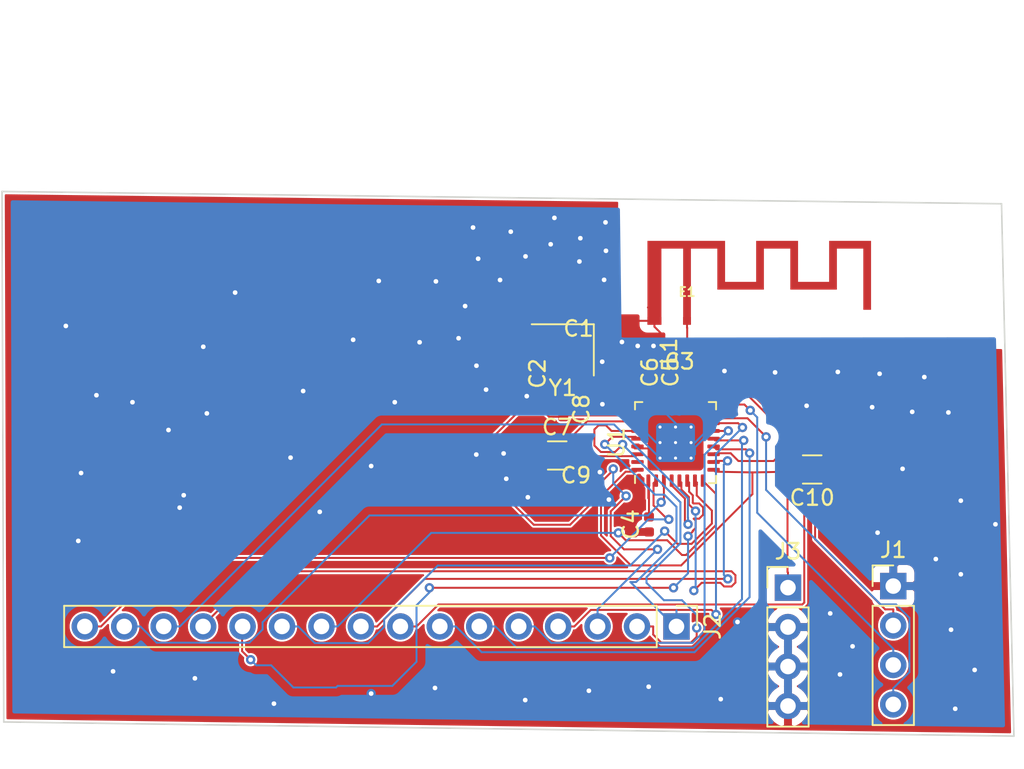
<source format=kicad_pcb>
(kicad_pcb (version 20171130) (host pcbnew 5.1.5+dfsg1-2)

  (general
    (thickness 1.6)
    (drawings 4)
    (tracks 465)
    (zones 0)
    (modules 17)
    (nets 31)
  )

  (page A4)
  (layers
    (0 F.Cu signal)
    (31 B.Cu signal)
    (32 B.Adhes user)
    (33 F.Adhes user)
    (34 B.Paste user)
    (35 F.Paste user)
    (36 B.SilkS user)
    (37 F.SilkS user)
    (38 B.Mask user)
    (39 F.Mask user)
    (40 Dwgs.User user)
    (41 Cmts.User user)
    (42 Eco1.User user)
    (43 Eco2.User user)
    (44 Edge.Cuts user)
    (45 Margin user)
    (46 B.CrtYd user)
    (47 F.CrtYd user)
    (48 B.Fab user)
    (49 F.Fab user)
  )

  (setup
    (last_trace_width 0.127)
    (trace_clearance 0.127)
    (zone_clearance 0.508)
    (zone_45_only no)
    (trace_min 0.127)
    (via_size 0.6)
    (via_drill 0.3)
    (via_min_size 0.6)
    (via_min_drill 0.3)
    (uvia_size 0.3)
    (uvia_drill 0.1)
    (uvias_allowed no)
    (uvia_min_size 0.2)
    (uvia_min_drill 0.1)
    (edge_width 0.05)
    (segment_width 0.2)
    (pcb_text_width 0.3)
    (pcb_text_size 1.5 1.5)
    (mod_edge_width 0.12)
    (mod_text_size 1 1)
    (mod_text_width 0.15)
    (pad_size 1.524 1.524)
    (pad_drill 0.762)
    (pad_to_mask_clearance 0)
    (aux_axis_origin 0 0)
    (visible_elements FFFFFF7F)
    (pcbplotparams
      (layerselection 0x010f0_ffffffff)
      (usegerberextensions false)
      (usegerberattributes false)
      (usegerberadvancedattributes false)
      (creategerberjobfile false)
      (excludeedgelayer true)
      (linewidth 0.100000)
      (plotframeref false)
      (viasonmask false)
      (mode 1)
      (useauxorigin false)
      (hpglpennumber 1)
      (hpglpenspeed 20)
      (hpglpendiameter 15.000000)
      (psnegative false)
      (psa4output false)
      (plotreference true)
      (plotvalue true)
      (plotinvisibletext false)
      (padsonsilk false)
      (subtractmaskfromsilk false)
      (outputformat 1)
      (mirror false)
      (drillshape 0)
      (scaleselection 1)
      (outputdirectory "../../out/"))
  )

  (net 0 "")
  (net 1 GND)
  (net 2 "Net-(C1-Pad1)")
  (net 3 "Net-(C2-Pad1)")
  (net 4 "Net-(C3-Pad2)")
  (net 5 "Net-(C4-Pad2)")
  (net 6 "Net-(C5-Pad2)")
  (net 7 "Net-(C6-Pad2)")
  (net 8 "Net-(C7-Pad2)")
  (net 9 +3V3)
  (net 10 "Net-(E1-PadANT)")
  (net 11 "Net-(J1-Pad4)")
  (net 12 "Net-(J1-Pad3)")
  (net 13 "Net-(J1-Pad2)")
  (net 14 "Net-(J2-Pad1)")
  (net 15 "Net-(J2-Pad2)")
  (net 16 "Net-(J2-Pad3)")
  (net 17 "Net-(J2-Pad4)")
  (net 18 "Net-(J2-Pad5)")
  (net 19 "Net-(J2-Pad6)")
  (net 20 "Net-(J2-Pad7)")
  (net 21 "Net-(J2-Pad8)")
  (net 22 "Net-(J2-Pad9)")
  (net 23 "Net-(J2-Pad10)")
  (net 24 "Net-(J2-Pad11)")
  (net 25 "Net-(J2-Pad12)")
  (net 26 "Net-(J2-Pad13)")
  (net 27 "Net-(J2-Pad14)")
  (net 28 "Net-(J2-Pad15)")
  (net 29 "Net-(J2-Pad16)")
  (net 30 "Net-(U1-Pad31)")

  (net_class Default "This is the default net class."
    (clearance 0.127)
    (trace_width 0.127)
    (via_dia 0.6)
    (via_drill 0.3)
    (uvia_dia 0.3)
    (uvia_drill 0.1)
    (add_net +3V3)
    (add_net GND)
    (add_net "Net-(C1-Pad1)")
    (add_net "Net-(C2-Pad1)")
    (add_net "Net-(C3-Pad2)")
    (add_net "Net-(C4-Pad2)")
    (add_net "Net-(C5-Pad2)")
    (add_net "Net-(C6-Pad2)")
    (add_net "Net-(C7-Pad2)")
    (add_net "Net-(E1-PadANT)")
    (add_net "Net-(J1-Pad2)")
    (add_net "Net-(J1-Pad3)")
    (add_net "Net-(J1-Pad4)")
    (add_net "Net-(J2-Pad1)")
    (add_net "Net-(J2-Pad10)")
    (add_net "Net-(J2-Pad11)")
    (add_net "Net-(J2-Pad12)")
    (add_net "Net-(J2-Pad13)")
    (add_net "Net-(J2-Pad14)")
    (add_net "Net-(J2-Pad15)")
    (add_net "Net-(J2-Pad16)")
    (add_net "Net-(J2-Pad2)")
    (add_net "Net-(J2-Pad3)")
    (add_net "Net-(J2-Pad4)")
    (add_net "Net-(J2-Pad5)")
    (add_net "Net-(J2-Pad6)")
    (add_net "Net-(J2-Pad7)")
    (add_net "Net-(J2-Pad8)")
    (add_net "Net-(J2-Pad9)")
    (add_net "Net-(U1-Pad31)")
  )

  (module Crystal:Crystal_SMD_3225-4Pin_3.2x2.5mm (layer F.Cu) (tedit 5A0FD1B2) (tstamp 5E1F7F73)
    (at 126.238 69.85 180)
    (descr "SMD Crystal SERIES SMD3225/4 http://www.txccrystal.com/images/pdf/7m-accuracy.pdf, 3.2x2.5mm^2 package")
    (tags "SMD SMT crystal")
    (path /5E17783C)
    (attr smd)
    (fp_text reference Y1 (at 0 -2.45) (layer F.SilkS)
      (effects (font (size 1 1) (thickness 0.15)))
    )
    (fp_text value Crystal_GND24 (at 0 2.45) (layer F.Fab)
      (effects (font (size 1 1) (thickness 0.15)))
    )
    (fp_line (start 2.1 -1.7) (end -2.1 -1.7) (layer F.CrtYd) (width 0.05))
    (fp_line (start 2.1 1.7) (end 2.1 -1.7) (layer F.CrtYd) (width 0.05))
    (fp_line (start -2.1 1.7) (end 2.1 1.7) (layer F.CrtYd) (width 0.05))
    (fp_line (start -2.1 -1.7) (end -2.1 1.7) (layer F.CrtYd) (width 0.05))
    (fp_line (start -2 1.65) (end 2 1.65) (layer F.SilkS) (width 0.12))
    (fp_line (start -2 -1.65) (end -2 1.65) (layer F.SilkS) (width 0.12))
    (fp_line (start -1.6 0.25) (end -0.6 1.25) (layer F.Fab) (width 0.1))
    (fp_line (start 1.6 -1.25) (end -1.6 -1.25) (layer F.Fab) (width 0.1))
    (fp_line (start 1.6 1.25) (end 1.6 -1.25) (layer F.Fab) (width 0.1))
    (fp_line (start -1.6 1.25) (end 1.6 1.25) (layer F.Fab) (width 0.1))
    (fp_line (start -1.6 -1.25) (end -1.6 1.25) (layer F.Fab) (width 0.1))
    (fp_text user %R (at 0 0) (layer F.Fab)
      (effects (font (size 0.7 0.7) (thickness 0.105)))
    )
    (pad 4 smd rect (at -1.1 -0.85 180) (size 1.4 1.2) (layers F.Cu F.Paste F.Mask)
      (net 1 GND))
    (pad 3 smd rect (at 1.1 -0.85 180) (size 1.4 1.2) (layers F.Cu F.Paste F.Mask)
      (net 3 "Net-(C2-Pad1)"))
    (pad 2 smd rect (at 1.1 0.85 180) (size 1.4 1.2) (layers F.Cu F.Paste F.Mask)
      (net 1 GND))
    (pad 1 smd rect (at -1.1 0.85 180) (size 1.4 1.2) (layers F.Cu F.Paste F.Mask)
      (net 2 "Net-(C1-Pad1)"))
    (model ${KISYS3DMOD}/Crystal.3dshapes/Crystal_SMD_3225-4Pin_3.2x2.5mm.wrl
      (at (xyz 0 0 0))
      (scale (xyz 1 1 1))
      (rotate (xyz 0 0 0))
    )
  )

  (module Package_DFN_QFN:QFN-32-1EP_5x5mm_P0.5mm_EP3.6x3.6mm_ThermalVias (layer F.Cu) (tedit 5B4E85CE) (tstamp 5E09C93A)
    (at 133.5 75.82 90)
    (descr "QFN, 32 Pin (http://infocenter.nordicsemi.com/pdf/nRF52810_PS_v1.1.pdf (Page 468)), generated with kicad-footprint-generator ipc_dfn_qfn_generator.py")
    (tags "QFN DFN_QFN")
    (path /5E18732B)
    (attr smd)
    (fp_text reference U1 (at 0 -3.8 90) (layer F.SilkS)
      (effects (font (size 1 1) (thickness 0.15)))
    )
    (fp_text value nRF52810-QCxx (at 0 3.8 90) (layer F.Fab)
      (effects (font (size 1 1) (thickness 0.15)))
    )
    (fp_text user %R (at 0 0 90) (layer F.Fab)
      (effects (font (size 1 1) (thickness 0.15)))
    )
    (fp_line (start 3.1 -3.1) (end -3.1 -3.1) (layer F.CrtYd) (width 0.05))
    (fp_line (start 3.1 3.1) (end 3.1 -3.1) (layer F.CrtYd) (width 0.05))
    (fp_line (start -3.1 3.1) (end 3.1 3.1) (layer F.CrtYd) (width 0.05))
    (fp_line (start -3.1 -3.1) (end -3.1 3.1) (layer F.CrtYd) (width 0.05))
    (fp_line (start -2.5 -1.5) (end -1.5 -2.5) (layer F.Fab) (width 0.1))
    (fp_line (start -2.5 2.5) (end -2.5 -1.5) (layer F.Fab) (width 0.1))
    (fp_line (start 2.5 2.5) (end -2.5 2.5) (layer F.Fab) (width 0.1))
    (fp_line (start 2.5 -2.5) (end 2.5 2.5) (layer F.Fab) (width 0.1))
    (fp_line (start -1.5 -2.5) (end 2.5 -2.5) (layer F.Fab) (width 0.1))
    (fp_line (start -2.135 -2.61) (end -2.61 -2.61) (layer F.SilkS) (width 0.12))
    (fp_line (start 2.61 2.61) (end 2.61 2.135) (layer F.SilkS) (width 0.12))
    (fp_line (start 2.135 2.61) (end 2.61 2.61) (layer F.SilkS) (width 0.12))
    (fp_line (start -2.61 2.61) (end -2.61 2.135) (layer F.SilkS) (width 0.12))
    (fp_line (start -2.135 2.61) (end -2.61 2.61) (layer F.SilkS) (width 0.12))
    (fp_line (start 2.61 -2.61) (end 2.61 -2.135) (layer F.SilkS) (width 0.12))
    (fp_line (start 2.135 -2.61) (end 2.61 -2.61) (layer F.SilkS) (width 0.12))
    (pad 32 smd roundrect (at -1.75 -2.45 90) (size 0.25 0.8) (layers F.Cu F.Paste F.Mask) (roundrect_rratio 0.25)
      (net 9 +3V3))
    (pad 31 smd roundrect (at -1.25 -2.45 90) (size 0.25 0.8) (layers F.Cu F.Paste F.Mask) (roundrect_rratio 0.25)
      (net 30 "Net-(U1-Pad31)"))
    (pad 30 smd roundrect (at -0.75 -2.45 90) (size 0.25 0.8) (layers F.Cu F.Paste F.Mask) (roundrect_rratio 0.25)
      (net 8 "Net-(C7-Pad2)"))
    (pad 29 smd roundrect (at -0.25 -2.45 90) (size 0.25 0.8) (layers F.Cu F.Paste F.Mask) (roundrect_rratio 0.25)
      (net 1 GND))
    (pad 28 smd roundrect (at 0.25 -2.45 90) (size 0.25 0.8) (layers F.Cu F.Paste F.Mask) (roundrect_rratio 0.25)
      (net 14 "Net-(J2-Pad1)"))
    (pad 27 smd roundrect (at 0.75 -2.45 90) (size 0.25 0.8) (layers F.Cu F.Paste F.Mask) (roundrect_rratio 0.25)
      (net 15 "Net-(J2-Pad2)"))
    (pad 26 smd roundrect (at 1.25 -2.45 90) (size 0.25 0.8) (layers F.Cu F.Paste F.Mask) (roundrect_rratio 0.25)
      (net 16 "Net-(J2-Pad3)"))
    (pad 25 smd roundrect (at 1.75 -2.45 90) (size 0.25 0.8) (layers F.Cu F.Paste F.Mask) (roundrect_rratio 0.25)
      (net 9 +3V3))
    (pad 24 smd roundrect (at 2.45 -1.75 90) (size 0.8 0.25) (layers F.Cu F.Paste F.Mask) (roundrect_rratio 0.25)
      (net 3 "Net-(C2-Pad1)"))
    (pad 23 smd roundrect (at 2.45 -1.25 90) (size 0.8 0.25) (layers F.Cu F.Paste F.Mask) (roundrect_rratio 0.25)
      (net 2 "Net-(C1-Pad1)"))
    (pad 22 smd roundrect (at 2.45 -0.75 90) (size 0.8 0.25) (layers F.Cu F.Paste F.Mask) (roundrect_rratio 0.25)
      (net 7 "Net-(C6-Pad2)"))
    (pad 21 smd roundrect (at 2.45 -0.25 90) (size 0.8 0.25) (layers F.Cu F.Paste F.Mask) (roundrect_rratio 0.25)
      (net 6 "Net-(C5-Pad2)"))
    (pad 20 smd roundrect (at 2.45 0.25 90) (size 0.8 0.25) (layers F.Cu F.Paste F.Mask) (roundrect_rratio 0.25)
      (net 1 GND))
    (pad 19 smd roundrect (at 2.45 0.75 90) (size 0.8 0.25) (layers F.Cu F.Paste F.Mask) (roundrect_rratio 0.25)
      (net 4 "Net-(C3-Pad2)"))
    (pad 18 smd roundrect (at 2.45 1.25 90) (size 0.8 0.25) (layers F.Cu F.Paste F.Mask) (roundrect_rratio 0.25)
      (net 13 "Net-(J1-Pad2)"))
    (pad 17 smd roundrect (at 2.45 1.75 90) (size 0.8 0.25) (layers F.Cu F.Paste F.Mask) (roundrect_rratio 0.25)
      (net 12 "Net-(J1-Pad3)"))
    (pad 16 smd roundrect (at 1.75 2.45 90) (size 0.25 0.8) (layers F.Cu F.Paste F.Mask) (roundrect_rratio 0.25)
      (net 11 "Net-(J1-Pad4)"))
    (pad 15 smd roundrect (at 1.25 2.45 90) (size 0.25 0.8) (layers F.Cu F.Paste F.Mask) (roundrect_rratio 0.25)
      (net 17 "Net-(J2-Pad4)"))
    (pad 14 smd roundrect (at 0.75 2.45 90) (size 0.25 0.8) (layers F.Cu F.Paste F.Mask) (roundrect_rratio 0.25)
      (net 18 "Net-(J2-Pad5)"))
    (pad 13 smd roundrect (at 0.25 2.45 90) (size 0.25 0.8) (layers F.Cu F.Paste F.Mask) (roundrect_rratio 0.25)
      (net 19 "Net-(J2-Pad6)"))
    (pad 12 smd roundrect (at -0.25 2.45 90) (size 0.25 0.8) (layers F.Cu F.Paste F.Mask) (roundrect_rratio 0.25)
      (net 20 "Net-(J2-Pad7)"))
    (pad 11 smd roundrect (at -0.75 2.45 90) (size 0.25 0.8) (layers F.Cu F.Paste F.Mask) (roundrect_rratio 0.25)
      (net 21 "Net-(J2-Pad8)"))
    (pad 10 smd roundrect (at -1.25 2.45 90) (size 0.25 0.8) (layers F.Cu F.Paste F.Mask) (roundrect_rratio 0.25)
      (net 22 "Net-(J2-Pad9)"))
    (pad 9 smd roundrect (at -1.75 2.45 90) (size 0.25 0.8) (layers F.Cu F.Paste F.Mask) (roundrect_rratio 0.25)
      (net 9 +3V3))
    (pad 8 smd roundrect (at -2.45 1.75 90) (size 0.8 0.25) (layers F.Cu F.Paste F.Mask) (roundrect_rratio 0.25)
      (net 23 "Net-(J2-Pad10)"))
    (pad 7 smd roundrect (at -2.45 1.25 90) (size 0.8 0.25) (layers F.Cu F.Paste F.Mask) (roundrect_rratio 0.25)
      (net 24 "Net-(J2-Pad11)"))
    (pad 6 smd roundrect (at -2.45 0.75 90) (size 0.8 0.25) (layers F.Cu F.Paste F.Mask) (roundrect_rratio 0.25)
      (net 25 "Net-(J2-Pad12)"))
    (pad 5 smd roundrect (at -2.45 0.25 90) (size 0.8 0.25) (layers F.Cu F.Paste F.Mask) (roundrect_rratio 0.25)
      (net 26 "Net-(J2-Pad13)"))
    (pad 4 smd roundrect (at -2.45 -0.25 90) (size 0.8 0.25) (layers F.Cu F.Paste F.Mask) (roundrect_rratio 0.25)
      (net 27 "Net-(J2-Pad14)"))
    (pad 3 smd roundrect (at -2.45 -0.75 90) (size 0.8 0.25) (layers F.Cu F.Paste F.Mask) (roundrect_rratio 0.25)
      (net 28 "Net-(J2-Pad15)"))
    (pad 2 smd roundrect (at -2.45 -1.25 90) (size 0.8 0.25) (layers F.Cu F.Paste F.Mask) (roundrect_rratio 0.25)
      (net 29 "Net-(J2-Pad16)"))
    (pad 1 smd roundrect (at -2.45 -1.75 90) (size 0.8 0.25) (layers F.Cu F.Paste F.Mask) (roundrect_rratio 0.25)
      (net 5 "Net-(C4-Pad2)"))
    (pad "" smd custom (at 1.4 1.4 90) (size 0.554596 0.554596) (layers F.Paste)
      (options (clearance outline) (anchor circle))
      (primitives
        (gr_poly (pts
           (xy -0.32249 -0.194667) (xy -0.194667 -0.32249) (xy 0.32249 -0.32249) (xy 0.32249 0.32249) (xy -0.32249 0.32249)
) (width 0))
      ))
    (pad "" smd custom (at 1.4 -1.4 90) (size 0.554596 0.554596) (layers F.Paste)
      (options (clearance outline) (anchor circle))
      (primitives
        (gr_poly (pts
           (xy -0.32249 -0.32249) (xy 0.32249 -0.32249) (xy 0.32249 0.32249) (xy -0.194667 0.32249) (xy -0.32249 0.194667)
) (width 0))
      ))
    (pad "" smd custom (at -1.4 1.4 90) (size 0.554596 0.554596) (layers F.Paste)
      (options (clearance outline) (anchor circle))
      (primitives
        (gr_poly (pts
           (xy -0.32249 -0.32249) (xy 0.194667 -0.32249) (xy 0.32249 -0.194667) (xy 0.32249 0.32249) (xy -0.32249 0.32249)
) (width 0))
      ))
    (pad "" smd custom (at -1.4 -1.4 90) (size 0.554596 0.554596) (layers F.Paste)
      (options (clearance outline) (anchor circle))
      (primitives
        (gr_poly (pts
           (xy -0.32249 -0.32249) (xy 0.32249 -0.32249) (xy 0.32249 0.194667) (xy 0.194667 0.32249) (xy -0.32249 0.32249)
) (width 0))
      ))
    (pad "" smd custom (at 0.5 1.4 90) (size 0.568298 0.568298) (layers F.Paste)
      (options (clearance outline) (anchor circle))
      (primitives
        (gr_poly (pts
           (xy -0.403113 -0.214044) (xy -0.294667 -0.32249) (xy 0.294667 -0.32249) (xy 0.403113 -0.214044) (xy 0.403113 0.32249)
           (xy -0.403113 0.32249)) (width 0))
      ))
    (pad "" smd custom (at -0.5 1.4 90) (size 0.568298 0.568298) (layers F.Paste)
      (options (clearance outline) (anchor circle))
      (primitives
        (gr_poly (pts
           (xy -0.403113 -0.214044) (xy -0.294667 -0.32249) (xy 0.294667 -0.32249) (xy 0.403113 -0.214044) (xy 0.403113 0.32249)
           (xy -0.403113 0.32249)) (width 0))
      ))
    (pad "" smd custom (at 0.5 -1.4 90) (size 0.568298 0.568298) (layers F.Paste)
      (options (clearance outline) (anchor circle))
      (primitives
        (gr_poly (pts
           (xy -0.403113 -0.32249) (xy 0.403113 -0.32249) (xy 0.403113 0.214044) (xy 0.294667 0.32249) (xy -0.294667 0.32249)
           (xy -0.403113 0.214044)) (width 0))
      ))
    (pad "" smd custom (at -0.5 -1.4 90) (size 0.568298 0.568298) (layers F.Paste)
      (options (clearance outline) (anchor circle))
      (primitives
        (gr_poly (pts
           (xy -0.403113 -0.32249) (xy 0.403113 -0.32249) (xy 0.403113 0.214044) (xy 0.294667 0.32249) (xy -0.294667 0.32249)
           (xy -0.403113 0.214044)) (width 0))
      ))
    (pad "" smd custom (at 1.4 0.5 90) (size 0.568298 0.568298) (layers F.Paste)
      (options (clearance outline) (anchor circle))
      (primitives
        (gr_poly (pts
           (xy -0.32249 -0.294667) (xy -0.214044 -0.403113) (xy 0.32249 -0.403113) (xy 0.32249 0.403113) (xy -0.214044 0.403113)
           (xy -0.32249 0.294667)) (width 0))
      ))
    (pad "" smd custom (at 1.4 -0.5 90) (size 0.568298 0.568298) (layers F.Paste)
      (options (clearance outline) (anchor circle))
      (primitives
        (gr_poly (pts
           (xy -0.32249 -0.294667) (xy -0.214044 -0.403113) (xy 0.32249 -0.403113) (xy 0.32249 0.403113) (xy -0.214044 0.403113)
           (xy -0.32249 0.294667)) (width 0))
      ))
    (pad "" smd custom (at -1.4 0.5 90) (size 0.568298 0.568298) (layers F.Paste)
      (options (clearance outline) (anchor circle))
      (primitives
        (gr_poly (pts
           (xy -0.32249 -0.403113) (xy 0.214044 -0.403113) (xy 0.32249 -0.294667) (xy 0.32249 0.294667) (xy 0.214044 0.403113)
           (xy -0.32249 0.403113)) (width 0))
      ))
    (pad "" smd custom (at -1.4 -0.5 90) (size 0.568298 0.568298) (layers F.Paste)
      (options (clearance outline) (anchor circle))
      (primitives
        (gr_poly (pts
           (xy -0.32249 -0.403113) (xy 0.214044 -0.403113) (xy 0.32249 -0.294667) (xy 0.32249 0.294667) (xy 0.214044 0.403113)
           (xy -0.32249 0.403113)) (width 0))
      ))
    (pad "" smd roundrect (at 0.5 0.5 90) (size 0.806226 0.806226) (layers F.Paste) (roundrect_rratio 0.25))
    (pad "" smd roundrect (at 0.5 -0.5 90) (size 0.806226 0.806226) (layers F.Paste) (roundrect_rratio 0.25))
    (pad "" smd roundrect (at -0.5 0.5 90) (size 0.806226 0.806226) (layers F.Paste) (roundrect_rratio 0.25))
    (pad "" smd roundrect (at -0.5 -0.5 90) (size 0.806226 0.806226) (layers F.Paste) (roundrect_rratio 0.25))
    (pad 33 smd roundrect (at 0 0 90) (size 2.5 2.5) (layers B.Cu) (roundrect_rratio 0.1)
      (net 1 GND))
    (pad 33 thru_hole circle (at 1 1 90) (size 0.5 0.5) (drill 0.2) (layers *.Cu)
      (net 1 GND))
    (pad 33 thru_hole circle (at 0 1 90) (size 0.5 0.5) (drill 0.2) (layers *.Cu)
      (net 1 GND))
    (pad 33 thru_hole circle (at -1 1 90) (size 0.5 0.5) (drill 0.2) (layers *.Cu)
      (net 1 GND))
    (pad 33 thru_hole circle (at 1 0 90) (size 0.5 0.5) (drill 0.2) (layers *.Cu)
      (net 1 GND))
    (pad 33 thru_hole circle (at 0 0 90) (size 0.5 0.5) (drill 0.2) (layers *.Cu)
      (net 1 GND))
    (pad 33 thru_hole circle (at -1 0 90) (size 0.5 0.5) (drill 0.2) (layers *.Cu)
      (net 1 GND))
    (pad 33 thru_hole circle (at 1 -1 90) (size 0.5 0.5) (drill 0.2) (layers *.Cu)
      (net 1 GND))
    (pad 33 thru_hole circle (at 0 -1 90) (size 0.5 0.5) (drill 0.2) (layers *.Cu)
      (net 1 GND))
    (pad 33 thru_hole circle (at -1 -1 90) (size 0.5 0.5) (drill 0.2) (layers *.Cu)
      (net 1 GND))
    (pad 33 smd roundrect (at 0 0 90) (size 3.6 3.6) (layers F.Cu F.Mask) (roundrect_rratio 0.06944400000000001)
      (net 1 GND))
    (model ${KISYS3DMOD}/Package_DFN_QFN.3dshapes/QFN-32-1EP_5x5mm_P0.5mm_EP3.6x3.6mm.wrl
      (at (xyz 0 0 0))
      (scale (xyz 1 1 1))
      (rotate (xyz 0 0 0))
    )
  )

  (module Capacitor_SMD:C_0402_1005Metric (layer F.Cu) (tedit 5B301BBE) (tstamp 5E09C150)
    (at 127.254 67.31 180)
    (descr "Capacitor SMD 0402 (1005 Metric), square (rectangular) end terminal, IPC_7351 nominal, (Body size source: http://www.tortai-tech.com/upload/download/2011102023233369053.pdf), generated with kicad-footprint-generator")
    (tags capacitor)
    (path /5E1B2D29)
    (attr smd)
    (fp_text reference C1 (at 0 -1.17) (layer F.SilkS)
      (effects (font (size 1 1) (thickness 0.15)))
    )
    (fp_text value "CC0402GRNPO9BN120 SMD/SMT 50V 0.8pF C0G 0402 0.05pF " (at 0 1.17) (layer F.Fab)
      (effects (font (size 1 1) (thickness 0.15)))
    )
    (fp_text user %R (at 0 0) (layer F.Fab)
      (effects (font (size 0.25 0.25) (thickness 0.04)))
    )
    (fp_line (start 0.93 0.47) (end -0.93 0.47) (layer F.CrtYd) (width 0.05))
    (fp_line (start 0.93 -0.47) (end 0.93 0.47) (layer F.CrtYd) (width 0.05))
    (fp_line (start -0.93 -0.47) (end 0.93 -0.47) (layer F.CrtYd) (width 0.05))
    (fp_line (start -0.93 0.47) (end -0.93 -0.47) (layer F.CrtYd) (width 0.05))
    (fp_line (start 0.5 0.25) (end -0.5 0.25) (layer F.Fab) (width 0.1))
    (fp_line (start 0.5 -0.25) (end 0.5 0.25) (layer F.Fab) (width 0.1))
    (fp_line (start -0.5 -0.25) (end 0.5 -0.25) (layer F.Fab) (width 0.1))
    (fp_line (start -0.5 0.25) (end -0.5 -0.25) (layer F.Fab) (width 0.1))
    (pad 2 smd roundrect (at 0.485 0 180) (size 0.59 0.64) (layers F.Cu F.Paste F.Mask) (roundrect_rratio 0.25)
      (net 1 GND))
    (pad 1 smd roundrect (at -0.485 0 180) (size 0.59 0.64) (layers F.Cu F.Paste F.Mask) (roundrect_rratio 0.25)
      (net 2 "Net-(C1-Pad1)"))
    (model ${KISYS3DMOD}/Capacitor_SMD.3dshapes/C_0402_1005Metric.wrl
      (at (xyz 0 0 0))
      (scale (xyz 1 1 1))
      (rotate (xyz 0 0 0))
    )
  )

  (module Capacitor_SMD:C_0402_1005Metric (layer F.Cu) (tedit 5B301BBE) (tstamp 5E09C15F)
    (at 123.444 71.374 270)
    (descr "Capacitor SMD 0402 (1005 Metric), square (rectangular) end terminal, IPC_7351 nominal, (Body size source: http://www.tortai-tech.com/upload/download/2011102023233369053.pdf), generated with kicad-footprint-generator")
    (tags capacitor)
    (path /5E1B3310)
    (attr smd)
    (fp_text reference C2 (at 0 -1.17 90) (layer F.SilkS)
      (effects (font (size 1 1) (thickness 0.15)))
    )
    (fp_text value "CC0402GRNPO9BN120 SMD/SMT 50V 0.8pF C0G 0402 0.05pF " (at 0 1.17 90) (layer F.Fab)
      (effects (font (size 1 1) (thickness 0.15)))
    )
    (fp_line (start -0.5 0.25) (end -0.5 -0.25) (layer F.Fab) (width 0.1))
    (fp_line (start -0.5 -0.25) (end 0.5 -0.25) (layer F.Fab) (width 0.1))
    (fp_line (start 0.5 -0.25) (end 0.5 0.25) (layer F.Fab) (width 0.1))
    (fp_line (start 0.5 0.25) (end -0.5 0.25) (layer F.Fab) (width 0.1))
    (fp_line (start -0.93 0.47) (end -0.93 -0.47) (layer F.CrtYd) (width 0.05))
    (fp_line (start -0.93 -0.47) (end 0.93 -0.47) (layer F.CrtYd) (width 0.05))
    (fp_line (start 0.93 -0.47) (end 0.93 0.47) (layer F.CrtYd) (width 0.05))
    (fp_line (start 0.93 0.47) (end -0.93 0.47) (layer F.CrtYd) (width 0.05))
    (fp_text user %R (at 0 0 90) (layer F.Fab)
      (effects (font (size 0.25 0.25) (thickness 0.04)))
    )
    (pad 1 smd roundrect (at -0.485 0 270) (size 0.59 0.64) (layers F.Cu F.Paste F.Mask) (roundrect_rratio 0.25)
      (net 3 "Net-(C2-Pad1)"))
    (pad 2 smd roundrect (at 0.485 0 270) (size 0.59 0.64) (layers F.Cu F.Paste F.Mask) (roundrect_rratio 0.25)
      (net 1 GND))
    (model ${KISYS3DMOD}/Capacitor_SMD.3dshapes/C_0402_1005Metric.wrl
      (at (xyz 0 0 0))
      (scale (xyz 1 1 1))
      (rotate (xyz 0 0 0))
    )
  )

  (module Capacitor_SMD:C_0402_1005Metric (layer F.Cu) (tedit 5B301BBE) (tstamp 5E09C16E)
    (at 133.76 71.77)
    (descr "Capacitor SMD 0402 (1005 Metric), square (rectangular) end terminal, IPC_7351 nominal, (Body size source: http://www.tortai-tech.com/upload/download/2011102023233369053.pdf), generated with kicad-footprint-generator")
    (tags capacitor)
    (path /5E1B4B76)
    (attr smd)
    (fp_text reference C3 (at 0 -1.17) (layer F.SilkS)
      (effects (font (size 1 1) (thickness 0.15)))
    )
    (fp_text value 0.8pF (at 0 1.17) (layer F.Fab)
      (effects (font (size 1 1) (thickness 0.15)))
    )
    (fp_text user %R (at 0 0) (layer F.Fab)
      (effects (font (size 0.25 0.25) (thickness 0.04)))
    )
    (fp_line (start 0.93 0.47) (end -0.93 0.47) (layer F.CrtYd) (width 0.05))
    (fp_line (start 0.93 -0.47) (end 0.93 0.47) (layer F.CrtYd) (width 0.05))
    (fp_line (start -0.93 -0.47) (end 0.93 -0.47) (layer F.CrtYd) (width 0.05))
    (fp_line (start -0.93 0.47) (end -0.93 -0.47) (layer F.CrtYd) (width 0.05))
    (fp_line (start 0.5 0.25) (end -0.5 0.25) (layer F.Fab) (width 0.1))
    (fp_line (start 0.5 -0.25) (end 0.5 0.25) (layer F.Fab) (width 0.1))
    (fp_line (start -0.5 -0.25) (end 0.5 -0.25) (layer F.Fab) (width 0.1))
    (fp_line (start -0.5 0.25) (end -0.5 -0.25) (layer F.Fab) (width 0.1))
    (pad 2 smd roundrect (at 0.485 0) (size 0.59 0.64) (layers F.Cu F.Paste F.Mask) (roundrect_rratio 0.25)
      (net 4 "Net-(C3-Pad2)"))
    (pad 1 smd roundrect (at -0.485 0) (size 0.59 0.64) (layers F.Cu F.Paste F.Mask) (roundrect_rratio 0.25)
      (net 1 GND))
    (model ${KISYS3DMOD}/Capacitor_SMD.3dshapes/C_0402_1005Metric.wrl
      (at (xyz 0 0 0))
      (scale (xyz 1 1 1))
      (rotate (xyz 0 0 0))
    )
  )

  (module Capacitor_SMD:C_0402_1005Metric (layer F.Cu) (tedit 5B301BBE) (tstamp 5E09C17D)
    (at 131.79 81.09 90)
    (descr "Capacitor SMD 0402 (1005 Metric), square (rectangular) end terminal, IPC_7351 nominal, (Body size source: http://www.tortai-tech.com/upload/download/2011102023233369053.pdf), generated with kicad-footprint-generator")
    (tags capacitor)
    (path /5E1B6769)
    (attr smd)
    (fp_text reference C4 (at 0 -1.17 90) (layer F.SilkS)
      (effects (font (size 1 1) (thickness 0.15)))
    )
    (fp_text value 0.1uF (at 0 1.17 90) (layer F.Fab)
      (effects (font (size 1 1) (thickness 0.15)))
    )
    (fp_text user %R (at 0 0 90) (layer F.Fab)
      (effects (font (size 0.25 0.25) (thickness 0.04)))
    )
    (fp_line (start 0.93 0.47) (end -0.93 0.47) (layer F.CrtYd) (width 0.05))
    (fp_line (start 0.93 -0.47) (end 0.93 0.47) (layer F.CrtYd) (width 0.05))
    (fp_line (start -0.93 -0.47) (end 0.93 -0.47) (layer F.CrtYd) (width 0.05))
    (fp_line (start -0.93 0.47) (end -0.93 -0.47) (layer F.CrtYd) (width 0.05))
    (fp_line (start 0.5 0.25) (end -0.5 0.25) (layer F.Fab) (width 0.1))
    (fp_line (start 0.5 -0.25) (end 0.5 0.25) (layer F.Fab) (width 0.1))
    (fp_line (start -0.5 -0.25) (end 0.5 -0.25) (layer F.Fab) (width 0.1))
    (fp_line (start -0.5 0.25) (end -0.5 -0.25) (layer F.Fab) (width 0.1))
    (pad 2 smd roundrect (at 0.485 0 90) (size 0.59 0.64) (layers F.Cu F.Paste F.Mask) (roundrect_rratio 0.25)
      (net 5 "Net-(C4-Pad2)"))
    (pad 1 smd roundrect (at -0.485 0 90) (size 0.59 0.64) (layers F.Cu F.Paste F.Mask) (roundrect_rratio 0.25)
      (net 1 GND))
    (model ${KISYS3DMOD}/Capacitor_SMD.3dshapes/C_0402_1005Metric.wrl
      (at (xyz 0 0 0))
      (scale (xyz 1 1 1))
      (rotate (xyz 0 0 0))
    )
  )

  (module Capacitor_SMD:C_0402_1005Metric (layer F.Cu) (tedit 5B301BBE) (tstamp 5E09C18C)
    (at 132 71.28 270)
    (descr "Capacitor SMD 0402 (1005 Metric), square (rectangular) end terminal, IPC_7351 nominal, (Body size source: http://www.tortai-tech.com/upload/download/2011102023233369053.pdf), generated with kicad-footprint-generator")
    (tags capacitor)
    (path /5E1B626F)
    (attr smd)
    (fp_text reference C5 (at 0 -1.17 90) (layer F.SilkS)
      (effects (font (size 1 1) (thickness 0.15)))
    )
    (fp_text value NC (at 0 1.17 90) (layer F.Fab)
      (effects (font (size 1 1) (thickness 0.15)))
    )
    (fp_line (start -0.5 0.25) (end -0.5 -0.25) (layer F.Fab) (width 0.1))
    (fp_line (start -0.5 -0.25) (end 0.5 -0.25) (layer F.Fab) (width 0.1))
    (fp_line (start 0.5 -0.25) (end 0.5 0.25) (layer F.Fab) (width 0.1))
    (fp_line (start 0.5 0.25) (end -0.5 0.25) (layer F.Fab) (width 0.1))
    (fp_line (start -0.93 0.47) (end -0.93 -0.47) (layer F.CrtYd) (width 0.05))
    (fp_line (start -0.93 -0.47) (end 0.93 -0.47) (layer F.CrtYd) (width 0.05))
    (fp_line (start 0.93 -0.47) (end 0.93 0.47) (layer F.CrtYd) (width 0.05))
    (fp_line (start 0.93 0.47) (end -0.93 0.47) (layer F.CrtYd) (width 0.05))
    (fp_text user %R (at 0 0 90) (layer F.Fab)
      (effects (font (size 0.25 0.25) (thickness 0.04)))
    )
    (pad 1 smd roundrect (at -0.485 0 270) (size 0.59 0.64) (layers F.Cu F.Paste F.Mask) (roundrect_rratio 0.25)
      (net 1 GND))
    (pad 2 smd roundrect (at 0.485 0 270) (size 0.59 0.64) (layers F.Cu F.Paste F.Mask) (roundrect_rratio 0.25)
      (net 6 "Net-(C5-Pad2)"))
    (model ${KISYS3DMOD}/Capacitor_SMD.3dshapes/C_0402_1005Metric.wrl
      (at (xyz 0 0 0))
      (scale (xyz 1 1 1))
      (rotate (xyz 0 0 0))
    )
  )

  (module Capacitor_SMD:C_0402_1005Metric (layer F.Cu) (tedit 5B301BBE) (tstamp 5E09C19B)
    (at 130.67 71.29 270)
    (descr "Capacitor SMD 0402 (1005 Metric), square (rectangular) end terminal, IPC_7351 nominal, (Body size source: http://www.tortai-tech.com/upload/download/2011102023233369053.pdf), generated with kicad-footprint-generator")
    (tags capacitor)
    (path /5E1B6489)
    (attr smd)
    (fp_text reference C6 (at 0 -1.17 90) (layer F.SilkS)
      (effects (font (size 1 1) (thickness 0.15)))
    )
    (fp_text value 100pF (at 0 1.17 90) (layer F.Fab)
      (effects (font (size 1 1) (thickness 0.15)))
    )
    (fp_line (start -0.5 0.25) (end -0.5 -0.25) (layer F.Fab) (width 0.1))
    (fp_line (start -0.5 -0.25) (end 0.5 -0.25) (layer F.Fab) (width 0.1))
    (fp_line (start 0.5 -0.25) (end 0.5 0.25) (layer F.Fab) (width 0.1))
    (fp_line (start 0.5 0.25) (end -0.5 0.25) (layer F.Fab) (width 0.1))
    (fp_line (start -0.93 0.47) (end -0.93 -0.47) (layer F.CrtYd) (width 0.05))
    (fp_line (start -0.93 -0.47) (end 0.93 -0.47) (layer F.CrtYd) (width 0.05))
    (fp_line (start 0.93 -0.47) (end 0.93 0.47) (layer F.CrtYd) (width 0.05))
    (fp_line (start 0.93 0.47) (end -0.93 0.47) (layer F.CrtYd) (width 0.05))
    (fp_text user %R (at 0 0 90) (layer F.Fab)
      (effects (font (size 0.25 0.25) (thickness 0.04)))
    )
    (pad 1 smd roundrect (at -0.485 0 270) (size 0.59 0.64) (layers F.Cu F.Paste F.Mask) (roundrect_rratio 0.25)
      (net 1 GND))
    (pad 2 smd roundrect (at 0.485 0 270) (size 0.59 0.64) (layers F.Cu F.Paste F.Mask) (roundrect_rratio 0.25)
      (net 7 "Net-(C6-Pad2)"))
    (model ${KISYS3DMOD}/Capacitor_SMD.3dshapes/C_0402_1005Metric.wrl
      (at (xyz 0 0 0))
      (scale (xyz 1 1 1))
      (rotate (xyz 0 0 0))
    )
  )

  (module Capacitor_SMD:C_1206_3216Metric (layer F.Cu) (tedit 5B301BBE) (tstamp 5E09C1AC)
    (at 125.88 76.65)
    (descr "Capacitor SMD 1206 (3216 Metric), square (rectangular) end terminal, IPC_7351 nominal, (Body size source: http://www.tortai-tech.com/upload/download/2011102023233369053.pdf), generated with kicad-footprint-generator")
    (tags capacitor)
    (path /5E1B6DF7)
    (attr smd)
    (fp_text reference C7 (at 0 -1.82) (layer F.SilkS)
      (effects (font (size 1 1) (thickness 0.15)))
    )
    (fp_text value 1uF (at 0 1.82) (layer F.Fab)
      (effects (font (size 1 1) (thickness 0.15)))
    )
    (fp_line (start -1.6 0.8) (end -1.6 -0.8) (layer F.Fab) (width 0.1))
    (fp_line (start -1.6 -0.8) (end 1.6 -0.8) (layer F.Fab) (width 0.1))
    (fp_line (start 1.6 -0.8) (end 1.6 0.8) (layer F.Fab) (width 0.1))
    (fp_line (start 1.6 0.8) (end -1.6 0.8) (layer F.Fab) (width 0.1))
    (fp_line (start -0.602064 -0.91) (end 0.602064 -0.91) (layer F.SilkS) (width 0.12))
    (fp_line (start -0.602064 0.91) (end 0.602064 0.91) (layer F.SilkS) (width 0.12))
    (fp_line (start -2.28 1.12) (end -2.28 -1.12) (layer F.CrtYd) (width 0.05))
    (fp_line (start -2.28 -1.12) (end 2.28 -1.12) (layer F.CrtYd) (width 0.05))
    (fp_line (start 2.28 -1.12) (end 2.28 1.12) (layer F.CrtYd) (width 0.05))
    (fp_line (start 2.28 1.12) (end -2.28 1.12) (layer F.CrtYd) (width 0.05))
    (fp_text user %R (at 0 0) (layer F.Fab)
      (effects (font (size 0.8 0.8) (thickness 0.12)))
    )
    (pad 1 smd roundrect (at -1.4 0) (size 1.25 1.75) (layers F.Cu F.Paste F.Mask) (roundrect_rratio 0.2)
      (net 1 GND))
    (pad 2 smd roundrect (at 1.4 0) (size 1.25 1.75) (layers F.Cu F.Paste F.Mask) (roundrect_rratio 0.2)
      (net 8 "Net-(C7-Pad2)"))
    (model ${KISYS3DMOD}/Capacitor_SMD.3dshapes/C_1206_3216Metric.wrl
      (at (xyz 0 0 0))
      (scale (xyz 1 1 1))
      (rotate (xyz 0 0 0))
    )
  )

  (module Capacitor_SMD:C_0402_1005Metric (layer F.Cu) (tedit 5B301BBE) (tstamp 5E09C1BB)
    (at 126.27 73.67 270)
    (descr "Capacitor SMD 0402 (1005 Metric), square (rectangular) end terminal, IPC_7351 nominal, (Body size source: http://www.tortai-tech.com/upload/download/2011102023233369053.pdf), generated with kicad-footprint-generator")
    (tags capacitor)
    (path /5E1B7280)
    (attr smd)
    (fp_text reference C8 (at 0 -1.17 90) (layer F.SilkS)
      (effects (font (size 1 1) (thickness 0.15)))
    )
    (fp_text value 0.1uF (at 0 1.17 90) (layer F.Fab)
      (effects (font (size 1 1) (thickness 0.15)))
    )
    (fp_line (start -0.5 0.25) (end -0.5 -0.25) (layer F.Fab) (width 0.1))
    (fp_line (start -0.5 -0.25) (end 0.5 -0.25) (layer F.Fab) (width 0.1))
    (fp_line (start 0.5 -0.25) (end 0.5 0.25) (layer F.Fab) (width 0.1))
    (fp_line (start 0.5 0.25) (end -0.5 0.25) (layer F.Fab) (width 0.1))
    (fp_line (start -0.93 0.47) (end -0.93 -0.47) (layer F.CrtYd) (width 0.05))
    (fp_line (start -0.93 -0.47) (end 0.93 -0.47) (layer F.CrtYd) (width 0.05))
    (fp_line (start 0.93 -0.47) (end 0.93 0.47) (layer F.CrtYd) (width 0.05))
    (fp_line (start 0.93 0.47) (end -0.93 0.47) (layer F.CrtYd) (width 0.05))
    (fp_text user %R (at 0 0 90) (layer F.Fab)
      (effects (font (size 0.25 0.25) (thickness 0.04)))
    )
    (pad 1 smd roundrect (at -0.485 0 270) (size 0.59 0.64) (layers F.Cu F.Paste F.Mask) (roundrect_rratio 0.25)
      (net 1 GND))
    (pad 2 smd roundrect (at 0.485 0 270) (size 0.59 0.64) (layers F.Cu F.Paste F.Mask) (roundrect_rratio 0.25)
      (net 9 +3V3))
    (model ${KISYS3DMOD}/Capacitor_SMD.3dshapes/C_0402_1005Metric.wrl
      (at (xyz 0 0 0))
      (scale (xyz 1 1 1))
      (rotate (xyz 0 0 0))
    )
  )

  (module Capacitor_SMD:C_0402_1005Metric (layer F.Cu) (tedit 5B301BBE) (tstamp 5E09C1CA)
    (at 127.09 79.1)
    (descr "Capacitor SMD 0402 (1005 Metric), square (rectangular) end terminal, IPC_7351 nominal, (Body size source: http://www.tortai-tech.com/upload/download/2011102023233369053.pdf), generated with kicad-footprint-generator")
    (tags capacitor)
    (path /5E1B7592)
    (attr smd)
    (fp_text reference C9 (at 0 -1.17) (layer F.SilkS)
      (effects (font (size 1 1) (thickness 0.15)))
    )
    (fp_text value 0.1uF (at 0 1.17) (layer F.Fab)
      (effects (font (size 1 1) (thickness 0.15)))
    )
    (fp_text user %R (at 0 0) (layer F.Fab)
      (effects (font (size 0.25 0.25) (thickness 0.04)))
    )
    (fp_line (start 0.93 0.47) (end -0.93 0.47) (layer F.CrtYd) (width 0.05))
    (fp_line (start 0.93 -0.47) (end 0.93 0.47) (layer F.CrtYd) (width 0.05))
    (fp_line (start -0.93 -0.47) (end 0.93 -0.47) (layer F.CrtYd) (width 0.05))
    (fp_line (start -0.93 0.47) (end -0.93 -0.47) (layer F.CrtYd) (width 0.05))
    (fp_line (start 0.5 0.25) (end -0.5 0.25) (layer F.Fab) (width 0.1))
    (fp_line (start 0.5 -0.25) (end 0.5 0.25) (layer F.Fab) (width 0.1))
    (fp_line (start -0.5 -0.25) (end 0.5 -0.25) (layer F.Fab) (width 0.1))
    (fp_line (start -0.5 0.25) (end -0.5 -0.25) (layer F.Fab) (width 0.1))
    (pad 2 smd roundrect (at 0.485 0) (size 0.59 0.64) (layers F.Cu F.Paste F.Mask) (roundrect_rratio 0.25)
      (net 9 +3V3))
    (pad 1 smd roundrect (at -0.485 0) (size 0.59 0.64) (layers F.Cu F.Paste F.Mask) (roundrect_rratio 0.25)
      (net 1 GND))
    (model ${KISYS3DMOD}/Capacitor_SMD.3dshapes/C_0402_1005Metric.wrl
      (at (xyz 0 0 0))
      (scale (xyz 1 1 1))
      (rotate (xyz 0 0 0))
    )
  )

  (module Capacitor_SMD:C_1206_3216Metric (layer F.Cu) (tedit 5B301BBE) (tstamp 5E09C1DB)
    (at 142.3 77.55 180)
    (descr "Capacitor SMD 1206 (3216 Metric), square (rectangular) end terminal, IPC_7351 nominal, (Body size source: http://www.tortai-tech.com/upload/download/2011102023233369053.pdf), generated with kicad-footprint-generator")
    (tags capacitor)
    (path /5E1B7BE4)
    (attr smd)
    (fp_text reference C10 (at 0 -1.82) (layer F.SilkS)
      (effects (font (size 1 1) (thickness 0.15)))
    )
    (fp_text value 4.7uF (at 0 1.82) (layer F.Fab)
      (effects (font (size 1 1) (thickness 0.15)))
    )
    (fp_text user %R (at 0 0) (layer F.Fab)
      (effects (font (size 0.8 0.8) (thickness 0.12)))
    )
    (fp_line (start 2.28 1.12) (end -2.28 1.12) (layer F.CrtYd) (width 0.05))
    (fp_line (start 2.28 -1.12) (end 2.28 1.12) (layer F.CrtYd) (width 0.05))
    (fp_line (start -2.28 -1.12) (end 2.28 -1.12) (layer F.CrtYd) (width 0.05))
    (fp_line (start -2.28 1.12) (end -2.28 -1.12) (layer F.CrtYd) (width 0.05))
    (fp_line (start -0.602064 0.91) (end 0.602064 0.91) (layer F.SilkS) (width 0.12))
    (fp_line (start -0.602064 -0.91) (end 0.602064 -0.91) (layer F.SilkS) (width 0.12))
    (fp_line (start 1.6 0.8) (end -1.6 0.8) (layer F.Fab) (width 0.1))
    (fp_line (start 1.6 -0.8) (end 1.6 0.8) (layer F.Fab) (width 0.1))
    (fp_line (start -1.6 -0.8) (end 1.6 -0.8) (layer F.Fab) (width 0.1))
    (fp_line (start -1.6 0.8) (end -1.6 -0.8) (layer F.Fab) (width 0.1))
    (pad 2 smd roundrect (at 1.4 0 180) (size 1.25 1.75) (layers F.Cu F.Paste F.Mask) (roundrect_rratio 0.2)
      (net 9 +3V3))
    (pad 1 smd roundrect (at -1.4 0 180) (size 1.25 1.75) (layers F.Cu F.Paste F.Mask) (roundrect_rratio 0.2)
      (net 1 GND))
    (model ${KISYS3DMOD}/Capacitor_SMD.3dshapes/C_1206_3216Metric.wrl
      (at (xyz 0 0 0))
      (scale (xyz 1 1 1))
      (rotate (xyz 0 0 0))
    )
  )

  (module kifootp:TRACE_ANTENNA_2.4GHZ_15.2MM (layer F.Cu) (tedit 0) (tstamp 5E09C1E6)
    (at 134.24 67.73)
    (descr "<h3>2.4GHz Meander PCB Trace Antenna</h3>\n<p>PCB trace antenna with a 15.2 x 5.7mm footprint.</p>\n<p>Based on layout from <a href=\"http://www.ti.com/lit/an/swra117d/swra117d.pdf\">TI app note AN043</a>.</p>")
    (path /5E137CBD)
    (fp_text reference E1 (at 0 -1.27) (layer F.SilkS)
      (effects (font (size 0.57912 0.57912) (thickness 0.12192)) (justify bottom))
    )
    (fp_text value ANTENNA-GROUNDEDTRACE-15.2MM (at 0 -1.016) (layer F.Fab)
      (effects (font (size 0.57912 0.57912) (thickness 0.12192)) (justify top))
    )
    (fp_poly (pts (xy -0.25 0.5) (xy -0.25 -4.4) (xy -1.65 -4.4) (xy -1.65 0.5)
      (xy -2.55 0.5) (xy -2.55 -4.9) (xy 2.45 -4.9) (xy 2.45 -2.26)
      (xy 4.45 -2.26) (xy 4.45 -4.9) (xy 7.15 -4.9) (xy 7.15 -2.26)
      (xy 9.15 -2.26) (xy 9.15 -4.9) (xy 11.85 -4.9) (xy 11.85 -0.46)
      (xy 11.35 -0.46) (xy 11.35 -4.4) (xy 9.65 -4.4) (xy 9.65 -1.76)
      (xy 6.65 -1.76) (xy 6.65 -4.4) (xy 4.95 -4.4) (xy 4.95 -1.76)
      (xy 1.95 -1.76) (xy 1.95 -4.4) (xy 0.25 -4.4) (xy 0.25 0.5)) (layer F.Cu) (width 0))
    (fp_line (start -3 0) (end 12 0) (layer F.Fab) (width 0.05))
    (fp_line (start -3 -5.2) (end 12 -5.2) (layer F.Fab) (width 0.05))
    (fp_text user "Ground Plane" (at 1 0.8) (layer F.Fab)
      (effects (font (size 0.608 0.608) (thickness 0.0512)) (justify left bottom))
    )
    (fp_text user "Board Edge" (at 1.5 -5.5) (layer F.Fab)
      (effects (font (size 0.608 0.608) (thickness 0.0512)) (justify left bottom))
    )
    (pad GND smd rect (at -2.1 0.25) (size 0.9 0.5) (layers F.Cu F.Mask)
      (net 1 GND) (solder_mask_margin 0.1016) (zone_connect 2))
    (pad ANT smd rect (at 0 0.25) (size 0.5 0.5) (layers F.Cu F.Mask)
      (net 10 "Net-(E1-PadANT)") (solder_mask_margin 0.1016) (zone_connect 2))
  )

  (module Connector_PinHeader_2.54mm:PinHeader_1x04_P2.54mm_Vertical (layer F.Cu) (tedit 59FED5CC) (tstamp 5E09C1FE)
    (at 147.52 85.06)
    (descr "Through hole straight pin header, 1x04, 2.54mm pitch, single row")
    (tags "Through hole pin header THT 1x04 2.54mm single row")
    (path /5E14EF5F)
    (fp_text reference J1 (at 0 -2.33) (layer F.SilkS)
      (effects (font (size 1 1) (thickness 0.15)))
    )
    (fp_text value Conn_01x04_Female (at 0 9.95) (layer F.Fab)
      (effects (font (size 1 1) (thickness 0.15)))
    )
    (fp_text user %R (at 0 3.81 90) (layer F.Fab)
      (effects (font (size 1 1) (thickness 0.15)))
    )
    (fp_line (start 1.8 -1.8) (end -1.8 -1.8) (layer F.CrtYd) (width 0.05))
    (fp_line (start 1.8 9.4) (end 1.8 -1.8) (layer F.CrtYd) (width 0.05))
    (fp_line (start -1.8 9.4) (end 1.8 9.4) (layer F.CrtYd) (width 0.05))
    (fp_line (start -1.8 -1.8) (end -1.8 9.4) (layer F.CrtYd) (width 0.05))
    (fp_line (start -1.33 -1.33) (end 0 -1.33) (layer F.SilkS) (width 0.12))
    (fp_line (start -1.33 0) (end -1.33 -1.33) (layer F.SilkS) (width 0.12))
    (fp_line (start -1.33 1.27) (end 1.33 1.27) (layer F.SilkS) (width 0.12))
    (fp_line (start 1.33 1.27) (end 1.33 8.95) (layer F.SilkS) (width 0.12))
    (fp_line (start -1.33 1.27) (end -1.33 8.95) (layer F.SilkS) (width 0.12))
    (fp_line (start -1.33 8.95) (end 1.33 8.95) (layer F.SilkS) (width 0.12))
    (fp_line (start -1.27 -0.635) (end -0.635 -1.27) (layer F.Fab) (width 0.1))
    (fp_line (start -1.27 8.89) (end -1.27 -0.635) (layer F.Fab) (width 0.1))
    (fp_line (start 1.27 8.89) (end -1.27 8.89) (layer F.Fab) (width 0.1))
    (fp_line (start 1.27 -1.27) (end 1.27 8.89) (layer F.Fab) (width 0.1))
    (fp_line (start -0.635 -1.27) (end 1.27 -1.27) (layer F.Fab) (width 0.1))
    (pad 4 thru_hole oval (at 0 7.62) (size 1.7 1.7) (drill 1) (layers *.Cu *.Mask)
      (net 11 "Net-(J1-Pad4)"))
    (pad 3 thru_hole oval (at 0 5.08) (size 1.7 1.7) (drill 1) (layers *.Cu *.Mask)
      (net 12 "Net-(J1-Pad3)"))
    (pad 2 thru_hole oval (at 0 2.54) (size 1.7 1.7) (drill 1) (layers *.Cu *.Mask)
      (net 13 "Net-(J1-Pad2)"))
    (pad 1 thru_hole rect (at 0 0) (size 1.7 1.7) (drill 1) (layers *.Cu *.Mask)
      (net 1 GND))
    (model ${KISYS3DMOD}/Connector_PinHeader_2.54mm.3dshapes/PinHeader_1x04_P2.54mm_Vertical.wrl
      (at (xyz 0 0 0))
      (scale (xyz 1 1 1))
      (rotate (xyz 0 0 0))
    )
  )

  (module Connector_PinHeader_2.54mm:PinHeader_1x16_P2.54mm_Vertical (layer F.Cu) (tedit 59FED5CC) (tstamp 5E09C222)
    (at 133.56 87.66 270)
    (descr "Through hole straight pin header, 1x16, 2.54mm pitch, single row")
    (tags "Through hole pin header THT 1x16 2.54mm single row")
    (path /5E157987)
    (fp_text reference J2 (at 0 -2.33 270) (layer F.SilkS)
      (effects (font (size 1 1) (thickness 0.15)))
    )
    (fp_text value Conn_01x16_Male (at 0 40.43 270) (layer F.Fab)
      (effects (font (size 1 1) (thickness 0.15)))
    )
    (fp_line (start -0.635 -1.27) (end 1.27 -1.27) (layer F.Fab) (width 0.1))
    (fp_line (start 1.27 -1.27) (end 1.27 39.37) (layer F.Fab) (width 0.1))
    (fp_line (start 1.27 39.37) (end -1.27 39.37) (layer F.Fab) (width 0.1))
    (fp_line (start -1.27 39.37) (end -1.27 -0.635) (layer F.Fab) (width 0.1))
    (fp_line (start -1.27 -0.635) (end -0.635 -1.27) (layer F.Fab) (width 0.1))
    (fp_line (start -1.33 39.43) (end 1.33 39.43) (layer F.SilkS) (width 0.12))
    (fp_line (start -1.33 1.27) (end -1.33 39.43) (layer F.SilkS) (width 0.12))
    (fp_line (start 1.33 1.27) (end 1.33 39.43) (layer F.SilkS) (width 0.12))
    (fp_line (start -1.33 1.27) (end 1.33 1.27) (layer F.SilkS) (width 0.12))
    (fp_line (start -1.33 0) (end -1.33 -1.33) (layer F.SilkS) (width 0.12))
    (fp_line (start -1.33 -1.33) (end 0 -1.33) (layer F.SilkS) (width 0.12))
    (fp_line (start -1.8 -1.8) (end -1.8 39.9) (layer F.CrtYd) (width 0.05))
    (fp_line (start -1.8 39.9) (end 1.8 39.9) (layer F.CrtYd) (width 0.05))
    (fp_line (start 1.8 39.9) (end 1.8 -1.8) (layer F.CrtYd) (width 0.05))
    (fp_line (start 1.8 -1.8) (end -1.8 -1.8) (layer F.CrtYd) (width 0.05))
    (fp_text user %R (at 0 19.05 180) (layer F.Fab)
      (effects (font (size 1 1) (thickness 0.15)))
    )
    (pad 1 thru_hole rect (at 0 0 270) (size 1.7 1.7) (drill 1) (layers *.Cu *.Mask)
      (net 14 "Net-(J2-Pad1)"))
    (pad 2 thru_hole oval (at 0 2.54 270) (size 1.7 1.7) (drill 1) (layers *.Cu *.Mask)
      (net 15 "Net-(J2-Pad2)"))
    (pad 3 thru_hole oval (at 0 5.08 270) (size 1.7 1.7) (drill 1) (layers *.Cu *.Mask)
      (net 16 "Net-(J2-Pad3)"))
    (pad 4 thru_hole oval (at 0 7.62 270) (size 1.7 1.7) (drill 1) (layers *.Cu *.Mask)
      (net 17 "Net-(J2-Pad4)"))
    (pad 5 thru_hole oval (at 0 10.16 270) (size 1.7 1.7) (drill 1) (layers *.Cu *.Mask)
      (net 18 "Net-(J2-Pad5)"))
    (pad 6 thru_hole oval (at 0 12.7 270) (size 1.7 1.7) (drill 1) (layers *.Cu *.Mask)
      (net 19 "Net-(J2-Pad6)"))
    (pad 7 thru_hole oval (at 0 15.24 270) (size 1.7 1.7) (drill 1) (layers *.Cu *.Mask)
      (net 20 "Net-(J2-Pad7)"))
    (pad 8 thru_hole oval (at 0 17.78 270) (size 1.7 1.7) (drill 1) (layers *.Cu *.Mask)
      (net 21 "Net-(J2-Pad8)"))
    (pad 9 thru_hole oval (at 0 20.32 270) (size 1.7 1.7) (drill 1) (layers *.Cu *.Mask)
      (net 22 "Net-(J2-Pad9)"))
    (pad 10 thru_hole oval (at 0 22.86 270) (size 1.7 1.7) (drill 1) (layers *.Cu *.Mask)
      (net 23 "Net-(J2-Pad10)"))
    (pad 11 thru_hole oval (at 0 25.4 270) (size 1.7 1.7) (drill 1) (layers *.Cu *.Mask)
      (net 24 "Net-(J2-Pad11)"))
    (pad 12 thru_hole oval (at 0 27.94 270) (size 1.7 1.7) (drill 1) (layers *.Cu *.Mask)
      (net 25 "Net-(J2-Pad12)"))
    (pad 13 thru_hole oval (at 0 30.48 270) (size 1.7 1.7) (drill 1) (layers *.Cu *.Mask)
      (net 26 "Net-(J2-Pad13)"))
    (pad 14 thru_hole oval (at 0 33.02 270) (size 1.7 1.7) (drill 1) (layers *.Cu *.Mask)
      (net 27 "Net-(J2-Pad14)"))
    (pad 15 thru_hole oval (at 0 35.56 270) (size 1.7 1.7) (drill 1) (layers *.Cu *.Mask)
      (net 28 "Net-(J2-Pad15)"))
    (pad 16 thru_hole oval (at 0 38.1 270) (size 1.7 1.7) (drill 1) (layers *.Cu *.Mask)
      (net 29 "Net-(J2-Pad16)"))
    (model ${KISYS3DMOD}/Connector_PinHeader_2.54mm.3dshapes/PinHeader_1x16_P2.54mm_Vertical.wrl
      (at (xyz 0 0 0))
      (scale (xyz 1 1 1))
      (rotate (xyz 0 0 0))
    )
  )

  (module Connector_PinHeader_2.54mm:PinHeader_1x04_P2.54mm_Vertical (layer F.Cu) (tedit 59FED5CC) (tstamp 5E09C23A)
    (at 140.74 85.16)
    (descr "Through hole straight pin header, 1x04, 2.54mm pitch, single row")
    (tags "Through hole pin header THT 1x04 2.54mm single row")
    (path /5E1597BC)
    (fp_text reference J3 (at 0 -2.33) (layer F.SilkS)
      (effects (font (size 1 1) (thickness 0.15)))
    )
    (fp_text value Conn_01x04_Male (at 0 9.95) (layer F.Fab)
      (effects (font (size 1 1) (thickness 0.15)))
    )
    (fp_line (start -0.635 -1.27) (end 1.27 -1.27) (layer F.Fab) (width 0.1))
    (fp_line (start 1.27 -1.27) (end 1.27 8.89) (layer F.Fab) (width 0.1))
    (fp_line (start 1.27 8.89) (end -1.27 8.89) (layer F.Fab) (width 0.1))
    (fp_line (start -1.27 8.89) (end -1.27 -0.635) (layer F.Fab) (width 0.1))
    (fp_line (start -1.27 -0.635) (end -0.635 -1.27) (layer F.Fab) (width 0.1))
    (fp_line (start -1.33 8.95) (end 1.33 8.95) (layer F.SilkS) (width 0.12))
    (fp_line (start -1.33 1.27) (end -1.33 8.95) (layer F.SilkS) (width 0.12))
    (fp_line (start 1.33 1.27) (end 1.33 8.95) (layer F.SilkS) (width 0.12))
    (fp_line (start -1.33 1.27) (end 1.33 1.27) (layer F.SilkS) (width 0.12))
    (fp_line (start -1.33 0) (end -1.33 -1.33) (layer F.SilkS) (width 0.12))
    (fp_line (start -1.33 -1.33) (end 0 -1.33) (layer F.SilkS) (width 0.12))
    (fp_line (start -1.8 -1.8) (end -1.8 9.4) (layer F.CrtYd) (width 0.05))
    (fp_line (start -1.8 9.4) (end 1.8 9.4) (layer F.CrtYd) (width 0.05))
    (fp_line (start 1.8 9.4) (end 1.8 -1.8) (layer F.CrtYd) (width 0.05))
    (fp_line (start 1.8 -1.8) (end -1.8 -1.8) (layer F.CrtYd) (width 0.05))
    (fp_text user %R (at 0 3.81 90) (layer F.Fab)
      (effects (font (size 1 1) (thickness 0.15)))
    )
    (pad 1 thru_hole rect (at 0 0) (size 1.7 1.7) (drill 1) (layers *.Cu *.Mask)
      (net 9 +3V3))
    (pad 2 thru_hole oval (at 0 2.54) (size 1.7 1.7) (drill 1) (layers *.Cu *.Mask)
      (net 1 GND))
    (pad 3 thru_hole oval (at 0 5.08) (size 1.7 1.7) (drill 1) (layers *.Cu *.Mask)
      (net 1 GND))
    (pad 4 thru_hole oval (at 0 7.62) (size 1.7 1.7) (drill 1) (layers *.Cu *.Mask)
      (net 1 GND))
    (model ${KISYS3DMOD}/Connector_PinHeader_2.54mm.3dshapes/PinHeader_1x04_P2.54mm_Vertical.wrl
      (at (xyz 0 0 0))
      (scale (xyz 1 1 1))
      (rotate (xyz 0 0 0))
    )
  )

  (module Inductor_SMD:L_0402_1005Metric (layer F.Cu) (tedit 5B301BBE) (tstamp 5E09C249)
    (at 134.25 69.95 90)
    (descr "Inductor SMD 0402 (1005 Metric), square (rectangular) end terminal, IPC_7351 nominal, (Body size source: http://www.tortai-tech.com/upload/download/2011102023233369053.pdf), generated with kicad-footprint-generator")
    (tags inductor)
    (path /5E1B4619)
    (attr smd)
    (fp_text reference L1 (at 0 -1.17 90) (layer F.SilkS)
      (effects (font (size 1 1) (thickness 0.15)))
    )
    (fp_text value "MLG1005S3N9CT000 0402 3.9nH StdQ " (at 0 1.17 90) (layer F.Fab)
      (effects (font (size 1 1) (thickness 0.15)))
    )
    (fp_line (start -0.5 0.25) (end -0.5 -0.25) (layer F.Fab) (width 0.1))
    (fp_line (start -0.5 -0.25) (end 0.5 -0.25) (layer F.Fab) (width 0.1))
    (fp_line (start 0.5 -0.25) (end 0.5 0.25) (layer F.Fab) (width 0.1))
    (fp_line (start 0.5 0.25) (end -0.5 0.25) (layer F.Fab) (width 0.1))
    (fp_line (start -0.93 0.47) (end -0.93 -0.47) (layer F.CrtYd) (width 0.05))
    (fp_line (start -0.93 -0.47) (end 0.93 -0.47) (layer F.CrtYd) (width 0.05))
    (fp_line (start 0.93 -0.47) (end 0.93 0.47) (layer F.CrtYd) (width 0.05))
    (fp_line (start 0.93 0.47) (end -0.93 0.47) (layer F.CrtYd) (width 0.05))
    (fp_text user %R (at 0 0 90) (layer F.Fab)
      (effects (font (size 0.25 0.25) (thickness 0.04)))
    )
    (pad 1 smd roundrect (at -0.485 0 90) (size 0.59 0.64) (layers F.Cu F.Paste F.Mask) (roundrect_rratio 0.25)
      (net 4 "Net-(C3-Pad2)"))
    (pad 2 smd roundrect (at 0.485 0 90) (size 0.59 0.64) (layers F.Cu F.Paste F.Mask) (roundrect_rratio 0.25)
      (net 10 "Net-(E1-PadANT)"))
    (model ${KISYS3DMOD}/Inductor_SMD.3dshapes/L_0402_1005Metric.wrl
      (at (xyz 0 0 0))
      (scale (xyz 1 1 1))
      (rotate (xyz 0 0 0))
    )
  )

  (gr_line (start 90.13 59.65) (end 154.49 60.44) (layer Edge.Cuts) (width 0.1))
  (gr_line (start 90.24 93.81) (end 90.13 59.65) (layer Edge.Cuts) (width 0.1))
  (gr_line (start 155.29 94.72) (end 90.24 93.81) (layer Edge.Cuts) (width 0.1))
  (gr_line (start 154.49 60.44) (end 155.29 94.72) (layer Edge.Cuts) (width 0.1))

  (segment (start 132.14 67.98) (end 132.14 67.5392) (width 0.127) (layer F.Cu) (net 1))
  (segment (start 131.719 67.1182) (end 132.14 67.5392) (width 0.127) (layer F.Cu) (net 1))
  (via (at 128.63 77.72) (size 0.6) (layers F.Cu B.Cu) (net 1))
  (via (at 123.99 79.34) (size 0.6) (layers F.Cu B.Cu) (net 1))
  (via (at 122.43 76.52) (size 0.6) (layers F.Cu B.Cu) (net 1))
  (via (at 123.82 92.4) (size 0.6) (layers F.Cu B.Cu) (net 1))
  (via (at 107.64 92.63) (size 0.6) (layers F.Cu B.Cu) (net 1))
  (via (at 137.49 87.37) (size 0.6) (layers F.Cu B.Cu) (net 1))
  (via (at 144.09 90.75) (size 0.6) (layers F.Cu B.Cu) (net 1))
  (via (at 143.46 86.82) (size 0.6) (layers F.Cu B.Cu) (net 1))
  (via (at 103.32 73.94) (size 0.6) (layers F.Cu B.Cu) (net 1))
  (segment (start 133.75 73.37) (end 133.75 75.25) (width 0.127) (layer F.Cu) (net 1))
  (segment (start 133.75 75.25) (end 133.81 75.31) (width 0.127) (layer F.Cu) (net 1))
  (segment (start 131.175 76.195) (end 132.305 76.195) (width 0.127) (layer F.Cu) (net 1))
  (segment (start 131.05 76.07) (end 131.175 76.195) (width 0.127) (layer F.Cu) (net 1))
  (segment (start 132.305 76.195) (end 132.46 76.04) (width 0.127) (layer F.Cu) (net 1))
  (segment (start 133.275 72.09) (end 133.75 72.565) (width 0.127) (layer F.Cu) (net 1))
  (segment (start 133.275 71.77) (end 133.275 72.09) (width 0.127) (layer F.Cu) (net 1))
  (segment (start 133.75 72.565) (end 133.75 73.46) (width 0.127) (layer F.Cu) (net 1))
  (segment (start 133.5 74.57) (end 131.72 72.79) (width 0.127) (layer B.Cu) (net 1))
  (segment (start 133.5 75.82) (end 133.5 74.57) (width 0.127) (layer B.Cu) (net 1))
  (segment (start 131.72 72.79) (end 131.15 72.79) (width 0.127) (layer B.Cu) (net 1))
  (segment (start 132.25 75.82) (end 131.43 75) (width 0.127) (layer B.Cu) (net 1))
  (segment (start 133.5 75.82) (end 132.25 75.82) (width 0.127) (layer B.Cu) (net 1))
  (segment (start 131.43 75) (end 131.24 75) (width 0.127) (layer B.Cu) (net 1))
  (segment (start 132.5 76.82) (end 131.31 75.63) (width 0.127) (layer B.Cu) (net 1))
  (segment (start 131.31 75.63) (end 131.31 75.33) (width 0.127) (layer B.Cu) (net 1))
  (segment (start 134.749999 76.570001) (end 134.749999 76.130001) (width 0.127) (layer B.Cu) (net 1))
  (segment (start 134.5 76.82) (end 134.749999 76.570001) (width 0.127) (layer B.Cu) (net 1))
  (segment (start 134.749999 76.130001) (end 135.54 75.34) (width 0.127) (layer B.Cu) (net 1))
  (segment (start 134.75 75.82) (end 135.51 75.06) (width 0.127) (layer B.Cu) (net 1))
  (segment (start 133.5 75.82) (end 134.75 75.82) (width 0.127) (layer B.Cu) (net 1))
  (segment (start 135.51 75.06) (end 135.51 74.05) (width 0.127) (layer B.Cu) (net 1))
  (via (at 129.21 79.49) (size 0.6) (drill 0.3) (layers F.Cu B.Cu) (net 1))
  (via (at 120.67 76.59) (size 0.6) (drill 0.3) (layers F.Cu B.Cu) (net 1))
  (via (at 128.79 73.35) (size 0.6) (drill 0.3) (layers F.Cu B.Cu) (net 1))
  (via (at 123.92 72.83) (size 0.6) (drill 0.3) (layers F.Cu B.Cu) (net 1))
  (via (at 136.65 71.21) (size 0.6) (drill 0.3) (layers F.Cu B.Cu) (net 1))
  (via (at 139.91 71.3) (size 0.6) (drill 0.3) (layers F.Cu B.Cu) (net 1))
  (via (at 143.95 71.27) (size 0.6) (drill 0.3) (layers F.Cu B.Cu) (net 1))
  (via (at 146.64 71.39) (size 0.6) (drill 0.3) (layers F.Cu B.Cu) (net 1))
  (via (at 149.52 71.6) (size 0.6) (drill 0.3) (layers F.Cu B.Cu) (net 1))
  (via (at 141.94 73.45) (size 0.6) (drill 0.3) (layers F.Cu B.Cu) (net 1))
  (via (at 146.16 73.54) (size 0.6) (drill 0.3) (layers F.Cu B.Cu) (net 1))
  (via (at 151.07 73.88) (size 0.6) (drill 0.3) (layers F.Cu B.Cu) (net 1))
  (via (at 148.74 73.84) (size 0.6) (drill 0.3) (layers F.Cu B.Cu) (net 1))
  (via (at 151.87 79.56) (size 0.6) (drill 0.3) (layers F.Cu B.Cu) (net 1))
  (via (at 151.87 84.3) (size 0.6) (drill 0.3) (layers F.Cu B.Cu) (net 1))
  (via (at 152.76 90.46) (size 0.6) (drill 0.3) (layers F.Cu B.Cu) (net 1))
  (via (at 151.51 92.96) (size 0.6) (drill 0.3) (layers F.Cu B.Cu) (net 1))
  (via (at 151.24 87.87) (size 0.6) (drill 0.3) (layers F.Cu B.Cu) (net 1))
  (via (at 154.1 81.08) (size 0.6) (drill 0.3) (layers F.Cu B.Cu) (net 1))
  (via (at 146.51 81.62) (size 0.6) (drill 0.3) (layers F.Cu B.Cu) (net 1))
  (via (at 144.9 88.94) (size 0.6) (drill 0.3) (layers F.Cu B.Cu) (net 1))
  (via (at 148.12 77.51) (size 0.6) (drill 0.3) (layers F.Cu B.Cu) (net 1))
  (via (at 150.26 83.32) (size 0.6) (drill 0.3) (layers F.Cu B.Cu) (net 1))
  (via (at 136.41 92.34) (size 0.6) (drill 0.3) (layers F.Cu B.Cu) (net 1))
  (via (at 131.77 91.54) (size 0.6) (drill 0.3) (layers F.Cu B.Cu) (net 1))
  (via (at 127.92 91.8) (size 0.6) (drill 0.3) (layers F.Cu B.Cu) (net 1))
  (via (at 118.01 91.62) (size 0.6) (drill 0.3) (layers F.Cu B.Cu) (net 1))
  (via (at 113.9 91.98) (size 0.6) (drill 0.3) (layers F.Cu B.Cu) (net 1))
  (via (at 102.55 91) (size 0.6) (drill 0.3) (layers F.Cu B.Cu) (net 1))
  (via (at 97.28 90.55) (size 0.6) (drill 0.3) (layers F.Cu B.Cu) (net 1))
  (via (at 109.52 72.5) (size 0.6) (drill 0.3) (layers F.Cu B.Cu) (net 1))
  (via (at 108.71 76.79) (size 0.6) (drill 0.3) (layers F.Cu B.Cu) (net 1))
  (via (at 101.83 79.21) (size 0.6) (drill 0.3) (layers F.Cu B.Cu) (net 1))
  (via (at 100.85 75.01) (size 0.6) (drill 0.3) (layers F.Cu B.Cu) (net 1))
  (via (at 98.53 73.22) (size 0.6) (drill 0.3) (layers F.Cu B.Cu) (net 1))
  (via (at 95.22 77.78) (size 0.6) (drill 0.3) (layers F.Cu B.Cu) (net 1))
  (via (at 95.04 82.15) (size 0.6) (drill 0.3) (layers F.Cu B.Cu) (net 1))
  (via (at 101.57 80.01) (size 0.6) (drill 0.3) (layers F.Cu B.Cu) (net 1))
  (via (at 110.59 80.28) (size 0.6) (drill 0.3) (layers F.Cu B.Cu) (net 1))
  (via (at 113.9 77.33) (size 0.6) (drill 0.3) (layers F.Cu B.Cu) (net 1))
  (via (at 115.42 73.22) (size 0.6) (drill 0.3) (layers F.Cu B.Cu) (net 1))
  (via (at 112.74 69.2) (size 0.6) (drill 0.3) (layers F.Cu B.Cu) (net 1))
  (via (at 105.14 66.16) (size 0.6) (drill 0.3) (layers F.Cu B.Cu) (net 1))
  (via (at 94.24 68.31) (size 0.6) (drill 0.3) (layers F.Cu B.Cu) (net 1))
  (via (at 96.21 72.77) (size 0.6) (drill 0.3) (layers F.Cu B.Cu) (net 1))
  (via (at 103.09 69.65) (size 0.6) (drill 0.3) (layers F.Cu B.Cu) (net 1))
  (via (at 122.6 78.15) (size 0.6) (drill 0.3) (layers F.Cu B.Cu) (net 1))
  (via (at 121.3 72.41) (size 0.6) (drill 0.3) (layers F.Cu B.Cu) (net 1))
  (via (at 120.68 70.87) (size 0.6) (drill 0.3) (layers F.Cu B.Cu) (net 1))
  (via (at 128.9 65.34) (size 0.6) (drill 0.3) (layers F.Cu B.Cu) (net 1))
  (via (at 129.02 63.47) (size 0.6) (drill 0.3) (layers F.Cu B.Cu) (net 1))
  (via (at 128.99 61.64) (size 0.6) (drill 0.3) (layers F.Cu B.Cu) (net 1))
  (via (at 125.7 61.35) (size 0.6) (drill 0.3) (layers F.Cu B.Cu) (net 1))
  (via (at 122.89 62.24) (size 0.6) (drill 0.3) (layers F.Cu B.Cu) (net 1))
  (via (at 127.37 62.66) (size 0.6) (drill 0.3) (layers F.Cu B.Cu) (net 1))
  (via (at 127.31 64.16) (size 0.6) (drill 0.3) (layers F.Cu B.Cu) (net 1))
  (via (at 123.84 63.83) (size 0.6) (drill 0.3) (layers F.Cu B.Cu) (net 1))
  (via (at 125.46 63.05) (size 0.6) (drill 0.3) (layers F.Cu B.Cu) (net 1))
  (via (at 122.2 65.35) (size 0.6) (drill 0.3) (layers F.Cu B.Cu) (net 1))
  (via (at 119.95 67.03) (size 0.6) (drill 0.3) (layers F.Cu B.Cu) (net 1))
  (via (at 119.53 69.1) (size 0.6) (drill 0.3) (layers F.Cu B.Cu) (net 1))
  (via (at 118.07 65.44) (size 0.6) (drill 0.3) (layers F.Cu B.Cu) (net 1))
  (via (at 120.79 63.98) (size 0.6) (drill 0.3) (layers F.Cu B.Cu) (net 1))
  (via (at 120.46 61.97) (size 0.6) (drill 0.3) (layers F.Cu B.Cu) (net 1))
  (via (at 114.39 65.41) (size 0.6) (drill 0.3) (layers F.Cu B.Cu) (net 1))
  (via (at 117.02 69.36) (size 0.6) (drill 0.3) (layers F.Cu B.Cu) (net 1))
  (segment (start 132.14 67.98) (end 130.648 67.98) (width 0.127) (layer F.Cu) (net 1))
  (segment (start 130.648 67.98) (end 130.302 68.326) (width 0.127) (layer F.Cu) (net 1))
  (segment (start 132.14 68.357) (end 132.588 68.805) (width 0.127) (layer F.Cu) (net 1))
  (segment (start 132.14 67.98) (end 132.14 68.357) (width 0.127) (layer F.Cu) (net 1))
  (segment (start 132.588 68.805) (end 132.588 69.342) (width 0.127) (layer F.Cu) (net 1))
  (via (at 132.08 69.596) (size 0.6) (drill 0.3) (layers F.Cu B.Cu) (net 1))
  (via (at 131.064 69.596) (size 0.6) (drill 0.3) (layers F.Cu B.Cu) (net 1))
  (via (at 130.048 69.342) (size 0.6) (drill 0.3) (layers F.Cu B.Cu) (net 1))
  (segment (start 132.25 73.37) (end 132.066 73.1855) (width 0.127) (layer F.Cu) (net 2))
  (segment (start 132.066 73.1855) (end 132.066 72.9277) (width 0.127) (layer F.Cu) (net 2))
  (segment (start 132.066 72.9277) (end 131.642 72.5045) (width 0.127) (layer F.Cu) (net 2))
  (segment (start 131.642 72.5045) (end 129.925 72.5045) (width 0.127) (layer F.Cu) (net 2))
  (segment (start 126.445 65.85) (end 126.445 66.17) (width 0.127) (layer F.Cu) (net 1))
  (via (at 128.778 70.612) (size 0.6) (drill 0.3) (layers F.Cu B.Cu) (net 1))
  (segment (start 127.739 67.63) (end 127.508 67.861) (width 0.127) (layer F.Cu) (net 2))
  (segment (start 127.739 67.31) (end 127.739 67.63) (width 0.127) (layer F.Cu) (net 2))
  (segment (start 127.508 67.861) (end 127.508 69.088) (width 0.127) (layer F.Cu) (net 2))
  (segment (start 127.508 69.088) (end 128.778 69.088) (width 0.127) (layer F.Cu) (net 2))
  (segment (start 128.778 69.088) (end 129.2 69.51) (width 0.127) (layer F.Cu) (net 2))
  (segment (start 129.2 70.308058) (end 129.286 70.394058) (width 0.127) (layer F.Cu) (net 2))
  (segment (start 129.2 69.51) (end 129.2 70.308058) (width 0.127) (layer F.Cu) (net 2))
  (segment (start 129.286 71.8655) (end 129.925 72.5045) (width 0.127) (layer F.Cu) (net 2))
  (segment (start 129.286 70.394058) (end 129.286 71.8655) (width 0.127) (layer F.Cu) (net 2))
  (segment (start 131.75 73.37) (end 130.431 73.37) (width 0.127) (layer F.Cu) (net 3))
  (segment (start 130.431 73.37) (end 129.361 72.3005) (width 0.127) (layer F.Cu) (net 3))
  (segment (start 123.444 70.889) (end 125.199 70.889) (width 0.127) (layer F.Cu) (net 3))
  (segment (start 125.199 70.889) (end 125.222 70.866) (width 0.127) (layer F.Cu) (net 3))
  (segment (start 129.1965 72.136) (end 129.361 72.3005) (width 0.127) (layer F.Cu) (net 3))
  (segment (start 126.492 72.136) (end 129.1965 72.136) (width 0.127) (layer F.Cu) (net 3))
  (segment (start 125.222 70.866) (end 126.492 72.136) (width 0.127) (layer F.Cu) (net 3))
  (segment (start 134.25 70.435) (end 134.27 70.455) (width 0.127) (layer F.Cu) (net 4))
  (segment (start 134.27 70.455) (end 134.27 70.48) (width 0.127) (layer F.Cu) (net 4))
  (segment (start 134.27 71.5979) (end 134.245 71.6229) (width 0.127) (layer F.Cu) (net 4))
  (segment (start 134.245 71.6229) (end 134.245 71.77) (width 0.127) (layer F.Cu) (net 4))
  (segment (start 134.27 71.5979) (end 134.27 70.48) (width 0.25) (layer F.Cu) (net 4))
  (segment (start 134.25 73.37) (end 134.25 71.83) (width 0.25) (layer F.Cu) (net 4))
  (segment (start 134.25 71.83) (end 134.27 71.81) (width 0.25) (layer F.Cu) (net 4))
  (segment (start 134.27 71.81) (end 134.27 71.5979) (width 0.25) (layer F.Cu) (net 4))
  (segment (start 131.79 79.4375) (end 131.75 79.3975) (width 0.127) (layer F.Cu) (net 5))
  (segment (start 131.75 79.3975) (end 131.75 78.27) (width 0.127) (layer F.Cu) (net 5))
  (segment (start 131.79 79.4375) (end 131.79 78.27) (width 0.127) (layer F.Cu) (net 5))
  (segment (start 131.79 80.605) (end 131.79 79.4375) (width 0.127) (layer F.Cu) (net 5))
  (segment (start 133.25 73.37) (end 133.25 73.38) (width 0.127) (layer F.Cu) (net 6))
  (segment (start 132 71.765) (end 132 71.8622) (width 0.127) (layer F.Cu) (net 6))
  (segment (start 132 71.8622) (end 133.25 73.1122) (width 0.127) (layer F.Cu) (net 6))
  (segment (start 133.25 73.1122) (end 133.25 73.37) (width 0.127) (layer F.Cu) (net 6))
  (segment (start 130.6325 71.8125) (end 130.63 71.81) (width 0.127) (layer F.Cu) (net 7))
  (segment (start 132.75 73.37) (end 132.875 73.245) (width 0.127) (layer F.Cu) (net 7))
  (segment (start 132.875 73.245) (end 132.875 73.2372) (width 0.127) (layer F.Cu) (net 7))
  (segment (start 131.888 72.2505) (end 131.071 72.2505) (width 0.127) (layer F.Cu) (net 7))
  (segment (start 131.071 72.2505) (end 130.6325 71.8125) (width 0.127) (layer F.Cu) (net 7))
  (segment (start 130.67 71.775) (end 130.6325 71.8125) (width 0.127) (layer F.Cu) (net 7))
  (segment (start 132.417302 72.77949) (end 132.69 73.052188) (width 0.127) (layer F.Cu) (net 7))
  (segment (start 132.40949 72.77949) (end 132.417302 72.77949) (width 0.127) (layer F.Cu) (net 7))
  (segment (start 131.888 72.2505) (end 131.888 72.258) (width 0.127) (layer F.Cu) (net 7))
  (segment (start 131.888 72.258) (end 132.40949 72.77949) (width 0.127) (layer F.Cu) (net 7))
  (segment (start 132.69 73.052188) (end 132.69 73.06) (width 0.127) (layer F.Cu) (net 7))
  (segment (start 127.325 76.695) (end 127.28 76.65) (width 0.127) (layer F.Cu) (net 8))
  (segment (start 131.05 76.57) (end 130.925 76.695) (width 0.127) (layer F.Cu) (net 8))
  (segment (start 130.925 76.695) (end 127.325 76.695) (width 0.127) (layer F.Cu) (net 8))
  (segment (start 127.325 76.695) (end 127.315 76.695) (width 0.127) (layer F.Cu) (net 8))
  (segment (start 127.315 76.695) (end 127.3 76.71) (width 0.127) (layer F.Cu) (net 8))
  (segment (start 140.75 77.7) (end 140.77 77.72) (width 0.127) (layer F.Cu) (net 9))
  (segment (start 138.45 77.74) (end 140.745 77.695) (width 0.127) (layer F.Cu) (net 9))
  (segment (start 140.745 77.695) (end 140.75 77.7) (width 0.127) (layer F.Cu) (net 9))
  (segment (start 140.9 77.55) (end 140.75 77.7) (width 0.127) (layer F.Cu) (net 9))
  (segment (start 127.595 79.12) (end 127.575 79.1) (width 0.127) (layer F.Cu) (net 9))
  (segment (start 128.7 79.12) (end 127.595 79.12) (width 0.127) (layer F.Cu) (net 9))
  (segment (start 127.595 79.12) (end 127.55 79.12) (width 0.127) (layer F.Cu) (net 9))
  (segment (start 140.71 78.2729) (end 140.77 78.2129) (width 0.127) (layer F.Cu) (net 9))
  (segment (start 140.77 78.2129) (end 140.77 77.72) (width 0.127) (layer F.Cu) (net 9))
  (segment (start 140.71 78.2729) (end 140.71 77.78) (width 0.127) (layer F.Cu) (net 9))
  (segment (start 140.74 85.16) (end 140.74 84.183) (width 0.127) (layer F.Cu) (net 9))
  (segment (start 140.74 84.183) (end 140.71 84.153) (width 0.127) (layer F.Cu) (net 9))
  (segment (start 140.71 84.153) (end 140.71 78.2729) (width 0.127) (layer F.Cu) (net 9))
  (segment (start 126.155 74.155) (end 126.2 74.2) (width 0.127) (layer F.Cu) (net 9))
  (segment (start 126.155 74.155) (end 125.352 74.155) (width 0.127) (layer F.Cu) (net 9))
  (segment (start 125.352 74.155) (end 125.107 73.91) (width 0.127) (layer F.Cu) (net 9))
  (segment (start 125.107 73.91) (end 123.3 73.91) (width 0.127) (layer F.Cu) (net 9))
  (segment (start 123.3 73.91) (end 121.51 75.7) (width 0.127) (layer F.Cu) (net 9))
  (segment (start 121.51 75.7) (end 121.51 78.25) (width 0.127) (layer F.Cu) (net 9))
  (segment (start 121.51 78.25) (end 124.37 81.11) (width 0.127) (layer F.Cu) (net 9))
  (segment (start 124.37 81.11) (end 126.71 81.11) (width 0.127) (layer F.Cu) (net 9))
  (segment (start 126.71 81.11) (end 128.7 79.12) (width 0.127) (layer F.Cu) (net 9))
  (segment (start 126.27 74.155) (end 126.155 74.155) (width 0.127) (layer F.Cu) (net 9))
  (segment (start 128.7 79.12) (end 128.7 81.8) (width 0.127) (layer F.Cu) (net 9))
  (segment (start 128.7 81.8) (end 130.63 83.73) (width 0.127) (layer F.Cu) (net 9))
  (segment (start 130.63 83.73) (end 133.86 83.73) (width 0.127) (layer F.Cu) (net 9))
  (segment (start 133.86 83.73) (end 138.45 79.14) (width 0.127) (layer F.Cu) (net 9))
  (segment (start 138.45 79.14) (end 138.45 77.74) (width 0.127) (layer F.Cu) (net 9))
  (segment (start 135.95 77.57) (end 136.075 77.695) (width 0.127) (layer F.Cu) (net 9))
  (segment (start 136.075 77.695) (end 138.45 77.74) (width 0.127) (layer F.Cu) (net 9))
  (segment (start 131.05 74.07) (end 126.33 74.07) (width 0.127) (layer F.Cu) (net 9))
  (segment (start 126.33 74.07) (end 126.2 74.2) (width 0.127) (layer F.Cu) (net 9))
  (segment (start 131.05 77.57) (end 130.925 77.695) (width 0.127) (layer F.Cu) (net 9))
  (segment (start 130.925 77.695) (end 130.285 77.695) (width 0.127) (layer F.Cu) (net 9))
  (segment (start 130.285 77.695) (end 128.86 79.12) (width 0.127) (layer F.Cu) (net 9))
  (segment (start 128.86 79.12) (end 128.7 79.12) (width 0.127) (layer F.Cu) (net 9))
  (segment (start 134.24 67.98) (end 134.24 68.4208) (width 0.127) (layer F.Cu) (net 10))
  (segment (start 134.24 68.4208) (end 134.25 68.4308) (width 0.127) (layer F.Cu) (net 10))
  (segment (start 134.25 68.4308) (end 134.25 69.465) (width 0.127) (layer F.Cu) (net 10))
  (segment (start 147.52 92.68) (end 147.52 91.6392) (width 0.127) (layer B.Cu) (net 11))
  (segment (start 139.3306 75.4518) (end 138.1327 74.2539) (width 0.127) (layer F.Cu) (net 11))
  (segment (start 138.1327 74.2539) (end 136.1339 74.2539) (width 0.127) (layer F.Cu) (net 11))
  (segment (start 136.1339 74.2539) (end 135.95 74.07) (width 0.127) (layer F.Cu) (net 11))
  (segment (start 147.52 91.6392) (end 148.5609 90.5983) (width 0.127) (layer B.Cu) (net 11))
  (segment (start 148.5609 90.5983) (end 148.5609 87.1033) (width 0.127) (layer B.Cu) (net 11))
  (segment (start 148.5609 87.1033) (end 147.6976 86.24) (width 0.127) (layer B.Cu) (net 11))
  (segment (start 147.6976 86.24) (end 146.7027 86.24) (width 0.127) (layer B.Cu) (net 11))
  (segment (start 146.7027 86.24) (end 139.3306 78.8679) (width 0.127) (layer B.Cu) (net 11))
  (segment (start 139.3306 78.8679) (end 139.3306 75.4518) (width 0.127) (layer B.Cu) (net 11))
  (via (at 139.3306 75.4518) (size 0.6) (layers F.Cu B.Cu) (net 11))
  (segment (start 147.52 89.0992) (end 138.7594 80.3386) (width 0.127) (layer B.Cu) (net 12))
  (segment (start 138.7594 80.3386) (end 138.7594 74.1944) (width 0.127) (layer B.Cu) (net 12))
  (segment (start 138.7594 74.1944) (end 138.3111 73.7461) (width 0.127) (layer B.Cu) (net 12))
  (segment (start 147.52 90.14) (end 147.52 89.0992) (width 0.127) (layer B.Cu) (net 12))
  (segment (start 135.25 73.37) (end 137.935 73.37) (width 0.127) (layer F.Cu) (net 12))
  (segment (start 137.935 73.37) (end 138.3111 73.7461) (width 0.127) (layer F.Cu) (net 12))
  (via (at 138.3111 73.7461) (size 0.6) (layers F.Cu B.Cu) (net 12))
  (segment (start 147.52 87.6) (end 147.52 86.5592) (width 0.127) (layer F.Cu) (net 13))
  (segment (start 147.52 86.5592) (end 146.9996 86.5592) (width 0.127) (layer F.Cu) (net 13))
  (segment (start 146.9996 86.5592) (end 142.4871 82.0467) (width 0.127) (layer F.Cu) (net 13))
  (segment (start 142.4871 82.0467) (end 142.4871 77.1073) (width 0.127) (layer F.Cu) (net 13))
  (segment (start 142.4871 77.1073) (end 138.1278 72.748) (width 0.127) (layer F.Cu) (net 13))
  (segment (start 138.1278 72.748) (end 135.0327 72.748) (width 0.127) (layer F.Cu) (net 13))
  (segment (start 135.0327 72.748) (end 134.75 73.0307) (width 0.127) (layer F.Cu) (net 13))
  (segment (start 134.75 73.0307) (end 134.75 73.37) (width 0.127) (layer F.Cu) (net 13))
  (segment (start 133.56 79.9559) (end 132.777 79.1729) (width 0.127) (layer B.Cu) (net 14))
  (segment (start 132.777 79.1729) (end 132.1799 79.1729) (width 0.127) (layer B.Cu) (net 14))
  (segment (start 132.1799 79.1729) (end 128.9422 75.9352) (width 0.127) (layer B.Cu) (net 14))
  (segment (start 131.05 75.57) (end 130.9281 75.4481) (width 0.127) (layer F.Cu) (net 14))
  (segment (start 130.9281 75.4481) (end 129.4293 75.4481) (width 0.127) (layer F.Cu) (net 14))
  (segment (start 129.4293 75.4481) (end 128.9422 75.9352) (width 0.127) (layer F.Cu) (net 14))
  (segment (start 133.56 87.66) (end 133.56 86.6192) (width 0.127) (layer B.Cu) (net 14))
  (via (at 128.9422 75.9352) (size 0.6) (layers F.Cu B.Cu) (net 14))
  (segment (start 130.959642 84.8) (end 130.592924 84.8) (width 0.127) (layer B.Cu) (net 14))
  (segment (start 133.56 79.9559) (end 133.56 82.199642) (width 0.127) (layer B.Cu) (net 14))
  (segment (start 133.56 82.199642) (end 130.959642 84.8) (width 0.127) (layer B.Cu) (net 14))
  (segment (start 130.592924 84.8) (end 133.5 87.707076) (width 0.127) (layer B.Cu) (net 14))
  (segment (start 133.5 87.707076) (end 133.5 87.74) (width 0.127) (layer B.Cu) (net 14))
  (segment (start 131.02 87.66) (end 132.0608 87.66) (width 0.127) (layer F.Cu) (net 15))
  (segment (start 130.092 75.9389) (end 129.6048 76.4261) (width 0.127) (layer F.Cu) (net 15))
  (segment (start 129.6048 76.4261) (end 128.6922 76.4261) (width 0.127) (layer F.Cu) (net 15))
  (segment (start 128.6922 76.4261) (end 128.2738 76.0077) (width 0.127) (layer F.Cu) (net 15))
  (segment (start 128.2738 76.0077) (end 128.2738 74.979) (width 0.127) (layer F.Cu) (net 15))
  (segment (start 128.2738 74.979) (end 128.5437 74.7091) (width 0.127) (layer F.Cu) (net 15))
  (segment (start 128.5437 74.7091) (end 129.0163 74.7091) (width 0.127) (layer F.Cu) (net 15))
  (segment (start 129.0163 74.7091) (end 129.3772 75.07) (width 0.127) (layer F.Cu) (net 15))
  (segment (start 129.3772 75.07) (end 131.05 75.07) (width 0.127) (layer F.Cu) (net 15))
  (segment (start 132.0608 87.66) (end 132.0608 88.1804) (width 0.127) (layer F.Cu) (net 15))
  (segment (start 132.0608 88.1804) (end 132.5813 88.7009) (width 0.127) (layer F.Cu) (net 15))
  (segment (start 132.5813 88.7009) (end 134.4889 88.7009) (width 0.127) (layer F.Cu) (net 15))
  (segment (start 134.4889 88.7009) (end 134.8615 88.3283) (width 0.127) (layer F.Cu) (net 15))
  (segment (start 134.8615 88.3283) (end 134.8615 87.7563) (width 0.127) (layer F.Cu) (net 15))
  (via (at 130.092 75.9389) (size 0.6) (layers F.Cu B.Cu) (net 15))
  (via (at 134.8615 87.7563) (size 0.6) (layers F.Cu B.Cu) (net 15))
  (segment (start 134.8615 86.918598) (end 134.8615 87.7563) (width 0.127) (layer B.Cu) (net 15))
  (segment (start 132.75 85.97) (end 133.912902 85.97) (width 0.127) (layer B.Cu) (net 15))
  (segment (start 131.63 84.85) (end 132.75 85.97) (width 0.127) (layer B.Cu) (net 15))
  (segment (start 133.912902 85.97) (end 134.8615 86.918598) (width 0.127) (layer B.Cu) (net 15))
  (segment (start 133.72 79.57) (end 133.81401 79.66401) (width 0.127) (layer B.Cu) (net 15))
  (segment (start 130.092 75.9389) (end 133.72 79.57) (width 0.127) (layer B.Cu) (net 15))
  (segment (start 133.81401 79.66401) (end 133.81401 82.30599) (width 0.127) (layer B.Cu) (net 15))
  (segment (start 131.63 84.49) (end 131.63 84.85) (width 0.127) (layer B.Cu) (net 15))
  (segment (start 133.81401 82.30599) (end 131.63 84.49) (width 0.127) (layer B.Cu) (net 15))
  (segment (start 132.339 82.6947) (end 128.48 86.5537) (width 0.127) (layer B.Cu) (net 16))
  (segment (start 128.48 86.5537) (end 128.48 87.66) (width 0.127) (layer B.Cu) (net 16))
  (segment (start 130.3147 79.2594) (end 129.3279 80.2462) (width 0.127) (layer F.Cu) (net 16))
  (segment (start 129.3279 80.2462) (end 129.3279 81.8405) (width 0.127) (layer F.Cu) (net 16))
  (segment (start 129.3279 81.8405) (end 130.1821 82.6947) (width 0.127) (layer F.Cu) (net 16))
  (segment (start 130.1821 82.6947) (end 132.339 82.6947) (width 0.127) (layer F.Cu) (net 16))
  (segment (start 129.488 77.5145) (end 129.488 78.4327) (width 0.127) (layer B.Cu) (net 16))
  (segment (start 129.488 78.4327) (end 130.3147 79.2594) (width 0.127) (layer B.Cu) (net 16))
  (segment (start 131.05 74.57) (end 130.9347 74.4547) (width 0.127) (layer F.Cu) (net 16))
  (segment (start 130.9347 74.4547) (end 127.804 74.4547) (width 0.127) (layer F.Cu) (net 16))
  (segment (start 127.804 74.4547) (end 126.4631 75.7956) (width 0.127) (layer F.Cu) (net 16))
  (segment (start 126.4631 75.7956) (end 126.4631 77.4664) (width 0.127) (layer F.Cu) (net 16))
  (segment (start 126.4631 77.4664) (end 127.2076 78.2109) (width 0.127) (layer F.Cu) (net 16))
  (segment (start 127.2076 78.2109) (end 128.8663 78.2109) (width 0.127) (layer F.Cu) (net 16))
  (segment (start 128.8663 78.2109) (end 129.488 77.5892) (width 0.127) (layer F.Cu) (net 16))
  (segment (start 129.488 77.5892) (end 129.488 77.5145) (width 0.127) (layer F.Cu) (net 16))
  (via (at 132.339 82.6947) (size 0.6) (layers F.Cu B.Cu) (net 16))
  (via (at 130.3147 79.2594) (size 0.6) (layers F.Cu B.Cu) (net 16))
  (via (at 129.488 77.5145) (size 0.6) (layers F.Cu B.Cu) (net 16))
  (segment (start 125.94 87.66) (end 126.9808 87.66) (width 0.127) (layer F.Cu) (net 17))
  (segment (start 136.1037 86.8849) (end 135.8139 86.5951) (width 0.127) (layer F.Cu) (net 17))
  (segment (start 135.8139 86.5951) (end 128.0457 86.5951) (width 0.127) (layer F.Cu) (net 17))
  (segment (start 128.0457 86.5951) (end 126.9808 87.66) (width 0.127) (layer F.Cu) (net 17))
  (segment (start 137.8109 74.8485) (end 136.1037 76.5557) (width 0.127) (layer B.Cu) (net 17))
  (segment (start 136.1037 76.5557) (end 136.1037 86.8849) (width 0.127) (layer B.Cu) (net 17))
  (segment (start 135.95 74.57) (end 137.5324 74.57) (width 0.127) (layer F.Cu) (net 17))
  (segment (start 137.5324 74.57) (end 137.8109 74.8485) (width 0.127) (layer F.Cu) (net 17))
  (via (at 136.1037 86.8849) (size 0.6) (layers F.Cu B.Cu) (net 17))
  (via (at 137.8109 74.8485) (size 0.6) (layers F.Cu B.Cu) (net 17))
  (segment (start 124.4408 87.66) (end 125.4958 88.715) (width 0.127) (layer B.Cu) (net 18))
  (segment (start 125.4958 88.715) (end 134.5969 88.715) (width 0.127) (layer B.Cu) (net 18))
  (segment (start 134.5969 88.715) (end 135.3692 87.9427) (width 0.127) (layer B.Cu) (net 18))
  (segment (start 135.3692 87.9427) (end 135.3692 76.5913) (width 0.127) (layer B.Cu) (net 18))
  (segment (start 135.3692 76.5913) (end 136.8969 75.0636) (width 0.127) (layer B.Cu) (net 18))
  (segment (start 123.4 87.66) (end 124.4408 87.66) (width 0.127) (layer B.Cu) (net 18))
  (segment (start 135.95 75.07) (end 136.8905 75.07) (width 0.127) (layer F.Cu) (net 18))
  (segment (start 136.8905 75.07) (end 136.8969 75.0636) (width 0.127) (layer F.Cu) (net 18))
  (via (at 136.8969 75.0636) (size 0.6) (layers F.Cu B.Cu) (net 18))
  (segment (start 121.9008 87.66) (end 123.2698 89.029) (width 0.127) (layer B.Cu) (net 19))
  (segment (start 123.2698 89.029) (end 134.6537 89.029) (width 0.127) (layer B.Cu) (net 19))
  (segment (start 134.6537 89.029) (end 137.7778 85.9049) (width 0.127) (layer B.Cu) (net 19))
  (segment (start 137.7778 85.9049) (end 137.7778 75.791) (width 0.127) (layer B.Cu) (net 19))
  (segment (start 137.7778 75.791) (end 137.8892 75.6796) (width 0.127) (layer B.Cu) (net 19))
  (segment (start 120.86 87.66) (end 121.9008 87.66) (width 0.127) (layer B.Cu) (net 19))
  (segment (start 137.8892 75.6796) (end 136.0596 75.6796) (width 0.127) (layer F.Cu) (net 19))
  (segment (start 136.0596 75.6796) (end 135.95 75.57) (width 0.127) (layer F.Cu) (net 19))
  (via (at 137.8892 75.6796) (size 0.6) (layers F.Cu B.Cu) (net 19))
  (segment (start 138.2686 76.493) (end 138.028 76.2524) (width 0.127) (layer F.Cu) (net 20))
  (segment (start 138.028 76.2524) (end 136.1324 76.2524) (width 0.127) (layer F.Cu) (net 20))
  (segment (start 136.1324 76.2524) (end 135.95 76.07) (width 0.127) (layer F.Cu) (net 20))
  (segment (start 119.3608 87.66) (end 121.0173 89.3165) (width 0.127) (layer B.Cu) (net 20))
  (segment (start 121.0173 89.3165) (end 134.7258 89.3165) (width 0.127) (layer B.Cu) (net 20))
  (segment (start 134.7258 89.3165) (end 138.2686 85.7737) (width 0.127) (layer B.Cu) (net 20))
  (segment (start 138.2686 85.7737) (end 138.2686 76.493) (width 0.127) (layer B.Cu) (net 20))
  (segment (start 118.32 87.66) (end 119.3608 87.66) (width 0.127) (layer B.Cu) (net 20))
  (via (at 138.2686 76.493) (size 0.6) (layers F.Cu B.Cu) (net 20))
  (segment (start 116.8208 87.66) (end 118.2367 86.2441) (width 0.127) (layer F.Cu) (net 21))
  (segment (start 118.2367 86.2441) (end 141.6642 86.2441) (width 0.127) (layer F.Cu) (net 21))
  (segment (start 141.6642 86.2441) (end 141.7891 86.1192) (width 0.127) (layer F.Cu) (net 21))
  (segment (start 141.7891 86.1192) (end 141.7891 76.769) (width 0.127) (layer F.Cu) (net 21))
  (segment (start 141.7891 76.769) (end 141.4455 76.4254) (width 0.127) (layer F.Cu) (net 21))
  (segment (start 141.4455 76.4254) (end 140.3954 76.4254) (width 0.127) (layer F.Cu) (net 21))
  (segment (start 140.3954 76.4254) (end 139.8133 77.0075) (width 0.127) (layer F.Cu) (net 21))
  (segment (start 139.8133 77.0075) (end 137.5511 77.0075) (width 0.127) (layer F.Cu) (net 21))
  (segment (start 137.5511 77.0075) (end 137.0503 76.5067) (width 0.127) (layer F.Cu) (net 21))
  (segment (start 137.0503 76.5067) (end 136.0133 76.5067) (width 0.127) (layer F.Cu) (net 21))
  (segment (start 136.0133 76.5067) (end 135.95 76.57) (width 0.127) (layer F.Cu) (net 21))
  (segment (start 115.78 87.66) (end 116.8208 87.66) (width 0.127) (layer F.Cu) (net 21))
  (segment (start 114.2808 87.66) (end 117.3446 84.5962) (width 0.127) (layer F.Cu) (net 22))
  (segment (start 117.3446 84.5962) (end 136.8666 84.5962) (width 0.127) (layer F.Cu) (net 22))
  (segment (start 113.24 87.66) (end 114.2808 87.66) (width 0.127) (layer F.Cu) (net 22))
  (segment (start 136.847 76.9975) (end 136.6091 77.2354) (width 0.127) (layer B.Cu) (net 22))
  (segment (start 136.6091 77.2354) (end 136.6091 84.3387) (width 0.127) (layer B.Cu) (net 22))
  (segment (start 136.6091 84.3387) (end 136.8666 84.5962) (width 0.127) (layer B.Cu) (net 22))
  (segment (start 135.95 77.07) (end 136.0225 76.9975) (width 0.127) (layer F.Cu) (net 22))
  (segment (start 136.0225 76.9975) (end 136.847 76.9975) (width 0.127) (layer F.Cu) (net 22))
  (via (at 136.8666 84.5962) (size 0.6) (layers F.Cu B.Cu) (net 22))
  (via (at 136.847 76.9975) (size 0.6) (layers F.Cu B.Cu) (net 22))
  (segment (start 111.7408 87.66) (end 117.766 81.6348) (width 0.127) (layer B.Cu) (net 23))
  (segment (start 117.766 81.6348) (end 129.8188 81.6348) (width 0.127) (layer B.Cu) (net 23))
  (segment (start 110.7 87.66) (end 111.7408 87.66) (width 0.127) (layer B.Cu) (net 23))
  (via (at 129.8188 81.6348) (size 0.6) (layers F.Cu B.Cu) (net 23))
  (segment (start 135.25 78.27) (end 135.375 78.395) (width 0.127) (layer F.Cu) (net 23))
  (segment (start 130.2939 82.1099) (end 129.8188 81.6348) (width 0.127) (layer F.Cu) (net 23))
  (segment (start 132.9646 82.1099) (end 130.2939 82.1099) (width 0.127) (layer F.Cu) (net 23))
  (segment (start 136.094009 81.136767) (end 134.170776 83.06) (width 0.127) (layer F.Cu) (net 23))
  (segment (start 136.094009 79.114009) (end 136.094009 81.136767) (width 0.127) (layer F.Cu) (net 23))
  (segment (start 134.170776 83.06) (end 133.9147 83.06) (width 0.127) (layer F.Cu) (net 23))
  (segment (start 135.25 78.27) (end 136.094009 79.114009) (width 0.127) (layer F.Cu) (net 23))
  (segment (start 133.9147 83.06) (end 132.9646 82.1099) (width 0.127) (layer F.Cu) (net 23))
  (segment (start 109.2008 87.66) (end 110.2686 88.7278) (width 0.127) (layer B.Cu) (net 24))
  (segment (start 110.2686 88.7278) (end 113.7006 88.7278) (width 0.127) (layer B.Cu) (net 24))
  (segment (start 113.7006 88.7278) (end 114.7391 87.6893) (width 0.127) (layer B.Cu) (net 24))
  (segment (start 114.7391 87.6893) (end 114.7391 87.1912) (width 0.127) (layer B.Cu) (net 24))
  (segment (start 114.7391 87.1912) (end 118.1921 83.7382) (width 0.127) (layer B.Cu) (net 24))
  (segment (start 118.1921 83.7382) (end 130.5806 83.7382) (width 0.127) (layer B.Cu) (net 24))
  (segment (start 130.5806 83.7382) (end 132.7992 81.5196) (width 0.127) (layer B.Cu) (net 24))
  (segment (start 132.7992 81.5196) (end 133.0047 81.5196) (width 0.127) (layer F.Cu) (net 24))
  (segment (start 134.7864 78.3064) (end 134.75 78.27) (width 0.127) (layer F.Cu) (net 24))
  (segment (start 108.16 87.66) (end 109.2008 87.66) (width 0.127) (layer B.Cu) (net 24))
  (via (at 132.7992 81.5196) (size 0.6) (layers F.Cu B.Cu) (net 24))
  (segment (start 134.875 78.525) (end 134.875 78.395) (width 0.127) (layer F.Cu) (net 24))
  (segment (start 134.865433 78.534567) (end 134.875 78.525) (width 0.127) (layer F.Cu) (net 24))
  (segment (start 134.865433 79.224167) (end 134.865433 78.534567) (width 0.127) (layer F.Cu) (net 24))
  (segment (start 132.7992 81.5196) (end 133.620101 82.340501) (width 0.127) (layer F.Cu) (net 24))
  (segment (start 134.531051 82.340501) (end 135.84 81.031552) (width 0.127) (layer F.Cu) (net 24))
  (segment (start 134.875 78.395) (end 134.75 78.27) (width 0.127) (layer F.Cu) (net 24))
  (segment (start 135.84 81.031552) (end 135.84 80.198734) (width 0.127) (layer F.Cu) (net 24))
  (segment (start 133.620101 82.340501) (end 134.531051 82.340501) (width 0.127) (layer F.Cu) (net 24))
  (segment (start 135.84 80.198734) (end 134.865433 79.224167) (width 0.127) (layer F.Cu) (net 24))
  (segment (start 134.375 78.981652) (end 134.611423 79.218075) (width 0.127) (layer F.Cu) (net 25))
  (segment (start 134.25 78.27) (end 134.375 78.395) (width 0.127) (layer F.Cu) (net 25))
  (segment (start 134.375 78.395) (end 134.375 78.981652) (width 0.127) (layer F.Cu) (net 25))
  (segment (start 134.611423 81.543087) (end 134.30451 81.85) (width 0.127) (layer F.Cu) (net 25))
  (via (at 134.30451 81.85) (size 0.6) (drill 0.3) (layers F.Cu B.Cu) (net 25))
  (segment (start 134.795011 80.844559) (end 134.795011 81.315441) (width 0.127) (layer F.Cu) (net 25))
  (segment (start 135.276601 79.994559) (end 135.276601 80.465441) (width 0.127) (layer F.Cu) (net 25))
  (segment (start 134.611423 79.218075) (end 134.611423 79.696099) (width 0.127) (layer F.Cu) (net 25))
  (segment (start 135.021541 79.739499) (end 135.276601 79.994559) (width 0.127) (layer F.Cu) (net 25))
  (segment (start 134.654823 79.739499) (end 135.021541 79.739499) (width 0.127) (layer F.Cu) (net 25))
  (segment (start 134.611423 79.696099) (end 134.654823 79.739499) (width 0.127) (layer F.Cu) (net 25))
  (segment (start 135.021541 80.720501) (end 134.670953 80.720501) (width 0.127) (layer F.Cu) (net 25))
  (segment (start 134.795011 81.315441) (end 134.611423 81.499029) (width 0.127) (layer F.Cu) (net 25))
  (segment (start 135.276601 80.465441) (end 135.021541 80.720501) (width 0.127) (layer F.Cu) (net 25))
  (segment (start 134.670953 80.720501) (end 134.795011 80.844559) (width 0.127) (layer F.Cu) (net 25))
  (segment (start 134.611423 81.499029) (end 134.611423 81.543087) (width 0.127) (layer F.Cu) (net 25))
  (via (at 133.37 85.17) (size 0.6) (drill 0.3) (layers F.Cu B.Cu) (net 25))
  (segment (start 134.30451 81.85) (end 134.30451 84.23549) (width 0.127) (layer B.Cu) (net 25))
  (segment (start 134.30451 84.23549) (end 133.37 85.17) (width 0.127) (layer B.Cu) (net 25))
  (segment (start 133.37 85.17) (end 117.65 85.17) (width 0.127) (layer F.Cu) (net 25))
  (segment (start 117.65 85.17) (end 117.65 85.17) (width 0.127) (layer F.Cu) (net 25) (tstamp 5E09F153))
  (via (at 117.65 85.17) (size 0.6) (drill 0.3) (layers F.Cu B.Cu) (net 25))
  (segment (start 116.820501 86.299499) (end 116.820501 89.929499) (width 0.127) (layer B.Cu) (net 25))
  (segment (start 117.65 85.17) (end 117.65 85.47) (width 0.127) (layer B.Cu) (net 25))
  (segment (start 117.65 85.47) (end 116.820501 86.299499) (width 0.127) (layer B.Cu) (net 25))
  (segment (start 115.260501 91.489499) (end 111.739499 91.489499) (width 0.127) (layer B.Cu) (net 25))
  (segment (start 116.820501 89.929499) (end 115.260501 91.489499) (width 0.127) (layer B.Cu) (net 25))
  (segment (start 111.739499 91.489499) (end 111.638998 91.59) (width 0.127) (layer B.Cu) (net 25))
  (segment (start 108.89 91.59) (end 107.46 90.16) (width 0.127) (layer B.Cu) (net 25))
  (segment (start 111.638998 91.59) (end 108.89 91.59) (width 0.127) (layer B.Cu) (net 25))
  (via (at 106.14 89.8) (size 0.6) (drill 0.3) (layers F.Cu B.Cu) (net 25))
  (segment (start 107.46 90.16) (end 106.5 90.16) (width 0.127) (layer B.Cu) (net 25))
  (segment (start 106.5 90.16) (end 106.14 89.8) (width 0.127) (layer B.Cu) (net 25))
  (segment (start 106.14 89.8) (end 105.59 89.25) (width 0.127) (layer F.Cu) (net 25))
  (segment (start 105.59 89.25) (end 105.59 87.75) (width 0.127) (layer F.Cu) (net 25))
  (segment (start 133.875 78.840876) (end 134.357413 79.323289) (width 0.127) (layer F.Cu) (net 26))
  (segment (start 133.75 78.27) (end 133.875 78.395) (width 0.127) (layer F.Cu) (net 26))
  (segment (start 133.875 78.395) (end 133.875 78.840876) (width 0.127) (layer F.Cu) (net 26))
  (via (at 134.7861 80.23) (size 0.6) (drill 0.3) (layers F.Cu B.Cu) (net 26))
  (segment (start 134.357413 79.323289) (end 134.357413 79.801313) (width 0.127) (layer F.Cu) (net 26))
  (segment (start 134.357413 79.801313) (end 134.7861 80.23) (width 0.127) (layer F.Cu) (net 26))
  (via (at 134.68 85.35) (size 0.6) (drill 0.3) (layers F.Cu B.Cu) (net 26))
  (segment (start 134.795011 85.234989) (end 134.68 85.35) (width 0.127) (layer B.Cu) (net 26))
  (segment (start 134.795011 80.663175) (end 134.795011 85.234989) (width 0.127) (layer B.Cu) (net 26))
  (segment (start 134.7861 80.23) (end 134.7861 80.654264) (width 0.127) (layer B.Cu) (net 26))
  (segment (start 134.7861 80.654264) (end 134.795011 80.663175) (width 0.127) (layer B.Cu) (net 26))
  (segment (start 137.102041 84.105699) (end 106.564301 84.105699) (width 0.127) (layer F.Cu) (net 26))
  (segment (start 137.357101 84.360759) (end 137.102041 84.105699) (width 0.127) (layer F.Cu) (net 26))
  (segment (start 137.357101 84.831641) (end 137.357101 84.360759) (width 0.127) (layer F.Cu) (net 26))
  (segment (start 135.17979 84.85021) (end 136.394668 84.85021) (width 0.127) (layer F.Cu) (net 26))
  (segment (start 137.102041 85.086701) (end 137.357101 84.831641) (width 0.127) (layer F.Cu) (net 26))
  (segment (start 134.68 85.35) (end 135.17979 84.85021) (width 0.127) (layer F.Cu) (net 26))
  (segment (start 136.394668 84.85021) (end 136.631159 85.086701) (width 0.127) (layer F.Cu) (net 26))
  (segment (start 136.631159 85.086701) (end 137.102041 85.086701) (width 0.127) (layer F.Cu) (net 26))
  (segment (start 106.564301 84.105699) (end 103.07 87.6) (width 0.127) (layer F.Cu) (net 26))
  (segment (start 100.54 87.66) (end 101.5808 87.66) (width 0.127) (layer B.Cu) (net 27))
  (segment (start 134.2956 79.4074) (end 129.5374 74.6492) (width 0.127) (layer B.Cu) (net 27))
  (segment (start 129.5374 74.6492) (end 114.5916 74.6492) (width 0.127) (layer B.Cu) (net 27))
  (segment (start 114.5916 74.6492) (end 101.5808 87.66) (width 0.127) (layer B.Cu) (net 27))
  (segment (start 134.103403 79.428503) (end 133.3013 78.6264) (width 0.127) (layer F.Cu) (net 27))
  (segment (start 133.3013 78.6264) (end 133.3013 78.3212) (width 0.127) (layer F.Cu) (net 27))
  (segment (start 133.3012 78.3212) (end 133.25 78.27) (width 0.127) (layer F.Cu) (net 27))
  (segment (start 133.3013 78.3212) (end 133.3012 78.3212) (width 0.127) (layer F.Cu) (net 27))
  (via (at 134.30451 81.08) (size 0.6) (drill 0.3) (layers F.Cu B.Cu) (net 27))
  (segment (start 134.103403 79.428503) (end 134.103403 80.878893) (width 0.127) (layer F.Cu) (net 27))
  (segment (start 134.103403 80.878893) (end 134.30451 81.08) (width 0.127) (layer F.Cu) (net 27))
  (segment (start 134.2956 80.646826) (end 134.2956 79.4074) (width 0.127) (layer B.Cu) (net 27))
  (segment (start 134.30451 80.655736) (end 134.2956 80.646826) (width 0.127) (layer B.Cu) (net 27))
  (segment (start 134.30451 81.08) (end 134.30451 80.655736) (width 0.127) (layer B.Cu) (net 27))
  (segment (start 98 87.66) (end 99.0408 87.66) (width 0.127) (layer B.Cu) (net 28))
  (segment (start 132.5737 79.6637) (end 132.75 79.4874) (width 0.127) (layer F.Cu) (net 28))
  (segment (start 132.75 79.4874) (end 132.75 78.27) (width 0.127) (layer F.Cu) (net 28))
  (segment (start 99.0408 87.66) (end 100.0862 88.7054) (width 0.127) (layer B.Cu) (net 28))
  (segment (start 100.0862 88.7054) (end 106.0574 88.7054) (width 0.127) (layer B.Cu) (net 28))
  (segment (start 106.0574 88.7054) (end 106.9091 87.8537) (width 0.127) (layer B.Cu) (net 28))
  (segment (start 106.9091 87.8537) (end 106.9091 87.3907) (width 0.127) (layer B.Cu) (net 28))
  (segment (start 106.9091 87.3907) (end 113.789 80.5108) (width 0.127) (layer B.Cu) (net 28))
  (segment (start 113.789 80.5108) (end 131.7266 80.5108) (width 0.127) (layer B.Cu) (net 28))
  (segment (start 131.7266 80.5108) (end 132.5737 79.6637) (width 0.127) (layer B.Cu) (net 28))
  (via (at 132.5737 79.6637) (size 0.6) (layers F.Cu B.Cu) (net 28))
  (segment (start 129.2632 83.2474) (end 100.9134 83.2474) (width 0.127) (layer F.Cu) (net 29))
  (segment (start 100.9134 83.2474) (end 96.5008 87.66) (width 0.127) (layer F.Cu) (net 29))
  (segment (start 132.25 78.27) (end 132.0829 78.4371) (width 0.127) (layer F.Cu) (net 29))
  (segment (start 132.0829 78.4371) (end 132.0829 79.8669) (width 0.127) (layer F.Cu) (net 29))
  (segment (start 132.0829 79.8669) (end 132.9812 80.7652) (width 0.127) (layer F.Cu) (net 29))
  (segment (start 132.9812 80.7652) (end 133.065 80.7652) (width 0.127) (layer F.Cu) (net 29))
  (segment (start 95.46 87.66) (end 96.5008 87.66) (width 0.127) (layer F.Cu) (net 29))
  (segment (start 133.065 80.7652) (end 131.7454 80.7652) (width 0.127) (layer B.Cu) (net 29))
  (segment (start 131.7454 80.7652) (end 129.2632 83.2474) (width 0.127) (layer B.Cu) (net 29))
  (via (at 129.2632 83.2474) (size 0.6) (layers F.Cu B.Cu) (net 29))
  (via (at 133.065 80.7652) (size 0.6) (layers F.Cu B.Cu) (net 29))

  (zone (net 1) (net_name GND) (layer F.Cu) (tstamp 5E09F483) (hatch edge 0.508)
    (connect_pads (clearance 0.127))
    (min_thickness 0.127)
    (fill yes (arc_segments 32) (thermal_gap 0.508) (thermal_bridge_width 0.508))
    (polygon
      (pts
        (xy 129.81 60.19) (xy 129.67 69.41) (xy 155.34 69.81) (xy 155.69 96.32) (xy 90.11 96.77)
        (xy 90.06 59.65) (xy 90.1 59.65)
      )
    )
    (filled_polygon
      (pts
        (xy 129.743656 60.376764) (xy 129.606507 69.409036) (xy 129.607539 69.421441) (xy 129.610971 69.433407) (xy 129.616672 69.444473)
        (xy 129.624422 69.454214) (xy 129.633924 69.462257) (xy 129.644812 69.468291) (xy 129.656668 69.472085) (xy 129.669011 69.473492)
        (xy 133.738579 69.536906) (xy 133.738579 69.6125) (xy 133.745091 69.67862) (xy 133.764378 69.742199) (xy 133.795697 69.800794)
        (xy 133.837847 69.852153) (xy 133.889206 69.894303) (xy 133.947801 69.925622) (xy 134.01138 69.944909) (xy 134.063072 69.95)
        (xy 134.01138 69.955091) (xy 133.947801 69.974378) (xy 133.889206 70.005697) (xy 133.837847 70.047847) (xy 133.795697 70.099206)
        (xy 133.764378 70.157801) (xy 133.745091 70.22138) (xy 133.738579 70.2875) (xy 133.738579 70.5825) (xy 133.745091 70.64862)
        (xy 133.764378 70.712199) (xy 133.795697 70.770794) (xy 133.837847 70.822153) (xy 133.889206 70.864303) (xy 133.947801 70.895622)
        (xy 133.954501 70.897654) (xy 133.954501 71.027048) (xy 133.904002 70.982856) (xy 133.806449 70.926672) (xy 133.699809 70.890599)
        (xy 133.608375 70.8785) (xy 133.4655 71.021375) (xy 133.4655 71.5795) (xy 133.4855 71.5795) (xy 133.4855 71.9605)
        (xy 133.4655 71.9605) (xy 133.4655 71.9805) (xy 133.0845 71.9805) (xy 133.0845 71.9605) (xy 133.0645 71.9605)
        (xy 133.0645 71.5795) (xy 133.0845 71.5795) (xy 133.0845 71.021375) (xy 132.941625 70.8785) (xy 132.850191 70.890599)
        (xy 132.743551 70.926672) (xy 132.645998 70.982856) (xy 132.642977 70.9855) (xy 132.1905 70.9855) (xy 132.1905 71.0055)
        (xy 131.8095 71.0055) (xy 131.8095 70.9855) (xy 131.251375 70.9855) (xy 131.241375 70.9955) (xy 130.8605 70.9955)
        (xy 130.8605 71.0155) (xy 130.4795 71.0155) (xy 130.4795 70.9955) (xy 129.921375 70.9955) (xy 129.7785 71.138375)
        (xy 129.790599 71.229809) (xy 129.826672 71.336449) (xy 129.882856 71.434002) (xy 129.956993 71.518719) (xy 130.046232 71.587345)
        (xy 130.147146 71.637243) (xy 130.158579 71.640319) (xy 130.158579 71.9225) (xy 130.165091 71.98862) (xy 130.184378 72.052199)
        (xy 130.215697 72.110794) (xy 130.257847 72.162153) (xy 130.309206 72.204303) (xy 130.367801 72.235622) (xy 130.416846 72.2505)
        (xy 130.03021 72.2505) (xy 129.54 71.76029) (xy 129.54 70.471625) (xy 129.7785 70.471625) (xy 129.921375 70.6145)
        (xy 130.4795 70.6145) (xy 130.4795 70.081375) (xy 130.8605 70.081375) (xy 130.8605 70.6145) (xy 131.418625 70.6145)
        (xy 131.428625 70.6045) (xy 131.8095 70.6045) (xy 131.8095 70.071375) (xy 132.1905 70.071375) (xy 132.1905 70.6045)
        (xy 132.748625 70.6045) (xy 132.8915 70.461625) (xy 132.879401 70.370191) (xy 132.843328 70.263551) (xy 132.787144 70.165998)
        (xy 132.713007 70.081281) (xy 132.623768 70.012655) (xy 132.522854 69.962757) (xy 132.414146 69.933505) (xy 132.333375 69.9285)
        (xy 132.1905 70.071375) (xy 131.8095 70.071375) (xy 131.666625 69.9285) (xy 131.585854 69.933505) (xy 131.477146 69.962757)
        (xy 131.376232 70.012655) (xy 131.328498 70.049363) (xy 131.293768 70.022655) (xy 131.192854 69.972757) (xy 131.084146 69.943505)
        (xy 131.003375 69.9385) (xy 130.8605 70.081375) (xy 130.4795 70.081375) (xy 130.336625 69.9385) (xy 130.255854 69.943505)
        (xy 130.147146 69.972757) (xy 130.046232 70.022655) (xy 129.956993 70.091281) (xy 129.882856 70.175998) (xy 129.826672 70.273551)
        (xy 129.790599 70.380191) (xy 129.7785 70.471625) (xy 129.54 70.471625) (xy 129.54 70.406515) (xy 129.541227 70.394057)
        (xy 129.54 70.381599) (xy 129.54 70.381589) (xy 129.536324 70.344265) (xy 129.5218 70.296386) (xy 129.498214 70.252261)
        (xy 129.466473 70.213585) (xy 129.456787 70.205636) (xy 129.454 70.202849) (xy 129.454 69.522457) (xy 129.455227 69.509999)
        (xy 129.454 69.497541) (xy 129.454 69.497531) (xy 129.450324 69.460207) (xy 129.4358 69.412328) (xy 129.412214 69.368203)
        (xy 129.388421 69.339211) (xy 129.388419 69.339209) (xy 129.380473 69.329527) (xy 129.370791 69.321581) (xy 128.966419 68.917209)
        (xy 128.958473 68.907527) (xy 128.948791 68.899581) (xy 128.948788 68.899578) (xy 128.936323 68.889349) (xy 128.919797 68.875786)
        (xy 128.875672 68.8522) (xy 128.827793 68.837676) (xy 128.790469 68.834) (xy 128.790458 68.834) (xy 128.778 68.832773)
        (xy 128.765542 68.834) (xy 128.229421 68.834) (xy 128.229421 68.4) (xy 128.225743 68.362656) (xy 128.21485 68.326746)
        (xy 128.197161 68.293652) (xy 128.173355 68.264645) (xy 128.144348 68.240839) (xy 128.111254 68.22315) (xy 128.075344 68.212257)
        (xy 128.038 68.208579) (xy 127.762 68.208579) (xy 127.762 67.96621) (xy 127.909006 67.819204) (xy 127.95262 67.814909)
        (xy 128.016199 67.795622) (xy 128.074794 67.764303) (xy 128.126153 67.722153) (xy 128.168303 67.670794) (xy 128.199622 67.612199)
        (xy 128.218909 67.54862) (xy 128.225421 67.4825) (xy 128.225421 67.1375) (xy 128.218909 67.07138) (xy 128.199622 67.007801)
        (xy 128.168303 66.949206) (xy 128.126153 66.897847) (xy 128.074794 66.855697) (xy 128.016199 66.824378) (xy 127.95262 66.805091)
        (xy 127.8865 66.798579) (xy 127.604319 66.798579) (xy 127.601243 66.787146) (xy 127.551345 66.686232) (xy 127.482719 66.596993)
        (xy 127.398002 66.522856) (xy 127.300449 66.466672) (xy 127.193809 66.430599) (xy 127.102375 66.4185) (xy 126.9595 66.561375)
        (xy 126.9595 67.1195) (xy 126.9795 67.1195) (xy 126.9795 67.5005) (xy 126.9595 67.5005) (xy 126.9595 68.058625)
        (xy 127.102375 68.2015) (xy 127.193809 68.189401) (xy 127.254 68.16904) (xy 127.254 68.208579) (xy 126.638 68.208579)
        (xy 126.600656 68.212257) (xy 126.564746 68.22315) (xy 126.531652 68.240839) (xy 126.502645 68.264645) (xy 126.478839 68.293652)
        (xy 126.46115 68.326746) (xy 126.450257 68.362656) (xy 126.446579 68.4) (xy 126.446579 69.560851) (xy 126.418238 69.569448)
        (xy 126.411983 69.572791) (xy 126.4095 69.333375) (xy 126.266625 69.1905) (xy 125.3285 69.1905) (xy 125.3285 69.2105)
        (xy 124.9475 69.2105) (xy 124.9475 69.1905) (xy 124.009375 69.1905) (xy 123.8665 69.333375) (xy 123.863735 69.6)
        (xy 123.874769 69.712034) (xy 123.907448 69.819762) (xy 123.960516 69.919045) (xy 124.031933 70.006067) (xy 124.118955 70.077484)
        (xy 124.218238 70.130552) (xy 124.246579 70.139149) (xy 124.246579 70.635) (xy 123.93666 70.635) (xy 123.929622 70.611801)
        (xy 123.898303 70.553206) (xy 123.856153 70.501847) (xy 123.804794 70.459697) (xy 123.746199 70.428378) (xy 123.68262 70.409091)
        (xy 123.6165 70.402579) (xy 123.2715 70.402579) (xy 123.20538 70.409091) (xy 123.141801 70.428378) (xy 123.083206 70.459697)
        (xy 123.031847 70.501847) (xy 122.989697 70.553206) (xy 122.958378 70.611801) (xy 122.939091 70.67538) (xy 122.932579 70.7415)
        (xy 122.932579 71.023681) (xy 122.921146 71.026757) (xy 122.820232 71.076655) (xy 122.730993 71.145281) (xy 122.656856 71.229998)
        (xy 122.600672 71.327551) (xy 122.564599 71.434191) (xy 122.5525 71.525625) (xy 122.695375 71.6685) (xy 123.2535 71.6685)
        (xy 123.2535 71.6485) (xy 123.6345 71.6485) (xy 123.6345 71.6685) (xy 124.192625 71.6685) (xy 124.3355 71.525625)
        (xy 124.326102 71.454607) (xy 124.331652 71.459161) (xy 124.364746 71.47685) (xy 124.400656 71.487743) (xy 124.438 71.491421)
        (xy 125.488211 71.491421) (xy 126.303581 72.306791) (xy 126.311527 72.316473) (xy 126.321209 72.324419) (xy 126.321211 72.324421)
        (xy 126.332531 72.333711) (xy 126.350203 72.348214) (xy 126.394328 72.3718) (xy 126.442207 72.386324) (xy 126.479531 72.39)
        (xy 126.479541 72.39) (xy 126.491999 72.391227) (xy 126.504457 72.39) (xy 126.531875 72.39) (xy 126.4605 72.461375)
        (xy 126.4605 72.9945) (xy 127.018625 72.9945) (xy 127.1615 72.851625) (xy 127.149401 72.760191) (xy 127.113328 72.653551)
        (xy 127.057144 72.555998) (xy 126.983007 72.471281) (xy 126.893768 72.402655) (xy 126.868174 72.39) (xy 129.09129 72.39)
        (xy 129.172596 72.471305) (xy 129.172618 72.471332) (xy 129.182264 72.480973) (xy 129.190212 72.488921) (xy 129.19023 72.488936)
        (xy 130.242601 73.540815) (xy 130.250527 73.550473) (xy 130.260231 73.558437) (xy 130.260255 73.558461) (xy 130.27113 73.567382)
        (xy 130.289203 73.582214) (xy 130.289228 73.582227) (xy 130.289252 73.582247) (xy 130.311572 73.594171) (xy 130.333328 73.6058)
        (xy 130.333356 73.605808) (xy 130.333383 73.605823) (xy 130.356271 73.61276) (xy 130.381207 73.620324) (xy 130.381241 73.620327)
        (xy 130.381266 73.620335) (xy 130.402694 73.62244) (xy 130.418531 73.624) (xy 130.41857 73.624) (xy 130.431059 73.625227)
        (xy 130.443486 73.624) (xy 131.285671 73.624) (xy 131.222516 73.700955) (xy 131.194388 73.753579) (xy 130.7125 73.753579)
        (xy 130.662962 73.758458) (xy 130.615329 73.772908) (xy 130.571429 73.796372) (xy 130.547513 73.816) (xy 127.055396 73.816)
        (xy 127.057144 73.814002) (xy 127.113328 73.716449) (xy 127.149401 73.609809) (xy 127.1615 73.518375) (xy 127.018625 73.3755)
        (xy 126.4605 73.3755) (xy 126.4605 73.3955) (xy 126.0795 73.3955) (xy 126.0795 73.3755) (xy 125.521375 73.3755)
        (xy 125.3785 73.518375) (xy 125.390599 73.609809) (xy 125.426672 73.716449) (xy 125.482856 73.814002) (xy 125.556993 73.898719)
        (xy 125.559959 73.901) (xy 125.45721 73.901) (xy 125.295419 73.739209) (xy 125.287473 73.729527) (xy 125.277791 73.721581)
        (xy 125.277788 73.721578) (xy 125.252658 73.700955) (xy 125.248797 73.697786) (xy 125.204672 73.6742) (xy 125.156793 73.659676)
        (xy 125.119469 73.656) (xy 125.119458 73.656) (xy 125.107 73.654773) (xy 125.094542 73.656) (xy 123.312457 73.656)
        (xy 123.299999 73.654773) (xy 123.287541 73.656) (xy 123.287531 73.656) (xy 123.250207 73.659676) (xy 123.202328 73.6742)
        (xy 123.158202 73.697786) (xy 123.129211 73.721579) (xy 123.129209 73.721581) (xy 123.119527 73.729527) (xy 123.111581 73.739209)
        (xy 121.339209 75.511581) (xy 121.329527 75.519527) (xy 121.321581 75.529209) (xy 121.321578 75.529212) (xy 121.316623 75.53525)
        (xy 121.297786 75.558203) (xy 121.2742 75.602329) (xy 121.259676 75.650208) (xy 121.256 75.687532) (xy 121.256 75.687542)
        (xy 121.254773 75.7) (xy 121.256 75.712458) (xy 121.256001 78.237532) (xy 121.254773 78.25) (xy 121.256001 78.262468)
        (xy 121.256001 78.262469) (xy 121.259677 78.299793) (xy 121.262947 78.310572) (xy 121.2742 78.347671) (xy 121.297786 78.391796)
        (xy 121.321578 78.420788) (xy 121.321587 78.420797) (xy 121.329528 78.430473) (xy 121.339204 78.438414) (xy 124.181586 81.280797)
        (xy 124.189527 81.290473) (xy 124.199203 81.298414) (xy 124.199211 81.298422) (xy 124.222142 81.31724) (xy 124.228203 81.322214)
        (xy 124.272328 81.3458) (xy 124.320207 81.360324) (xy 124.357531 81.364) (xy 124.357542 81.364) (xy 124.37 81.365227)
        (xy 124.382458 81.364) (xy 126.697542 81.364) (xy 126.71 81.365227) (xy 126.722458 81.364) (xy 126.722469 81.364)
        (xy 126.759793 81.360324) (xy 126.807672 81.3458) (xy 126.851797 81.322214) (xy 126.869985 81.307287) (xy 126.880788 81.298422)
        (xy 126.880791 81.298419) (xy 126.890473 81.290473) (xy 126.898419 81.280792) (xy 128.446 79.733211) (xy 128.446001 81.787532)
        (xy 128.444773 81.8) (xy 128.446001 81.812468) (xy 128.446001 81.812469) (xy 128.449677 81.849793) (xy 128.45153 81.8559)
        (xy 128.4642 81.897671) (xy 128.487786 81.941796) (xy 128.511578 81.970788) (xy 128.511587 81.970797) (xy 128.519528 81.980473)
        (xy 128.529204 81.988414) (xy 129.29769 82.7569) (xy 129.21489 82.7569) (xy 129.120127 82.77575) (xy 129.030861 82.812725)
        (xy 128.950525 82.866404) (xy 128.882204 82.934725) (xy 128.842998 82.9934) (xy 100.925858 82.9934) (xy 100.9134 82.992173)
        (xy 100.900942 82.9934) (xy 100.900931 82.9934) (xy 100.863607 82.997076) (xy 100.82032 83.010207) (xy 100.815728 83.0116)
        (xy 100.771603 83.035186) (xy 100.742611 83.058978) (xy 100.742603 83.058986) (xy 100.732927 83.066927) (xy 100.724986 83.076603)
        (xy 96.455998 87.345592) (xy 96.38208 87.167138) (xy 96.268209 86.99672) (xy 96.12328 86.851791) (xy 95.952862 86.73792)
        (xy 95.763503 86.659485) (xy 95.56248 86.6195) (xy 95.35752 86.6195) (xy 95.156497 86.659485) (xy 94.967138 86.73792)
        (xy 94.79672 86.851791) (xy 94.651791 86.99672) (xy 94.53792 87.167138) (xy 94.459485 87.356497) (xy 94.4195 87.55752)
        (xy 94.4195 87.76248) (xy 94.459485 87.963503) (xy 94.53792 88.152862) (xy 94.651791 88.32328) (xy 94.79672 88.468209)
        (xy 94.967138 88.58208) (xy 95.156497 88.660515) (xy 95.35752 88.7005) (xy 95.56248 88.7005) (xy 95.763503 88.660515)
        (xy 95.952862 88.58208) (xy 96.12328 88.468209) (xy 96.268209 88.32328) (xy 96.38208 88.152862) (xy 96.460515 87.963503)
        (xy 96.470362 87.914) (xy 96.488342 87.914) (xy 96.5008 87.915227) (xy 96.513258 87.914) (xy 96.513269 87.914)
        (xy 96.550593 87.910324) (xy 96.598472 87.8958) (xy 96.642597 87.872214) (xy 96.663294 87.855228) (xy 96.671588 87.848422)
        (xy 96.671591 87.848419) (xy 96.681273 87.840473) (xy 96.689219 87.830791) (xy 96.9595 87.56051) (xy 96.9595 87.76248)
        (xy 96.999485 87.963503) (xy 97.07792 88.152862) (xy 97.191791 88.32328) (xy 97.33672 88.468209) (xy 97.507138 88.58208)
        (xy 97.696497 88.660515) (xy 97.89752 88.7005) (xy 98.10248 88.7005) (xy 98.303503 88.660515) (xy 98.492862 88.58208)
        (xy 98.66328 88.468209) (xy 98.808209 88.32328) (xy 98.92208 88.152862) (xy 99.000515 87.963503) (xy 99.0405 87.76248)
        (xy 99.0405 87.55752) (xy 99.4995 87.55752) (xy 99.4995 87.76248) (xy 99.539485 87.963503) (xy 99.61792 88.152862)
        (xy 99.731791 88.32328) (xy 99.87672 88.468209) (xy 100.047138 88.58208) (xy 100.236497 88.660515) (xy 100.43752 88.7005)
        (xy 100.64248 88.7005) (xy 100.843503 88.660515) (xy 101.032862 88.58208) (xy 101.20328 88.468209) (xy 101.348209 88.32328)
        (xy 101.46208 88.152862) (xy 101.540515 87.963503) (xy 101.5805 87.76248) (xy 101.5805 87.55752) (xy 101.540515 87.356497)
        (xy 101.46208 87.167138) (xy 101.348209 86.99672) (xy 101.20328 86.851791) (xy 101.032862 86.73792) (xy 100.843503 86.659485)
        (xy 100.64248 86.6195) (xy 100.43752 86.6195) (xy 100.236497 86.659485) (xy 100.047138 86.73792) (xy 99.87672 86.851791)
        (xy 99.731791 86.99672) (xy 99.61792 87.167138) (xy 99.539485 87.356497) (xy 99.4995 87.55752) (xy 99.0405 87.55752)
        (xy 99.000515 87.356497) (xy 98.92208 87.167138) (xy 98.808209 86.99672) (xy 98.66328 86.851791) (xy 98.492862 86.73792)
        (xy 98.303503 86.659485) (xy 98.10248 86.6195) (xy 97.90051 86.6195) (xy 101.018611 83.5014) (xy 128.842998 83.5014)
        (xy 128.882204 83.560075) (xy 128.950525 83.628396) (xy 129.030861 83.682075) (xy 129.120127 83.71905) (xy 129.21489 83.7379)
        (xy 129.31151 83.7379) (xy 129.406273 83.71905) (xy 129.495539 83.682075) (xy 129.575875 83.628396) (xy 129.644196 83.560075)
        (xy 129.697875 83.479739) (xy 129.73485 83.390473) (xy 129.7537 83.29571) (xy 129.7537 83.21291) (xy 130.392489 83.851699)
        (xy 106.576759 83.851699) (xy 106.564301 83.850472) (xy 106.551843 83.851699) (xy 106.551832 83.851699) (xy 106.514508 83.855375)
        (xy 106.466629 83.869899) (xy 106.422504 83.893485) (xy 106.393512 83.917277) (xy 106.393504 83.917285) (xy 106.383828 83.925226)
        (xy 106.375887 83.934902) (xy 103.572867 86.737923) (xy 103.572862 86.73792) (xy 103.383503 86.659485) (xy 103.18248 86.6195)
        (xy 102.97752 86.6195) (xy 102.776497 86.659485) (xy 102.587138 86.73792) (xy 102.41672 86.851791) (xy 102.271791 86.99672)
        (xy 102.15792 87.167138) (xy 102.079485 87.356497) (xy 102.0395 87.55752) (xy 102.0395 87.76248) (xy 102.079485 87.963503)
        (xy 102.15792 88.152862) (xy 102.271791 88.32328) (xy 102.41672 88.468209) (xy 102.587138 88.58208) (xy 102.776497 88.660515)
        (xy 102.97752 88.7005) (xy 103.18248 88.7005) (xy 103.383503 88.660515) (xy 103.572862 88.58208) (xy 103.74328 88.468209)
        (xy 103.888209 88.32328) (xy 104.00208 88.152862) (xy 104.080515 87.963503) (xy 104.1205 87.76248) (xy 104.1205 87.55752)
        (xy 104.5795 87.55752) (xy 104.5795 87.76248) (xy 104.619485 87.963503) (xy 104.69792 88.152862) (xy 104.811791 88.32328)
        (xy 104.95672 88.468209) (xy 105.127138 88.58208) (xy 105.316497 88.660515) (xy 105.336 88.664394) (xy 105.336 89.237542)
        (xy 105.334773 89.25) (xy 105.336 89.262458) (xy 105.336 89.262468) (xy 105.339676 89.299792) (xy 105.3542 89.347671)
        (xy 105.377786 89.391797) (xy 105.391349 89.408323) (xy 105.401578 89.420788) (xy 105.401581 89.420791) (xy 105.409527 89.430473)
        (xy 105.419209 89.438419) (xy 105.663268 89.682478) (xy 105.6495 89.75169) (xy 105.6495 89.84831) (xy 105.66835 89.943073)
        (xy 105.705325 90.032339) (xy 105.759004 90.112675) (xy 105.827325 90.180996) (xy 105.907661 90.234675) (xy 105.996927 90.27165)
        (xy 106.09169 90.2905) (xy 106.18831 90.2905) (xy 106.283073 90.27165) (xy 106.372339 90.234675) (xy 106.452675 90.180996)
        (xy 106.520996 90.112675) (xy 106.574675 90.032339) (xy 106.61165 89.943073) (xy 106.6305 89.84831) (xy 106.6305 89.75169)
        (xy 106.61165 89.656927) (xy 106.574675 89.567661) (xy 106.520996 89.487325) (xy 106.452675 89.419004) (xy 106.372339 89.365325)
        (xy 106.283073 89.32835) (xy 106.18831 89.3095) (xy 106.09169 89.3095) (xy 106.022478 89.323268) (xy 105.844 89.14479)
        (xy 105.844 88.676329) (xy 105.923503 88.660515) (xy 106.112862 88.58208) (xy 106.28328 88.468209) (xy 106.428209 88.32328)
        (xy 106.54208 88.152862) (xy 106.620515 87.963503) (xy 106.6605 87.76248) (xy 106.6605 87.55752) (xy 107.1195 87.55752)
        (xy 107.1195 87.76248) (xy 107.159485 87.963503) (xy 107.23792 88.152862) (xy 107.351791 88.32328) (xy 107.49672 88.468209)
        (xy 107.667138 88.58208) (xy 107.856497 88.660515) (xy 108.05752 88.7005) (xy 108.26248 88.7005) (xy 108.463503 88.660515)
        (xy 108.652862 88.58208) (xy 108.82328 88.468209) (xy 108.968209 88.32328) (xy 109.08208 88.152862) (xy 109.160515 87.963503)
        (xy 109.2005 87.76248) (xy 109.2005 87.55752) (xy 109.6595 87.55752) (xy 109.6595 87.76248) (xy 109.699485 87.963503)
        (xy 109.77792 88.152862) (xy 109.891791 88.32328) (xy 110.03672 88.468209) (xy 110.207138 88.58208) (xy 110.396497 88.660515)
        (xy 110.59752 88.7005) (xy 110.80248 88.7005) (xy 111.003503 88.660515) (xy 111.192862 88.58208) (xy 111.36328 88.468209)
        (xy 111.508209 88.32328) (xy 111.62208 88.152862) (xy 111.700515 87.963503) (xy 111.7405 87.76248) (xy 111.7405 87.55752)
        (xy 111.700515 87.356497) (xy 111.62208 87.167138) (xy 111.508209 86.99672) (xy 111.36328 86.851791) (xy 111.192862 86.73792)
        (xy 111.003503 86.659485) (xy 110.80248 86.6195) (xy 110.59752 86.6195) (xy 110.396497 86.659485) (xy 110.207138 86.73792)
        (xy 110.03672 86.851791) (xy 109.891791 86.99672) (xy 109.77792 87.167138) (xy 109.699485 87.356497) (xy 109.6595 87.55752)
        (xy 109.2005 87.55752) (xy 109.160515 87.356497) (xy 109.08208 87.167138) (xy 108.968209 86.99672) (xy 108.82328 86.851791)
        (xy 108.652862 86.73792) (xy 108.463503 86.659485) (xy 108.26248 86.6195) (xy 108.05752 86.6195) (xy 107.856497 86.659485)
        (xy 107.667138 86.73792) (xy 107.49672 86.851791) (xy 107.351791 86.99672) (xy 107.23792 87.167138) (xy 107.159485 87.356497)
        (xy 107.1195 87.55752) (xy 106.6605 87.55752) (xy 106.620515 87.356497) (xy 106.54208 87.167138) (xy 106.428209 86.99672)
        (xy 106.28328 86.851791) (xy 106.112862 86.73792) (xy 105.923503 86.659485) (xy 105.72248 86.6195) (xy 105.51752 86.6195)
        (xy 105.316497 86.659485) (xy 105.127138 86.73792) (xy 104.95672 86.851791) (xy 104.811791 86.99672) (xy 104.69792 87.167138)
        (xy 104.619485 87.356497) (xy 104.5795 87.55752) (xy 104.1205 87.55752) (xy 104.080515 87.356497) (xy 104.00208 87.167138)
        (xy 103.946 87.08321) (xy 106.669512 84.359699) (xy 117.249239 84.359699) (xy 117.246928 84.3604) (xy 117.237922 84.365214)
        (xy 117.202803 84.383985) (xy 117.173812 84.407778) (xy 117.173809 84.407781) (xy 117.164127 84.415727) (xy 117.156181 84.425409)
        (xy 114.235998 87.345592) (xy 114.16208 87.167138) (xy 114.048209 86.99672) (xy 113.90328 86.851791) (xy 113.732862 86.73792)
        (xy 113.543503 86.659485) (xy 113.34248 86.6195) (xy 113.13752 86.6195) (xy 112.936497 86.659485) (xy 112.747138 86.73792)
        (xy 112.57672 86.851791) (xy 112.431791 86.99672) (xy 112.31792 87.167138) (xy 112.239485 87.356497) (xy 112.1995 87.55752)
        (xy 112.1995 87.76248) (xy 112.239485 87.963503) (xy 112.31792 88.152862) (xy 112.431791 88.32328) (xy 112.57672 88.468209)
        (xy 112.747138 88.58208) (xy 112.936497 88.660515) (xy 113.13752 88.7005) (xy 113.34248 88.7005) (xy 113.543503 88.660515)
        (xy 113.732862 88.58208) (xy 113.90328 88.468209) (xy 114.048209 88.32328) (xy 114.16208 88.152862) (xy 114.240515 87.963503)
        (xy 114.250362 87.914) (xy 114.268342 87.914) (xy 114.2808 87.915227) (xy 114.293258 87.914) (xy 114.293269 87.914)
        (xy 114.330593 87.910324) (xy 114.378472 87.8958) (xy 114.422597 87.872214) (xy 114.443294 87.855228) (xy 114.451588 87.848422)
        (xy 114.451591 87.848419) (xy 114.461273 87.840473) (xy 114.469219 87.830791) (xy 114.7395 87.56051) (xy 114.7395 87.76248)
        (xy 114.779485 87.963503) (xy 114.85792 88.152862) (xy 114.971791 88.32328) (xy 115.11672 88.468209) (xy 115.287138 88.58208)
        (xy 115.476497 88.660515) (xy 115.67752 88.7005) (xy 115.88248 88.7005) (xy 116.083503 88.660515) (xy 116.272862 88.58208)
        (xy 116.44328 88.468209) (xy 116.588209 88.32328) (xy 116.70208 88.152862) (xy 116.780515 87.963503) (xy 116.790362 87.914)
        (xy 116.808342 87.914) (xy 116.8208 87.915227) (xy 116.833258 87.914) (xy 116.833269 87.914) (xy 116.870593 87.910324)
        (xy 116.918472 87.8958) (xy 116.962597 87.872214) (xy 116.983294 87.855228) (xy 116.991588 87.848422) (xy 116.991591 87.848419)
        (xy 117.001273 87.840473) (xy 117.009218 87.830792) (xy 117.2795 87.56051) (xy 117.2795 87.76248) (xy 117.319485 87.963503)
        (xy 117.39792 88.152862) (xy 117.511791 88.32328) (xy 117.65672 88.468209) (xy 117.827138 88.58208) (xy 118.016497 88.660515)
        (xy 118.21752 88.7005) (xy 118.42248 88.7005) (xy 118.623503 88.660515) (xy 118.812862 88.58208) (xy 118.98328 88.468209)
        (xy 119.128209 88.32328) (xy 119.24208 88.152862) (xy 119.320515 87.963503) (xy 119.3605 87.76248) (xy 119.3605 87.55752)
        (xy 119.8195 87.55752) (xy 119.8195 87.76248) (xy 119.859485 87.963503) (xy 119.93792 88.152862) (xy 120.051791 88.32328)
        (xy 120.19672 88.468209) (xy 120.367138 88.58208) (xy 120.556497 88.660515) (xy 120.75752 88.7005) (xy 120.96248 88.7005)
        (xy 121.163503 88.660515) (xy 121.352862 88.58208) (xy 121.52328 88.468209) (xy 121.668209 88.32328) (xy 121.78208 88.152862)
        (xy 121.860515 87.963503) (xy 121.9005 87.76248) (xy 121.9005 87.55752) (xy 122.3595 87.55752) (xy 122.3595 87.76248)
        (xy 122.399485 87.963503) (xy 122.47792 88.152862) (xy 122.591791 88.32328) (xy 122.73672 88.468209) (xy 122.907138 88.58208)
        (xy 123.096497 88.660515) (xy 123.29752 88.7005) (xy 123.50248 88.7005) (xy 123.703503 88.660515) (xy 123.892862 88.58208)
        (xy 124.06328 88.468209) (xy 124.208209 88.32328) (xy 124.32208 88.152862) (xy 124.400515 87.963503) (xy 124.4405 87.76248)
        (xy 124.4405 87.55752) (xy 124.400515 87.356497) (xy 124.32208 87.167138) (xy 124.208209 86.99672) (xy 124.06328 86.851791)
        (xy 123.892862 86.73792) (xy 123.703503 86.659485) (xy 123.50248 86.6195) (xy 123.29752 86.6195) (xy 123.096497 86.659485)
        (xy 122.907138 86.73792) (xy 122.73672 86.851791) (xy 122.591791 86.99672) (xy 122.47792 87.167138) (xy 122.399485 87.356497)
        (xy 122.3595 87.55752) (xy 121.9005 87.55752) (xy 121.860515 87.356497) (xy 121.78208 87.167138) (xy 121.668209 86.99672)
        (xy 121.52328 86.851791) (xy 121.352862 86.73792) (xy 121.163503 86.659485) (xy 120.96248 86.6195) (xy 120.75752 86.6195)
        (xy 120.556497 86.659485) (xy 120.367138 86.73792) (xy 120.19672 86.851791) (xy 120.051791 86.99672) (xy 119.93792 87.167138)
        (xy 119.859485 87.356497) (xy 119.8195 87.55752) (xy 119.3605 87.55752) (xy 119.320515 87.356497) (xy 119.24208 87.167138)
        (xy 119.128209 86.99672) (xy 118.98328 86.851791) (xy 118.812862 86.73792) (xy 118.623503 86.659485) (xy 118.42248 86.6195)
        (xy 118.220511 86.6195) (xy 118.341911 86.4981) (xy 127.783489 86.4981) (xy 126.935998 87.345592) (xy 126.86208 87.167138)
        (xy 126.748209 86.99672) (xy 126.60328 86.851791) (xy 126.432862 86.73792) (xy 126.243503 86.659485) (xy 126.04248 86.6195)
        (xy 125.83752 86.6195) (xy 125.636497 86.659485) (xy 125.447138 86.73792) (xy 125.27672 86.851791) (xy 125.131791 86.99672)
        (xy 125.01792 87.167138) (xy 124.939485 87.356497) (xy 124.8995 87.55752) (xy 124.8995 87.76248) (xy 124.939485 87.963503)
        (xy 125.01792 88.152862) (xy 125.131791 88.32328) (xy 125.27672 88.468209) (xy 125.447138 88.58208) (xy 125.636497 88.660515)
        (xy 125.83752 88.7005) (xy 126.04248 88.7005) (xy 126.243503 88.660515) (xy 126.432862 88.58208) (xy 126.60328 88.468209)
        (xy 126.748209 88.32328) (xy 126.86208 88.152862) (xy 126.940515 87.963503) (xy 126.950362 87.914) (xy 126.968342 87.914)
        (xy 126.9808 87.915227) (xy 126.993258 87.914) (xy 126.993269 87.914) (xy 127.030593 87.910324) (xy 127.078472 87.8958)
        (xy 127.122597 87.872214) (xy 127.143294 87.855228) (xy 127.151588 87.848422) (xy 127.151591 87.848419) (xy 127.161273 87.840473)
        (xy 127.169218 87.830792) (xy 127.4395 87.56051) (xy 127.4395 87.76248) (xy 127.479485 87.963503) (xy 127.55792 88.152862)
        (xy 127.671791 88.32328) (xy 127.81672 88.468209) (xy 127.987138 88.58208) (xy 128.176497 88.660515) (xy 128.37752 88.7005)
        (xy 128.58248 88.7005) (xy 128.783503 88.660515) (xy 128.972862 88.58208) (xy 129.14328 88.468209) (xy 129.288209 88.32328)
        (xy 129.40208 88.152862) (xy 129.480515 87.963503) (xy 129.5205 87.76248) (xy 129.5205 87.55752) (xy 129.480515 87.356497)
        (xy 129.40208 87.167138) (xy 129.288209 86.99672) (xy 129.14328 86.851791) (xy 129.139253 86.8491) (xy 130.360747 86.8491)
        (xy 130.35672 86.851791) (xy 130.211791 86.99672) (xy 130.09792 87.167138) (xy 130.019485 87.356497) (xy 129.9795 87.55752)
        (xy 129.9795 87.76248) (xy 130.019485 87.963503) (xy 130.09792 88.152862) (xy 130.211791 88.32328) (xy 130.35672 88.468209)
        (xy 130.527138 88.58208) (xy 130.716497 88.660515) (xy 130.91752 88.7005) (xy 131.12248 88.7005) (xy 131.323503 88.660515)
        (xy 131.512862 88.58208) (xy 131.68328 88.468209) (xy 131.828209 88.32328) (xy 131.839852 88.305856) (xy 131.848586 88.322196)
        (xy 131.872378 88.351188) (xy 131.872387 88.351197) (xy 131.880328 88.360873) (xy 131.890004 88.368814) (xy 132.392881 88.871691)
        (xy 132.400827 88.881373) (xy 132.410509 88.889319) (xy 132.410511 88.889321) (xy 132.439503 88.913114) (xy 132.483628 88.9367)
        (xy 132.531507 88.951224) (xy 132.568831 88.9549) (xy 132.568841 88.9549) (xy 132.581299 88.956127) (xy 132.593757 88.9549)
        (xy 134.476442 88.9549) (xy 134.4889 88.956127) (xy 134.501358 88.9549) (xy 134.501369 88.9549) (xy 134.538693 88.951224)
        (xy 134.586572 88.9367) (xy 134.630697 88.913114) (xy 134.647223 88.899551) (xy 134.659688 88.889322) (xy 134.659691 88.889319)
        (xy 134.669373 88.881373) (xy 134.677318 88.871692) (xy 135.032297 88.516714) (xy 135.041973 88.508773) (xy 135.049914 88.499097)
        (xy 135.049922 88.499089) (xy 135.073714 88.470097) (xy 135.0973 88.425972) (xy 135.102688 88.408209) (xy 135.111824 88.378093)
        (xy 135.1155 88.340769) (xy 135.1155 88.340758) (xy 135.116727 88.3283) (xy 135.1155 88.315842) (xy 135.1155 88.176502)
        (xy 135.174175 88.137296) (xy 135.202951 88.10852) (xy 139.378467 88.10852) (xy 139.380957 88.116759) (xy 139.488376 88.373887)
        (xy 139.643894 88.605118) (xy 139.841535 88.801566) (xy 140.073704 88.955681) (xy 140.108571 88.97) (xy 140.073704 88.984319)
        (xy 139.841535 89.138434) (xy 139.643894 89.334882) (xy 139.488376 89.566113) (xy 139.380957 89.823241) (xy 139.378467 89.83148)
        (xy 139.475646 90.0495) (xy 140.5495 90.0495) (xy 140.5495 88.97419) (xy 140.539958 88.97) (xy 140.5495 88.96581)
        (xy 140.5495 87.8905) (xy 140.9305 87.8905) (xy 140.9305 88.96581) (xy 140.940042 88.97) (xy 140.9305 88.97419)
        (xy 140.9305 90.0495) (xy 142.004354 90.0495) (xy 142.009693 90.03752) (xy 146.4795 90.03752) (xy 146.4795 90.24248)
        (xy 146.519485 90.443503) (xy 146.59792 90.632862) (xy 146.711791 90.80328) (xy 146.85672 90.948209) (xy 147.027138 91.06208)
        (xy 147.216497 91.140515) (xy 147.41752 91.1805) (xy 147.62248 91.1805) (xy 147.823503 91.140515) (xy 148.012862 91.06208)
        (xy 148.18328 90.948209) (xy 148.328209 90.80328) (xy 148.44208 90.632862) (xy 148.520515 90.443503) (xy 148.5605 90.24248)
        (xy 148.5605 90.03752) (xy 148.520515 89.836497) (xy 148.44208 89.647138) (xy 148.328209 89.47672) (xy 148.18328 89.331791)
        (xy 148.012862 89.21792) (xy 147.823503 89.139485) (xy 147.62248 89.0995) (xy 147.41752 89.0995) (xy 147.216497 89.139485)
        (xy 147.027138 89.21792) (xy 146.85672 89.331791) (xy 146.711791 89.47672) (xy 146.59792 89.647138) (xy 146.519485 89.836497)
        (xy 146.4795 90.03752) (xy 142.009693 90.03752) (xy 142.101533 89.83148) (xy 142.099043 89.823241) (xy 141.991624 89.566113)
        (xy 141.836106 89.334882) (xy 141.638465 89.138434) (xy 141.406296 88.984319) (xy 141.371429 88.97) (xy 141.406296 88.955681)
        (xy 141.638465 88.801566) (xy 141.836106 88.605118) (xy 141.991624 88.373887) (xy 142.099043 88.116759) (xy 142.101533 88.10852)
        (xy 142.004354 87.8905) (xy 140.9305 87.8905) (xy 140.5495 87.8905) (xy 139.475646 87.8905) (xy 139.378467 88.10852)
        (xy 135.202951 88.10852) (xy 135.242496 88.068975) (xy 135.296175 87.988639) (xy 135.33315 87.899373) (xy 135.352 87.80461)
        (xy 135.352 87.70799) (xy 135.33315 87.613227) (xy 135.296175 87.523961) (xy 135.242496 87.443625) (xy 135.174175 87.375304)
        (xy 135.093839 87.321625) (xy 135.004573 87.28465) (xy 134.90981 87.2658) (xy 134.81319 87.2658) (xy 134.718427 87.28465)
        (xy 134.629161 87.321625) (xy 134.601421 87.34016) (xy 134.601421 86.8491) (xy 135.6132 86.8491) (xy 135.6132 86.93321)
        (xy 135.63205 87.027973) (xy 135.669025 87.117239) (xy 135.722704 87.197575) (xy 135.791025 87.265896) (xy 135.871361 87.319575)
        (xy 135.960627 87.35655) (xy 136.05539 87.3754) (xy 136.15201 87.3754) (xy 136.246773 87.35655) (xy 136.336039 87.319575)
        (xy 136.416375 87.265896) (xy 136.484696 87.197575) (xy 136.538375 87.117239) (xy 136.57535 87.027973) (xy 136.5942 86.93321)
        (xy 136.5942 86.83659) (xy 136.57535 86.741827) (xy 136.538375 86.652561) (xy 136.484696 86.572225) (xy 136.416375 86.503904)
        (xy 136.407689 86.4981) (xy 139.992685 86.4981) (xy 139.841535 86.598434) (xy 139.643894 86.794882) (xy 139.488376 87.026113)
        (xy 139.380957 87.283241) (xy 139.378467 87.29148) (xy 139.475646 87.5095) (xy 140.5495 87.5095) (xy 140.5495 87.4895)
        (xy 140.9305 87.4895) (xy 140.9305 87.5095) (xy 142.004354 87.5095) (xy 142.101533 87.29148) (xy 142.099043 87.283241)
        (xy 141.991624 87.026113) (xy 141.836106 86.794882) (xy 141.638465 86.598434) (xy 141.487315 86.4981) (xy 141.651742 86.4981)
        (xy 141.6642 86.499327) (xy 141.676658 86.4981) (xy 141.676669 86.4981) (xy 141.713993 86.494424) (xy 141.761872 86.4799)
        (xy 141.805997 86.456314) (xy 141.832955 86.43419) (xy 141.834988 86.432522) (xy 141.834991 86.432519) (xy 141.844673 86.424573)
        (xy 141.852621 86.414889) (xy 141.959887 86.307623) (xy 141.969573 86.299673) (xy 142.001314 86.260997) (xy 142.0249 86.216872)
        (xy 142.039424 86.168993) (xy 142.0431 86.131669) (xy 142.0431 86.131659) (xy 142.044327 86.119201) (xy 142.0431 86.106743)
        (xy 142.0431 77.02251) (xy 142.233101 77.212511) (xy 142.2331 82.034242) (xy 142.231873 82.0467) (xy 142.2331 82.059158)
        (xy 142.2331 82.059168) (xy 142.236776 82.096492) (xy 142.2513 82.144371) (xy 142.274886 82.188497) (xy 142.283262 82.198703)
        (xy 142.298678 82.217488) (xy 142.298681 82.217491) (xy 142.306627 82.227173) (xy 142.316309 82.235119) (xy 146.108313 86.027123)
        (xy 146.139448 86.129762) (xy 146.192516 86.229045) (xy 146.263933 86.316067) (xy 146.350955 86.387484) (xy 146.450238 86.440552)
        (xy 146.552877 86.471687) (xy 146.811181 86.729991) (xy 146.819127 86.739673) (xy 146.828809 86.747619) (xy 146.828812 86.747622)
        (xy 146.851071 86.765889) (xy 146.857803 86.771414) (xy 146.874144 86.780149) (xy 146.85672 86.791791) (xy 146.711791 86.93672)
        (xy 146.59792 87.107138) (xy 146.519485 87.296497) (xy 146.4795 87.49752) (xy 146.4795 87.70248) (xy 146.519485 87.903503)
        (xy 146.59792 88.092862) (xy 146.711791 88.26328) (xy 146.85672 88.408209) (xy 147.027138 88.52208) (xy 147.216497 88.600515)
        (xy 147.41752 88.6405) (xy 147.62248 88.6405) (xy 147.823503 88.600515) (xy 148.012862 88.52208) (xy 148.18328 88.408209)
        (xy 148.328209 88.26328) (xy 148.44208 88.092862) (xy 148.520515 87.903503) (xy 148.5605 87.70248) (xy 148.5605 87.49752)
        (xy 148.520515 87.296497) (xy 148.44208 87.107138) (xy 148.328209 86.93672) (xy 148.18328 86.791791) (xy 148.012862 86.67792)
        (xy 147.823503 86.599485) (xy 147.774 86.589638) (xy 147.774 86.571669) (xy 147.775228 86.5592) (xy 147.770324 86.509407)
        (xy 147.7558 86.461528) (xy 147.732214 86.417403) (xy 147.710502 86.390947) (xy 147.710502 86.338627) (xy 147.853375 86.4815)
        (xy 148.37 86.484265) (xy 148.482034 86.473231) (xy 148.589762 86.440552) (xy 148.689045 86.387484) (xy 148.776067 86.316067)
        (xy 148.847484 86.229045) (xy 148.900552 86.129762) (xy 148.933231 86.022034) (xy 148.944265 85.91) (xy 148.9415 85.393375)
        (xy 148.798625 85.2505) (xy 147.7105 85.2505) (xy 147.7105 85.2705) (xy 147.3295 85.2705) (xy 147.3295 85.2505)
        (xy 146.241375 85.2505) (xy 146.145743 85.346133) (xy 145.00961 84.21) (xy 146.095735 84.21) (xy 146.0985 84.726625)
        (xy 146.241375 84.8695) (xy 147.3295 84.8695) (xy 147.3295 83.781375) (xy 147.7105 83.781375) (xy 147.7105 84.8695)
        (xy 148.798625 84.8695) (xy 148.9415 84.726625) (xy 148.944265 84.21) (xy 148.933231 84.097966) (xy 148.900552 83.990238)
        (xy 148.847484 83.890955) (xy 148.776067 83.803933) (xy 148.689045 83.732516) (xy 148.589762 83.679448) (xy 148.482034 83.646769)
        (xy 148.37 83.635735) (xy 147.853375 83.6385) (xy 147.7105 83.781375) (xy 147.3295 83.781375) (xy 147.186625 83.6385)
        (xy 146.67 83.635735) (xy 146.557966 83.646769) (xy 146.450238 83.679448) (xy 146.350955 83.732516) (xy 146.263933 83.803933)
        (xy 146.192516 83.890955) (xy 146.139448 83.990238) (xy 146.106769 84.097966) (xy 146.095735 84.21) (xy 145.00961 84.21)
        (xy 142.7411 81.94149) (xy 142.7411 78.890293) (xy 142.755955 78.902484) (xy 142.855238 78.955552) (xy 142.962966 78.988231)
        (xy 143.075 78.999265) (xy 143.366625 78.9965) (xy 143.5095 78.853625) (xy 143.5095 77.7405) (xy 143.8905 77.7405)
        (xy 143.8905 78.853625) (xy 144.033375 78.9965) (xy 144.325 78.999265) (xy 144.437034 78.988231) (xy 144.544762 78.955552)
        (xy 144.644045 78.902484) (xy 144.731067 78.831067) (xy 144.802484 78.744045) (xy 144.855552 78.644762) (xy 144.888231 78.537034)
        (xy 144.899265 78.425) (xy 144.8965 77.883375) (xy 144.753625 77.7405) (xy 143.8905 77.7405) (xy 143.5095 77.7405)
        (xy 143.4895 77.7405) (xy 143.4895 77.3595) (xy 143.5095 77.3595) (xy 143.5095 76.246375) (xy 143.8905 76.246375)
        (xy 143.8905 77.3595) (xy 144.753625 77.3595) (xy 144.8965 77.216625) (xy 144.899265 76.675) (xy 144.888231 76.562966)
        (xy 144.855552 76.455238) (xy 144.802484 76.355955) (xy 144.731067 76.268933) (xy 144.644045 76.197516) (xy 144.544762 76.144448)
        (xy 144.437034 76.111769) (xy 144.325 76.100735) (xy 144.033375 76.1035) (xy 143.8905 76.246375) (xy 143.5095 76.246375)
        (xy 143.366625 76.1035) (xy 143.075 76.100735) (xy 142.962966 76.111769) (xy 142.855238 76.144448) (xy 142.755955 76.197516)
        (xy 142.668933 76.268933) (xy 142.597516 76.355955) (xy 142.544448 76.455238) (xy 142.511769 76.562966) (xy 142.500735 76.675)
        (xy 142.50118 76.76217) (xy 138.316219 72.577209) (xy 138.308273 72.567527) (xy 138.298591 72.559581) (xy 138.298588 72.559578)
        (xy 138.276407 72.541375) (xy 138.269597 72.535786) (xy 138.225472 72.5122) (xy 138.177593 72.497676) (xy 138.140269 72.494)
        (xy 138.140258 72.494) (xy 138.1278 72.492773) (xy 138.115342 72.494) (xy 135.045157 72.494) (xy 135.032699 72.492773)
        (xy 135.020241 72.494) (xy 135.020231 72.494) (xy 134.982907 72.497676) (xy 134.936521 72.511747) (xy 134.935028 72.5122)
        (xy 134.890903 72.535786) (xy 134.861911 72.559579) (xy 134.861909 72.559581) (xy 134.852227 72.567527) (xy 134.844281 72.577209)
        (xy 134.63804 72.78345) (xy 134.637962 72.783458) (xy 134.590329 72.797908) (xy 134.5655 72.811179) (xy 134.5655 72.232478)
        (xy 134.580794 72.224303) (xy 134.632153 72.182153) (xy 134.674303 72.130794) (xy 134.705622 72.072199) (xy 134.724909 72.00862)
        (xy 134.731421 71.9425) (xy 134.731421 71.5975) (xy 134.724909 71.53138) (xy 134.705622 71.467801) (xy 134.674303 71.409206)
        (xy 134.632153 71.357847) (xy 134.5855 71.319559) (xy 134.5855 70.877823) (xy 134.610794 70.864303) (xy 134.662153 70.822153)
        (xy 134.704303 70.770794) (xy 134.735622 70.712199) (xy 134.754909 70.64862) (xy 134.761421 70.5825) (xy 134.761421 70.2875)
        (xy 134.754909 70.22138) (xy 134.735622 70.157801) (xy 134.704303 70.099206) (xy 134.662153 70.047847) (xy 134.610794 70.005697)
        (xy 134.552199 69.974378) (xy 134.48862 69.955091) (xy 134.436928 69.95) (xy 134.48862 69.944909) (xy 134.552199 69.925622)
        (xy 134.610794 69.894303) (xy 134.662153 69.852153) (xy 134.704303 69.800794) (xy 134.735622 69.742199) (xy 134.754909 69.67862)
        (xy 134.761421 69.6125) (xy 134.761421 69.552844) (xy 154.469269 69.85994) (xy 155.04374 94.476031) (xy 90.479737 93.572831)
        (xy 90.4785 93.18852) (xy 139.378467 93.18852) (xy 139.380957 93.196759) (xy 139.488376 93.453887) (xy 139.643894 93.685118)
        (xy 139.841535 93.881566) (xy 140.073704 94.035681) (xy 140.331478 94.141541) (xy 140.5495 94.04581) (xy 140.5495 92.9705)
        (xy 140.9305 92.9705) (xy 140.9305 94.04581) (xy 141.148522 94.141541) (xy 141.406296 94.035681) (xy 141.638465 93.881566)
        (xy 141.836106 93.685118) (xy 141.991624 93.453887) (xy 142.099043 93.196759) (xy 142.101533 93.18852) (xy 142.004354 92.9705)
        (xy 140.9305 92.9705) (xy 140.5495 92.9705) (xy 139.475646 92.9705) (xy 139.378467 93.18852) (xy 90.4785 93.18852)
        (xy 90.470321 90.64852) (xy 139.378467 90.64852) (xy 139.380957 90.656759) (xy 139.488376 90.913887) (xy 139.643894 91.145118)
        (xy 139.841535 91.341566) (xy 140.073704 91.495681) (xy 140.108571 91.51) (xy 140.073704 91.524319) (xy 139.841535 91.678434)
        (xy 139.643894 91.874882) (xy 139.488376 92.106113) (xy 139.380957 92.363241) (xy 139.378467 92.37148) (xy 139.475646 92.5895)
        (xy 140.5495 92.5895) (xy 140.5495 91.51419) (xy 140.539958 91.51) (xy 140.5495 91.50581) (xy 140.5495 90.4305)
        (xy 140.9305 90.4305) (xy 140.9305 91.50581) (xy 140.940042 91.51) (xy 140.9305 91.51419) (xy 140.9305 92.5895)
        (xy 142.004354 92.5895) (xy 142.009693 92.57752) (xy 146.4795 92.57752) (xy 146.4795 92.78248) (xy 146.519485 92.983503)
        (xy 146.59792 93.172862) (xy 146.711791 93.34328) (xy 146.85672 93.488209) (xy 147.027138 93.60208) (xy 147.216497 93.680515)
        (xy 147.41752 93.7205) (xy 147.62248 93.7205) (xy 147.823503 93.680515) (xy 148.012862 93.60208) (xy 148.18328 93.488209)
        (xy 148.328209 93.34328) (xy 148.44208 93.172862) (xy 148.520515 92.983503) (xy 148.5605 92.78248) (xy 148.5605 92.57752)
        (xy 148.520515 92.376497) (xy 148.44208 92.187138) (xy 148.328209 92.01672) (xy 148.18328 91.871791) (xy 148.012862 91.75792)
        (xy 147.823503 91.679485) (xy 147.62248 91.6395) (xy 147.41752 91.6395) (xy 147.216497 91.679485) (xy 147.027138 91.75792)
        (xy 146.85672 91.871791) (xy 146.711791 92.01672) (xy 146.59792 92.187138) (xy 146.519485 92.376497) (xy 146.4795 92.57752)
        (xy 142.009693 92.57752) (xy 142.101533 92.37148) (xy 142.099043 92.363241) (xy 141.991624 92.106113) (xy 141.836106 91.874882)
        (xy 141.638465 91.678434) (xy 141.406296 91.524319) (xy 141.371429 91.51) (xy 141.406296 91.495681) (xy 141.638465 91.341566)
        (xy 141.836106 91.145118) (xy 141.991624 90.913887) (xy 142.099043 90.656759) (xy 142.101533 90.64852) (xy 142.004354 90.4305)
        (xy 140.9305 90.4305) (xy 140.5495 90.4305) (xy 139.475646 90.4305) (xy 139.378467 90.64852) (xy 90.470321 90.64852)
        (xy 90.413013 72.851625) (xy 125.3785 72.851625) (xy 125.521375 72.9945) (xy 126.0795 72.9945) (xy 126.0795 72.461375)
        (xy 125.936625 72.3185) (xy 125.855854 72.323505) (xy 125.747146 72.352757) (xy 125.646232 72.402655) (xy 125.556993 72.471281)
        (xy 125.482856 72.555998) (xy 125.426672 72.653551) (xy 125.390599 72.760191) (xy 125.3785 72.851625) (xy 90.413013 72.851625)
        (xy 90.41089 72.192375) (xy 122.5525 72.192375) (xy 122.564599 72.283809) (xy 122.600672 72.390449) (xy 122.656856 72.488002)
        (xy 122.730993 72.572719) (xy 122.820232 72.641345) (xy 122.921146 72.691243) (xy 123.029854 72.720495) (xy 123.110625 72.7255)
        (xy 123.2535 72.582625) (xy 123.2535 72.0495) (xy 123.6345 72.0495) (xy 123.6345 72.582625) (xy 123.777375 72.7255)
        (xy 123.858146 72.720495) (xy 123.966854 72.691243) (xy 124.067768 72.641345) (xy 124.157007 72.572719) (xy 124.231144 72.488002)
        (xy 124.287328 72.390449) (xy 124.323401 72.283809) (xy 124.3355 72.192375) (xy 124.192625 72.0495) (xy 123.6345 72.0495)
        (xy 123.2535 72.0495) (xy 122.695375 72.0495) (xy 122.5525 72.192375) (xy 90.41089 72.192375) (xy 90.398678 68.4)
        (xy 123.863735 68.4) (xy 123.8665 68.666625) (xy 124.009375 68.8095) (xy 124.9475 68.8095) (xy 124.9475 67.971375)
        (xy 125.3285 67.971375) (xy 125.3285 68.8095) (xy 126.266625 68.8095) (xy 126.4095 68.666625) (xy 126.412265 68.4)
        (xy 126.401231 68.287966) (xy 126.372467 68.193143) (xy 126.435625 68.2015) (xy 126.5785 68.058625) (xy 126.5785 67.5005)
        (xy 126.045375 67.5005) (xy 125.9025 67.643375) (xy 125.907505 67.724146) (xy 125.936757 67.832854) (xy 125.938112 67.835595)
        (xy 125.838 67.825735) (xy 125.471375 67.8285) (xy 125.3285 67.971375) (xy 124.9475 67.971375) (xy 124.804625 67.8285)
        (xy 124.438 67.825735) (xy 124.325966 67.836769) (xy 124.218238 67.869448) (xy 124.118955 67.922516) (xy 124.031933 67.993933)
        (xy 123.960516 68.080955) (xy 123.907448 68.180238) (xy 123.874769 68.287966) (xy 123.863735 68.4) (xy 90.398678 68.4)
        (xy 90.394095 66.976625) (xy 125.9025 66.976625) (xy 126.045375 67.1195) (xy 126.5785 67.1195) (xy 126.5785 66.561375)
        (xy 126.435625 66.4185) (xy 126.344191 66.430599) (xy 126.237551 66.466672) (xy 126.139998 66.522856) (xy 126.055281 66.596993)
        (xy 125.986655 66.686232) (xy 125.936757 66.787146) (xy 125.907505 66.895854) (xy 125.9025 66.976625) (xy 90.394095 66.976625)
        (xy 90.371285 59.893479)
      )
    )
    (filled_polygon
      (pts
        (xy 131.222516 77.939045) (xy 131.293933 78.026067) (xy 131.380955 78.097484) (xy 131.433579 78.125612) (xy 131.433579 78.6075)
        (xy 131.438458 78.657038) (xy 131.452908 78.704671) (xy 131.476372 78.748571) (xy 131.496001 78.772488) (xy 131.496 79.385042)
        (xy 131.494773 79.3975) (xy 131.496 79.409958) (xy 131.496 79.409968) (xy 131.499676 79.447292) (xy 131.5142 79.495171)
        (xy 131.536001 79.535957) (xy 131.536 80.129756) (xy 131.487801 80.144378) (xy 131.429206 80.175697) (xy 131.377847 80.217847)
        (xy 131.335697 80.269206) (xy 131.304378 80.327801) (xy 131.285091 80.39138) (xy 131.278579 80.4575) (xy 131.278579 80.739681)
        (xy 131.267146 80.742757) (xy 131.166232 80.792655) (xy 131.076993 80.861281) (xy 131.002856 80.945998) (xy 130.946672 81.043551)
        (xy 130.910599 81.150191) (xy 130.8985 81.241625) (xy 131.041375 81.3845) (xy 131.5995 81.3845) (xy 131.5995 81.3645)
        (xy 131.9805 81.3645) (xy 131.9805 81.3845) (xy 132.0005 81.3845) (xy 132.0005 81.7655) (xy 131.9805 81.7655)
        (xy 131.9805 81.7855) (xy 131.5995 81.7855) (xy 131.5995 81.7655) (xy 131.041375 81.7655) (xy 130.950975 81.8559)
        (xy 130.399111 81.8559) (xy 130.295533 81.752322) (xy 130.3093 81.68311) (xy 130.3093 81.58649) (xy 130.29045 81.491727)
        (xy 130.253475 81.402461) (xy 130.199796 81.322125) (xy 130.131475 81.253804) (xy 130.051139 81.200125) (xy 129.961873 81.16315)
        (xy 129.86711 81.1443) (xy 129.77049 81.1443) (xy 129.675727 81.16315) (xy 129.586461 81.200125) (xy 129.5819 81.203173)
        (xy 129.5819 80.35141) (xy 130.197178 79.736133) (xy 130.26639 79.7499) (xy 130.36301 79.7499) (xy 130.457773 79.73105)
        (xy 130.547039 79.694075) (xy 130.627375 79.640396) (xy 130.695696 79.572075) (xy 130.749375 79.491739) (xy 130.78635 79.402473)
        (xy 130.8052 79.30771) (xy 130.8052 79.21109) (xy 130.78635 79.116327) (xy 130.749375 79.027061) (xy 130.695696 78.946725)
        (xy 130.627375 78.878404) (xy 130.547039 78.824725) (xy 130.457773 78.78775) (xy 130.36301 78.7689) (xy 130.26639 78.7689)
        (xy 130.171627 78.78775) (xy 130.082361 78.824725) (xy 130.002025 78.878404) (xy 129.933704 78.946725) (xy 129.880025 79.027061)
        (xy 129.84305 79.116327) (xy 129.8242 79.21109) (xy 129.8242 79.30771) (xy 129.837967 79.376922) (xy 129.157108 80.057782)
        (xy 129.147427 80.065727) (xy 129.139481 80.075409) (xy 129.139478 80.075412) (xy 129.13644 80.079114) (xy 129.115686 80.104403)
        (xy 129.0921 80.148529) (xy 129.077576 80.196408) (xy 129.0739 80.233732) (xy 129.0739 80.233742) (xy 129.072673 80.2462)
        (xy 129.0739 80.258658) (xy 129.073901 81.814691) (xy 128.954 81.69479) (xy 128.954 79.356914) (xy 128.957672 79.3558)
        (xy 129.001797 79.332214) (xy 129.021863 79.315746) (xy 129.030788 79.308422) (xy 129.030791 79.308419) (xy 129.040473 79.300473)
        (xy 129.048421 79.290789) (xy 130.39021 77.949) (xy 130.912542 77.949) (xy 130.925 77.950227) (xy 130.937458 77.949)
        (xy 130.937469 77.949) (xy 130.974793 77.945324) (xy 131.022672 77.9308) (xy 131.066797 77.907214) (xy 131.089696 77.888421)
        (xy 131.092134 77.886421) (xy 131.194388 77.886421)
      )
    )
    (filled_polygon
      (pts
        (xy 125.163581 74.325791) (xy 125.171527 74.335473) (xy 125.181209 74.343419) (xy 125.181211 74.343421) (xy 125.210202 74.367214)
        (xy 125.22823 74.37685) (xy 125.254328 74.3908) (xy 125.302207 74.405324) (xy 125.339531 74.409) (xy 125.339541 74.409)
        (xy 125.351999 74.410227) (xy 125.364457 74.409) (xy 125.77734 74.409) (xy 125.784378 74.432199) (xy 125.815697 74.490794)
        (xy 125.857847 74.542153) (xy 125.909206 74.584303) (xy 125.967801 74.615622) (xy 126.03138 74.634909) (xy 126.0975 74.641421)
        (xy 126.4425 74.641421) (xy 126.50862 74.634909) (xy 126.572199 74.615622) (xy 126.630794 74.584303) (xy 126.682153 74.542153)
        (xy 126.724303 74.490794) (xy 126.755622 74.432199) (xy 126.774909 74.36862) (xy 126.779304 74.324) (xy 127.575489 74.324)
        (xy 126.292308 75.607182) (xy 126.282627 75.615127) (xy 126.274681 75.624809) (xy 126.274678 75.624812) (xy 126.271778 75.628346)
        (xy 126.250886 75.653803) (xy 126.2273 75.697929) (xy 126.212776 75.745808) (xy 126.2091 75.783132) (xy 126.2091 75.783142)
        (xy 126.207873 75.7956) (xy 126.2091 75.808058) (xy 126.209101 77.453932) (xy 126.207873 77.4664) (xy 126.209101 77.478868)
        (xy 126.209101 77.478869) (xy 126.212777 77.516193) (xy 126.215449 77.525) (xy 126.2273 77.564071) (xy 126.250886 77.608196)
        (xy 126.274678 77.637188) (xy 126.274687 77.637197) (xy 126.282628 77.646873) (xy 126.292304 77.654814) (xy 126.892182 78.254693)
        (xy 126.7955 78.351375) (xy 126.7955 78.9095) (xy 126.8155 78.9095) (xy 126.8155 79.2905) (xy 126.7955 79.2905)
        (xy 126.7955 79.848625) (xy 126.938375 79.9915) (xy 127.029809 79.979401) (xy 127.136449 79.943328) (xy 127.234002 79.887144)
        (xy 127.318719 79.813007) (xy 127.387345 79.723768) (xy 127.437243 79.622854) (xy 127.440319 79.611421) (xy 127.7225 79.611421)
        (xy 127.78862 79.604909) (xy 127.852199 79.585622) (xy 127.90154 79.559249) (xy 126.60479 80.856) (xy 124.475211 80.856)
        (xy 123.052586 79.433375) (xy 125.7385 79.433375) (xy 125.743505 79.514146) (xy 125.772757 79.622854) (xy 125.822655 79.723768)
        (xy 125.891281 79.813007) (xy 125.975998 79.887144) (xy 126.073551 79.943328) (xy 126.180191 79.979401) (xy 126.271625 79.9915)
        (xy 126.4145 79.848625) (xy 126.4145 79.2905) (xy 125.881375 79.2905) (xy 125.7385 79.433375) (xy 123.052586 79.433375)
        (xy 122.385836 78.766625) (xy 125.7385 78.766625) (xy 125.881375 78.9095) (xy 126.4145 78.9095) (xy 126.4145 78.351375)
        (xy 126.271625 78.2085) (xy 126.180191 78.220599) (xy 126.073551 78.256672) (xy 125.975998 78.312856) (xy 125.891281 78.386993)
        (xy 125.822655 78.476232) (xy 125.772757 78.577146) (xy 125.743505 78.685854) (xy 125.7385 78.766625) (xy 122.385836 78.766625)
        (xy 121.764 78.14479) (xy 121.764 77.525) (xy 123.280735 77.525) (xy 123.291769 77.637034) (xy 123.324448 77.744762)
        (xy 123.377516 77.844045) (xy 123.448933 77.931067) (xy 123.535955 78.002484) (xy 123.635238 78.055552) (xy 123.742966 78.088231)
        (xy 123.855 78.099265) (xy 124.146625 78.0965) (xy 124.2895 77.953625) (xy 124.2895 76.8405) (xy 124.6705 76.8405)
        (xy 124.6705 77.953625) (xy 124.813375 78.0965) (xy 125.105 78.099265) (xy 125.217034 78.088231) (xy 125.324762 78.055552)
        (xy 125.424045 78.002484) (xy 125.511067 77.931067) (xy 125.582484 77.844045) (xy 125.635552 77.744762) (xy 125.668231 77.637034)
        (xy 125.679265 77.525) (xy 125.6765 76.983375) (xy 125.533625 76.8405) (xy 124.6705 76.8405) (xy 124.2895 76.8405)
        (xy 123.426375 76.8405) (xy 123.2835 76.983375) (xy 123.280735 77.525) (xy 121.764 77.525) (xy 121.764 75.80521)
        (xy 121.79421 75.775) (xy 123.280735 75.775) (xy 123.2835 76.316625) (xy 123.426375 76.4595) (xy 124.2895 76.4595)
        (xy 124.2895 75.346375) (xy 124.6705 75.346375) (xy 124.6705 76.4595) (xy 125.533625 76.4595) (xy 125.6765 76.316625)
        (xy 125.679265 75.775) (xy 125.668231 75.662966) (xy 125.635552 75.555238) (xy 125.582484 75.455955) (xy 125.511067 75.368933)
        (xy 125.424045 75.297516) (xy 125.324762 75.244448) (xy 125.217034 75.211769) (xy 125.105 75.200735) (xy 124.813375 75.2035)
        (xy 124.6705 75.346375) (xy 124.2895 75.346375) (xy 124.146625 75.2035) (xy 123.855 75.200735) (xy 123.742966 75.211769)
        (xy 123.635238 75.244448) (xy 123.535955 75.297516) (xy 123.448933 75.368933) (xy 123.377516 75.455955) (xy 123.324448 75.555238)
        (xy 123.291769 75.662966) (xy 123.280735 75.775) (xy 121.79421 75.775) (xy 123.40521 74.164) (xy 125.00179 74.164)
      )
    )
    (filled_polygon
      (pts
        (xy 130.463458 76.957962) (xy 130.458579 77.0075) (xy 130.458579 77.1325) (xy 130.463458 77.182038) (xy 130.477908 77.229671)
        (xy 130.501372 77.273571) (xy 130.532951 77.312049) (xy 130.542639 77.32) (xy 130.532951 77.327951) (xy 130.501372 77.366429)
        (xy 130.477908 77.410329) (xy 130.468604 77.441) (xy 130.297457 77.441) (xy 130.284999 77.439773) (xy 130.272541 77.441)
        (xy 130.272531 77.441) (xy 130.235207 77.444676) (xy 130.193285 77.457393) (xy 130.187328 77.4592) (xy 130.143202 77.482786)
        (xy 130.114211 77.506579) (xy 130.114209 77.506581) (xy 130.104527 77.514527) (xy 130.096581 77.524209) (xy 129.957128 77.663662)
        (xy 129.95965 77.657573) (xy 129.9785 77.56281) (xy 129.9785 77.46619) (xy 129.95965 77.371427) (xy 129.922675 77.282161)
        (xy 129.868996 77.201825) (xy 129.800675 77.133504) (xy 129.720339 77.079825) (xy 129.631073 77.04285) (xy 129.53631 77.024)
        (xy 129.43969 77.024) (xy 129.344927 77.04285) (xy 129.255661 77.079825) (xy 129.175325 77.133504) (xy 129.107004 77.201825)
        (xy 129.053325 77.282161) (xy 129.01635 77.371427) (xy 128.9975 77.46619) (xy 128.9975 77.56281) (xy 129.01635 77.657573)
        (xy 129.029257 77.688733) (xy 128.76109 77.9569) (xy 127.312811 77.9569) (xy 127.072332 77.716421) (xy 127.655 77.716421)
        (xy 127.741117 77.707939) (xy 127.823925 77.68282) (xy 127.90024 77.642028) (xy 127.967132 77.587132) (xy 128.022028 77.52024)
        (xy 128.06282 77.443925) (xy 128.087939 77.361117) (xy 128.096421 77.275) (xy 128.096421 76.949) (xy 130.466177 76.949)
      )
    )
    (filled_polygon
      (pts
        (xy 131.1285 76.010502) (xy 131.2605 76.010502) (xy 131.2605 76.021375) (xy 131.1285 76.153375) (xy 131.128421 76.195)
        (xy 130.8595 76.195) (xy 130.8595 76.1315) (xy 130.8395 76.1315) (xy 130.8395 76.0085) (xy 130.8595 76.0085)
        (xy 130.8595 75.945) (xy 131.1285 75.945)
      )
    )
    (filled_polygon
      (pts
        (xy 133.493626 75.645451) (xy 133.612373 75.634681) (xy 133.685769 75.708077) (xy 133.674549 75.813626) (xy 133.685319 75.932373)
        (xy 133.611923 76.005769) (xy 133.506374 75.994549) (xy 133.387627 76.005319) (xy 133.314231 75.931923) (xy 133.325451 75.826374)
        (xy 133.314681 75.707627) (xy 133.388077 75.634231)
      )
    )
    (filled_polygon
      (pts
        (xy 133.8115 73.1795) (xy 133.875 73.1795) (xy 133.875 73.448421) (xy 133.833375 73.4485) (xy 133.701375 73.5805)
        (xy 133.690502 73.5805) (xy 133.690502 73.4485) (xy 133.625 73.4485) (xy 133.625 73.1795) (xy 133.6885 73.1795)
        (xy 133.6885 73.1595) (xy 133.8115 73.1595)
      )
    )
    (filled_polygon
      (pts
        (xy 128.946 69.61521) (xy 128.946001 70.29559) (xy 128.944773 70.308058) (xy 128.946001 70.320526) (xy 128.946001 70.320527)
        (xy 128.949626 70.357328) (xy 128.949677 70.35785) (xy 128.9642 70.405729) (xy 128.987786 70.449854) (xy 129.011578 70.478846)
        (xy 129.011587 70.478855) (xy 129.019528 70.488531) (xy 129.029205 70.496473) (xy 129.032 70.499268) (xy 129.032001 71.853032)
        (xy 129.030773 71.8655) (xy 129.032398 71.882) (xy 126.59721 71.882) (xy 126.584174 71.868964) (xy 126.638 71.874265)
        (xy 127.004625 71.8715) (xy 127.1475 71.728625) (xy 127.1475 70.8905) (xy 127.5285 70.8905) (xy 127.5285 71.728625)
        (xy 127.671375 71.8715) (xy 128.038 71.874265) (xy 128.150034 71.863231) (xy 128.257762 71.830552) (xy 128.357045 71.777484)
        (xy 128.444067 71.706067) (xy 128.515484 71.619045) (xy 128.568552 71.519762) (xy 128.601231 71.412034) (xy 128.612265 71.3)
        (xy 128.6095 71.033375) (xy 128.466625 70.8905) (xy 127.5285 70.8905) (xy 127.1475 70.8905) (xy 126.209375 70.8905)
        (xy 126.0665 71.033375) (xy 126.063735 71.3) (xy 126.069036 71.353826) (xy 126.028147 71.312937) (xy 126.029421 71.3)
        (xy 126.029421 70.139149) (xy 126.057762 70.130552) (xy 126.064017 70.127209) (xy 126.0665 70.366625) (xy 126.209375 70.5095)
        (xy 127.1475 70.5095) (xy 127.1475 70.4895) (xy 127.5285 70.4895) (xy 127.5285 70.5095) (xy 128.466625 70.5095)
        (xy 128.6095 70.366625) (xy 128.612265 70.1) (xy 128.601231 69.987966) (xy 128.568552 69.880238) (xy 128.515484 69.780955)
        (xy 128.444067 69.693933) (xy 128.357045 69.622516) (xy 128.257762 69.569448) (xy 128.229421 69.560851) (xy 128.229421 69.342)
        (xy 128.67279 69.342)
      )
    )
  )
  (zone (net 1) (net_name GND) (layer B.Cu) (tstamp 5E09F480) (hatch edge 0.508)
    (connect_pads (clearance 0.508))
    (min_thickness 0.254)
    (fill yes (arc_segments 32) (thermal_gap 0.508) (thermal_bridge_width 0.508))
    (polygon
      (pts
        (xy 129.91 60.2) (xy 130.03 69.06) (xy 155.14 69.04) (xy 155.94 96.29) (xy 90 96.83)
        (xy 90.07 59.57)
      )
    )
    (filled_polygon
      (pts
        (xy 129.791411 60.821884) (xy 129.903012 69.06172) (xy 129.905787 69.086461) (xy 129.913336 69.110185) (xy 129.925369 69.131981)
        (xy 129.941422 69.151011) (xy 129.960879 69.166543) (xy 129.982993 69.17798) (xy 130.006913 69.184884) (xy 130.030101 69.187)
        (xy 154.008498 69.167901) (xy 154.588596 94.02512) (xy 148.311239 93.937305) (xy 148.466632 93.833475) (xy 148.673475 93.626632)
        (xy 148.83599 93.383411) (xy 148.947932 93.113158) (xy 149.005 92.82626) (xy 149.005 92.53374) (xy 148.947932 92.246842)
        (xy 148.83599 91.976589) (xy 148.673475 91.733368) (xy 148.543567 91.60346) (xy 149.030562 91.116466) (xy 149.057202 91.094603)
        (xy 149.079067 91.067961) (xy 149.079074 91.067954) (xy 149.144491 90.988244) (xy 149.209351 90.866898) (xy 149.209352 90.866897)
        (xy 149.249293 90.73523) (xy 149.2594 90.632609) (xy 149.2594 90.632598) (xy 149.262778 90.5983) (xy 149.2594 90.564002)
        (xy 149.2594 87.137598) (xy 149.262778 87.1033) (xy 149.2594 87.069002) (xy 149.2594 87.068991) (xy 149.249293 86.96637)
        (xy 149.209352 86.834703) (xy 149.144491 86.713357) (xy 149.141451 86.709653) (xy 149.079074 86.633646) (xy 149.079071 86.633643)
        (xy 149.057203 86.606997) (xy 149.030557 86.585129) (xy 148.813181 86.367754) (xy 148.821185 86.361185) (xy 148.900537 86.264494)
        (xy 148.959502 86.15418) (xy 148.995812 86.034482) (xy 149.008072 85.91) (xy 149.005 85.34575) (xy 148.84625 85.187)
        (xy 147.647 85.187) (xy 147.647 85.207) (xy 147.393 85.207) (xy 147.393 85.187) (xy 147.373 85.187)
        (xy 147.373 84.933) (xy 147.393 84.933) (xy 147.393 83.73375) (xy 147.647 83.73375) (xy 147.647 84.933)
        (xy 148.84625 84.933) (xy 149.005 84.77425) (xy 149.008072 84.21) (xy 148.995812 84.085518) (xy 148.959502 83.96582)
        (xy 148.900537 83.855506) (xy 148.821185 83.758815) (xy 148.724494 83.679463) (xy 148.61418 83.620498) (xy 148.494482 83.584188)
        (xy 148.37 83.571928) (xy 147.80575 83.575) (xy 147.647 83.73375) (xy 147.393 83.73375) (xy 147.23425 83.575)
        (xy 146.67 83.571928) (xy 146.545518 83.584188) (xy 146.42582 83.620498) (xy 146.315506 83.679463) (xy 146.218815 83.758815)
        (xy 146.139463 83.855506) (xy 146.080498 83.96582) (xy 146.044188 84.085518) (xy 146.031928 84.21) (xy 146.033961 84.583433)
        (xy 140.0291 78.578573) (xy 140.0291 76.07559) (xy 140.056862 76.047828) (xy 140.159186 75.894689) (xy 140.229668 75.724529)
        (xy 140.2656 75.543889) (xy 140.2656 75.359711) (xy 140.229668 75.179071) (xy 140.159186 75.008911) (xy 140.056862 74.855772)
        (xy 139.926628 74.725538) (xy 139.773489 74.623214) (xy 139.603329 74.552732) (xy 139.4579 74.523804) (xy 139.4579 74.228698)
        (xy 139.461278 74.1944) (xy 139.4579 74.160102) (xy 139.4579 74.160091) (xy 139.447793 74.05747) (xy 139.407852 73.925803)
        (xy 139.384989 73.883029) (xy 139.342991 73.804456) (xy 139.277574 73.724747) (xy 139.255703 73.698097) (xy 139.2461 73.690216)
        (xy 139.2461 73.654011) (xy 139.210168 73.473371) (xy 139.139686 73.303211) (xy 139.037362 73.150072) (xy 138.907128 73.019838)
        (xy 138.753989 72.917514) (xy 138.583829 72.847032) (xy 138.403189 72.8111) (xy 138.219011 72.8111) (xy 138.038371 72.847032)
        (xy 137.868211 72.917514) (xy 137.715072 73.019838) (xy 137.584838 73.150072) (xy 137.482514 73.303211) (xy 137.412032 73.473371)
        (xy 137.3761 73.654011) (xy 137.3761 73.838189) (xy 137.40888 74.002985) (xy 137.368011 74.019914) (xy 137.214872 74.122238)
        (xy 137.171714 74.165396) (xy 137.169629 74.164532) (xy 136.988989 74.1286) (xy 136.804811 74.1286) (xy 136.624171 74.164532)
        (xy 136.454011 74.235014) (xy 136.300872 74.337338) (xy 136.170638 74.467572) (xy 136.068314 74.620711) (xy 135.997832 74.790871)
        (xy 135.9619 74.971511) (xy 135.9619 75.010772) (xy 135.360875 75.611797) (xy 135.351961 75.567289) (xy 135.385 75.53425)
        (xy 135.388072 74.57) (xy 135.375812 74.445518) (xy 135.339502 74.32582) (xy 135.280537 74.215506) (xy 135.201185 74.118815)
        (xy 135.104494 74.039463) (xy 134.99418 73.980498) (xy 134.874482 73.944188) (xy 134.75 73.931928) (xy 133.78575 73.935)
        (xy 133.752894 73.967856) (xy 133.627002 73.942986) (xy 133.627002 73.935) (xy 133.586574 73.935) (xy 133.586002 73.934887)
        (xy 133.499979 73.935) (xy 133.372998 73.935) (xy 133.372998 73.942862) (xy 133.247289 73.968039) (xy 133.21425 73.935)
        (xy 132.25 73.931928) (xy 132.125518 73.944188) (xy 132.00582 73.980498) (xy 131.895506 74.039463) (xy 131.798815 74.118815)
        (xy 131.719463 74.215506) (xy 131.660498 74.32582) (xy 131.624188 74.445518) (xy 131.611928 74.57) (xy 131.615 75.53425)
        (xy 131.647856 75.567106) (xy 131.622986 75.692998) (xy 131.615 75.692998) (xy 131.615 75.733426) (xy 131.614887 75.733998)
        (xy 131.614893 75.738866) (xy 130.055575 74.179548) (xy 130.033703 74.152897) (xy 129.927343 74.065609) (xy 129.805997 74.000748)
        (xy 129.67433 73.960807) (xy 129.571709 73.9507) (xy 129.571698 73.9507) (xy 129.5374 73.947322) (xy 129.503102 73.9507)
        (xy 114.625898 73.9507) (xy 114.5916 73.947322) (xy 114.557302 73.9507) (xy 114.557291 73.9507) (xy 114.45467 73.960807)
        (xy 114.323003 74.000748) (xy 114.289176 74.018829) (xy 114.201656 74.065609) (xy 114.121946 74.131026) (xy 114.121943 74.131029)
        (xy 114.095297 74.152897) (xy 114.073429 74.179543) (xy 101.61654 86.636433) (xy 101.486632 86.506525) (xy 101.243411 86.34401)
        (xy 100.973158 86.232068) (xy 100.68626 86.175) (xy 100.39374 86.175) (xy 100.106842 86.232068) (xy 99.836589 86.34401)
        (xy 99.593368 86.506525) (xy 99.386525 86.713368) (xy 99.27 86.88776) (xy 99.153475 86.713368) (xy 98.946632 86.506525)
        (xy 98.703411 86.34401) (xy 98.433158 86.232068) (xy 98.14626 86.175) (xy 97.85374 86.175) (xy 97.566842 86.232068)
        (xy 97.296589 86.34401) (xy 97.053368 86.506525) (xy 96.846525 86.713368) (xy 96.73 86.88776) (xy 96.613475 86.713368)
        (xy 96.406632 86.506525) (xy 96.163411 86.34401) (xy 95.893158 86.232068) (xy 95.60626 86.175) (xy 95.31374 86.175)
        (xy 95.026842 86.232068) (xy 94.756589 86.34401) (xy 94.513368 86.506525) (xy 94.306525 86.713368) (xy 94.14401 86.956589)
        (xy 94.032068 87.226842) (xy 93.975 87.51374) (xy 93.975 87.80626) (xy 94.032068 88.093158) (xy 94.14401 88.363411)
        (xy 94.306525 88.606632) (xy 94.513368 88.813475) (xy 94.756589 88.97599) (xy 95.026842 89.087932) (xy 95.31374 89.145)
        (xy 95.60626 89.145) (xy 95.893158 89.087932) (xy 96.163411 88.97599) (xy 96.406632 88.813475) (xy 96.613475 88.606632)
        (xy 96.73 88.43224) (xy 96.846525 88.606632) (xy 97.053368 88.813475) (xy 97.296589 88.97599) (xy 97.566842 89.087932)
        (xy 97.85374 89.145) (xy 98.14626 89.145) (xy 98.433158 89.087932) (xy 98.703411 88.97599) (xy 98.946632 88.813475)
        (xy 99.07654 88.683567) (xy 99.568029 89.175057) (xy 99.589897 89.201703) (xy 99.616543 89.223571) (xy 99.616546 89.223574)
        (xy 99.696256 89.288991) (xy 99.761117 89.32366) (xy 99.817603 89.353852) (xy 99.94927 89.393793) (xy 100.051891 89.4039)
        (xy 100.051902 89.4039) (xy 100.0862 89.407278) (xy 100.120498 89.4039) (xy 105.292034 89.4039) (xy 105.240932 89.527271)
        (xy 105.205 89.707911) (xy 105.205 89.892089) (xy 105.240932 90.072729) (xy 105.311414 90.242889) (xy 105.413738 90.396028)
        (xy 105.543972 90.526262) (xy 105.697111 90.628586) (xy 105.867271 90.699068) (xy 106.047911 90.735) (xy 106.099589 90.735)
        (xy 106.110057 90.743591) (xy 106.231403 90.808452) (xy 106.36307 90.848393) (xy 106.465691 90.8585) (xy 106.465702 90.8585)
        (xy 106.5 90.861878) (xy 106.534298 90.8585) (xy 107.170673 90.8585) (xy 108.371829 92.059657) (xy 108.393697 92.086303)
        (xy 108.420343 92.108171) (xy 108.420345 92.108173) (xy 108.500056 92.173591) (xy 108.592103 92.222791) (xy 108.621403 92.238452)
        (xy 108.75307 92.278393) (xy 108.855691 92.2885) (xy 108.855701 92.2885) (xy 108.889999 92.291878) (xy 108.924297 92.2885)
        (xy 111.6047 92.2885) (xy 111.638998 92.291878) (xy 111.673296 92.2885) (xy 111.673307 92.2885) (xy 111.775928 92.278393)
        (xy 111.907595 92.238452) (xy 112.001986 92.187999) (xy 115.226203 92.187999) (xy 115.260501 92.191377) (xy 115.294799 92.187999)
        (xy 115.29481 92.187999) (xy 115.397431 92.177892) (xy 115.529098 92.137951) (xy 115.650444 92.07309) (xy 115.756804 91.985802)
        (xy 115.778676 91.959151) (xy 117.140937 90.59689) (xy 139.298524 90.59689) (xy 139.343175 90.744099) (xy 139.468359 91.00692)
        (xy 139.642412 91.240269) (xy 139.858645 91.435178) (xy 139.984255 91.51) (xy 139.858645 91.584822) (xy 139.642412 91.779731)
        (xy 139.468359 92.01308) (xy 139.343175 92.275901) (xy 139.298524 92.42311) (xy 139.419845 92.653) (xy 140.613 92.653)
        (xy 140.613 90.367) (xy 140.867 90.367) (xy 140.867 92.653) (xy 142.060155 92.653) (xy 142.181476 92.42311)
        (xy 142.136825 92.275901) (xy 142.011641 92.01308) (xy 141.837588 91.779731) (xy 141.621355 91.584822) (xy 141.495745 91.51)
        (xy 141.621355 91.435178) (xy 141.837588 91.240269) (xy 142.011641 91.00692) (xy 142.136825 90.744099) (xy 142.181476 90.59689)
        (xy 142.060155 90.367) (xy 140.867 90.367) (xy 140.613 90.367) (xy 139.419845 90.367) (xy 139.298524 90.59689)
        (xy 117.140937 90.59689) (xy 117.290163 90.447665) (xy 117.316804 90.425802) (xy 117.338667 90.399162) (xy 117.338675 90.399154)
        (xy 117.404092 90.319443) (xy 117.468952 90.198098) (xy 117.471426 90.189943) (xy 117.508894 90.066429) (xy 117.519001 89.963808)
        (xy 117.519001 89.963798) (xy 117.522379 89.9295) (xy 117.519001 89.895202) (xy 117.519001 88.910784) (xy 117.616589 88.97599)
        (xy 117.886842 89.087932) (xy 118.17374 89.145) (xy 118.46626 89.145) (xy 118.753158 89.087932) (xy 119.023411 88.97599)
        (xy 119.266632 88.813475) (xy 119.39654 88.683567) (xy 120.499129 89.786157) (xy 120.520997 89.812803) (xy 120.547643 89.834671)
        (xy 120.547646 89.834674) (xy 120.627356 89.900091) (xy 120.645723 89.909908) (xy 120.748703 89.964952) (xy 120.88037 90.004893)
        (xy 120.982991 90.015) (xy 120.983002 90.015) (xy 121.0173 90.018378) (xy 121.051598 90.015) (xy 134.691502 90.015)
        (xy 134.7258 90.018378) (xy 134.760098 90.015) (xy 134.760109 90.015) (xy 134.86273 90.004893) (xy 134.994397 89.964952)
        (xy 135.115743 89.900091) (xy 135.222103 89.812803) (xy 135.243975 89.786152) (xy 136.973237 88.05689) (xy 139.298524 88.05689)
        (xy 139.343175 88.204099) (xy 139.468359 88.46692) (xy 139.642412 88.700269) (xy 139.858645 88.895178) (xy 139.984255 88.97)
        (xy 139.858645 89.044822) (xy 139.642412 89.239731) (xy 139.468359 89.47308) (xy 139.343175 89.735901) (xy 139.298524 89.88311)
        (xy 139.419845 90.113) (xy 140.613 90.113) (xy 140.613 87.827) (xy 140.867 87.827) (xy 140.867 90.113)
        (xy 142.060155 90.113) (xy 142.181476 89.88311) (xy 142.136825 89.735901) (xy 142.011641 89.47308) (xy 141.837588 89.239731)
        (xy 141.621355 89.044822) (xy 141.495745 88.97) (xy 141.621355 88.895178) (xy 141.837588 88.700269) (xy 142.011641 88.46692)
        (xy 142.136825 88.204099) (xy 142.181476 88.05689) (xy 142.060155 87.827) (xy 140.867 87.827) (xy 140.613 87.827)
        (xy 139.419845 87.827) (xy 139.298524 88.05689) (xy 136.973237 88.05689) (xy 138.738262 86.291866) (xy 138.764902 86.270003)
        (xy 138.786767 86.243361) (xy 138.786774 86.243354) (xy 138.852191 86.163644) (xy 138.898897 86.076262) (xy 138.917052 86.042297)
        (xy 138.956993 85.91063) (xy 138.9671 85.808009) (xy 138.9671 85.807998) (xy 138.970478 85.7737) (xy 138.9671 85.739402)
        (xy 138.9671 81.534127) (xy 141.104901 83.671928) (xy 139.89 83.671928) (xy 139.765518 83.684188) (xy 139.64582 83.720498)
        (xy 139.535506 83.779463) (xy 139.438815 83.858815) (xy 139.359463 83.955506) (xy 139.300498 84.06582) (xy 139.264188 84.185518)
        (xy 139.251928 84.31) (xy 139.251928 86.01) (xy 139.264188 86.134482) (xy 139.300498 86.25418) (xy 139.359463 86.364494)
        (xy 139.438815 86.461185) (xy 139.535506 86.540537) (xy 139.64582 86.599502) (xy 139.726466 86.623966) (xy 139.642412 86.699731)
        (xy 139.468359 86.93308) (xy 139.343175 87.195901) (xy 139.298524 87.34311) (xy 139.419845 87.573) (xy 140.613 87.573)
        (xy 140.613 87.553) (xy 140.867 87.553) (xy 140.867 87.573) (xy 142.060155 87.573) (xy 142.181476 87.34311)
        (xy 142.136825 87.195901) (xy 142.011641 86.93308) (xy 141.837588 86.699731) (xy 141.753534 86.623966) (xy 141.83418 86.599502)
        (xy 141.944494 86.540537) (xy 142.041185 86.461185) (xy 142.120537 86.364494) (xy 142.179502 86.25418) (xy 142.215812 86.134482)
        (xy 142.228072 86.01) (xy 142.228072 84.795099) (xy 146.496433 89.06346) (xy 146.366525 89.193368) (xy 146.20401 89.436589)
        (xy 146.092068 89.706842) (xy 146.035 89.99374) (xy 146.035 90.28626) (xy 146.092068 90.573158) (xy 146.20401 90.843411)
        (xy 146.366525 91.086632) (xy 146.573368 91.293475) (xy 146.74776 91.41) (xy 146.573368 91.526525) (xy 146.366525 91.733368)
        (xy 146.20401 91.976589) (xy 146.092068 92.246842) (xy 146.035 92.53374) (xy 146.035 92.82626) (xy 146.092068 93.113158)
        (xy 146.20401 93.383411) (xy 146.366525 93.626632) (xy 146.573368 93.833475) (xy 146.694921 93.914694) (xy 141.764968 93.845728)
        (xy 141.837588 93.780269) (xy 142.011641 93.54692) (xy 142.136825 93.284099) (xy 142.181476 93.13689) (xy 142.060155 92.907)
        (xy 140.867 92.907) (xy 140.867 92.927) (xy 140.613 92.927) (xy 140.613 92.907) (xy 139.419845 92.907)
        (xy 139.298524 93.13689) (xy 139.343175 93.284099) (xy 139.468359 93.54692) (xy 139.642412 93.780269) (xy 139.682716 93.816599)
        (xy 90.922828 93.134486) (xy 90.817237 60.343487)
      )
    )
    (filled_polygon
      (pts
        (xy 128.113614 75.492311) (xy 128.043132 75.662471) (xy 128.0072 75.843111) (xy 128.0072 76.027289) (xy 128.043132 76.207929)
        (xy 128.113614 76.378089) (xy 128.215938 76.531228) (xy 128.346172 76.661462) (xy 128.499311 76.763786) (xy 128.669471 76.834268)
        (xy 128.816663 76.863547) (xy 128.761738 76.918472) (xy 128.659414 77.071611) (xy 128.588932 77.241771) (xy 128.553 77.422411)
        (xy 128.553 77.606589) (xy 128.588932 77.787229) (xy 128.659414 77.957389) (xy 128.761738 78.110528) (xy 128.789501 78.138291)
        (xy 128.789501 78.398392) (xy 128.786122 78.4327) (xy 128.789501 78.467008) (xy 128.789501 78.467009) (xy 128.791225 78.484508)
        (xy 128.799608 78.569629) (xy 128.839549 78.701298) (xy 128.904409 78.822643) (xy 128.969826 78.902353) (xy 128.96983 78.902357)
        (xy 128.991698 78.929003) (xy 129.018343 78.950871) (xy 129.3797 79.312227) (xy 129.3797 79.351489) (xy 129.415632 79.532129)
        (xy 129.486114 79.702289) (xy 129.559621 79.8123) (xy 113.823298 79.8123) (xy 113.789 79.808922) (xy 113.754702 79.8123)
        (xy 113.754691 79.8123) (xy 113.65207 79.822407) (xy 113.520403 79.862348) (xy 113.463917 79.89254) (xy 113.399056 79.927209)
        (xy 113.319346 79.992626) (xy 113.319343 79.992629) (xy 113.292697 80.014497) (xy 113.270829 80.041143) (xy 106.68604 86.625933)
        (xy 106.566632 86.506525) (xy 106.323411 86.34401) (xy 106.053158 86.232068) (xy 105.76626 86.175) (xy 105.47374 86.175)
        (xy 105.186842 86.232068) (xy 104.916589 86.34401) (xy 104.673368 86.506525) (xy 104.466525 86.713368) (xy 104.35 86.88776)
        (xy 104.233475 86.713368) (xy 104.026632 86.506525) (xy 103.84408 86.384547) (xy 114.880928 75.3477) (xy 128.21024 75.3477)
      )
    )
    (filled_polygon
      (pts
        (xy 133.413998 75.705113) (xy 133.588328 75.704884) (xy 133.592032 75.704142) (xy 133.616042 75.728152) (xy 133.614887 75.733998)
        (xy 133.615116 75.908328) (xy 133.615858 75.912032) (xy 133.591848 75.936042) (xy 133.586002 75.934887) (xy 133.411672 75.935116)
        (xy 133.407968 75.935858) (xy 133.383958 75.911848) (xy 133.385113 75.906002) (xy 133.384884 75.731672) (xy 133.384142 75.727968)
        (xy 133.408152 75.703958)
      )
    )
  )
  (zone (net 1) (net_name GND) (layer F.Cu) (tstamp 0) (hatch edge 0.508)
    (connect_pads (clearance 0.508))
    (min_thickness 0.254)
    (fill yes (arc_segments 32) (thermal_gap 0.508) (thermal_bridge_width 0.508))
    (polygon
      (pts
        (xy 132.842 69.85) (xy 129.54 69.596) (xy 129.54 67.564) (xy 132.842 67.564)
      )
    )
    (filled_polygon
      (pts
        (xy 131.055 68.23) (xy 131.060834 68.289505) (xy 131.066248 68.348987) (xy 131.066875 68.351118) (xy 131.067093 68.353339)
        (xy 131.084388 68.410621) (xy 131.101238 68.467875) (xy 131.102269 68.469847) (xy 131.102913 68.47198) (xy 131.130988 68.524781)
        (xy 131.158655 68.577703) (xy 131.160049 68.579437) (xy 131.161095 68.581404) (xy 131.198883 68.627737) (xy 131.23631 68.674286)
        (xy 131.238015 68.675717) (xy 131.239423 68.677443) (xy 131.285473 68.715539) (xy 131.331246 68.753947) (xy 131.333198 68.75502)
        (xy 131.334913 68.756439) (xy 131.387461 68.784851) (xy 131.439847 68.813651) (xy 131.441971 68.814325) (xy 131.443928 68.815383)
        (xy 131.50095 68.833034) (xy 131.557976 68.851124) (xy 131.560192 68.851373) (xy 131.562316 68.85203) (xy 131.621743 68.858276)
        (xy 131.681134 68.864938) (xy 131.685404 68.864968) (xy 131.685567 68.864985) (xy 131.68573 68.86497) (xy 131.69 68.865)
        (xy 132.59 68.865) (xy 132.649505 68.859166) (xy 132.708987 68.853752) (xy 132.711118 68.853125) (xy 132.713339 68.852907)
        (xy 132.715 68.852405) (xy 132.715 69.712856) (xy 129.900535 69.496358) (xy 129.8985 69.475701) (xy 129.8985 69.475691)
        (xy 129.888393 69.37307) (xy 129.848452 69.241403) (xy 129.848451 69.241401) (xy 129.783591 69.120056) (xy 129.718174 69.040346)
        (xy 129.718167 69.040339) (xy 129.696302 69.013697) (xy 129.669661 68.991833) (xy 129.667 68.989172) (xy 129.667 67.691)
        (xy 131.055 67.691)
      )
    )
  )
)

</source>
